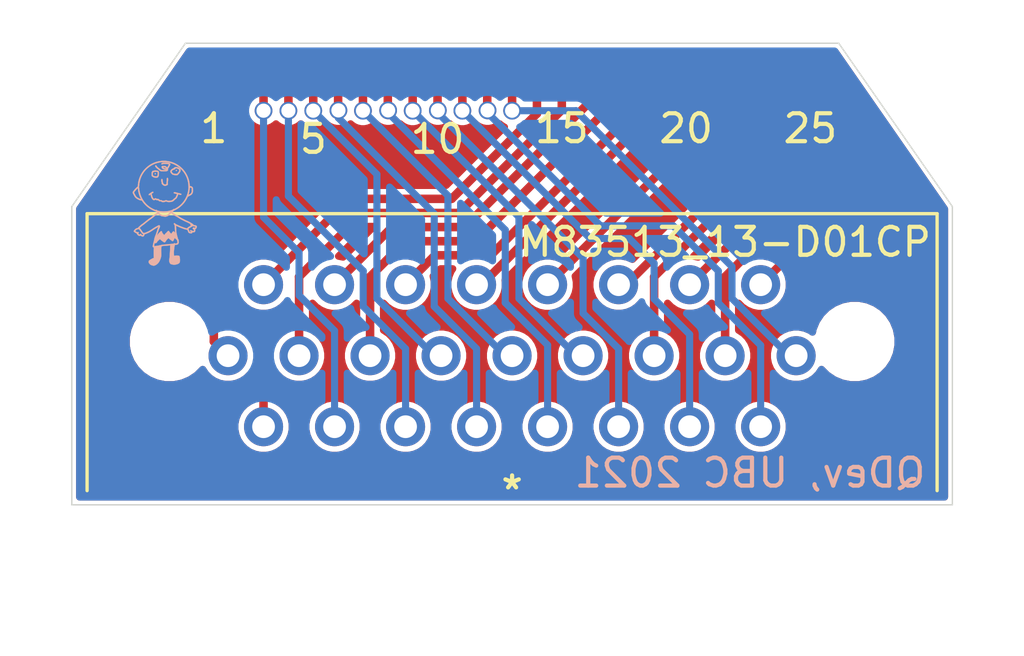
<source format=kicad_pcb>
(kicad_pcb (version 20171130) (host pcbnew "(5.1.10)-1")

  (general
    (thickness 1.6)
    (drawings 7)
    (tracks 138)
    (zones 0)
    (modules 27)
    (nets 26)
  )

  (page A4)
  (title_block
    (title "Dsub to Bondpad")
    (date 2021-10-06)
    (rev 1)
    (company Qdev)
  )

  (layers
    (0 F.Cu signal)
    (31 B.Cu signal)
    (32 B.Adhes user)
    (33 F.Adhes user)
    (34 B.Paste user)
    (35 F.Paste user)
    (36 B.SilkS user)
    (37 F.SilkS user)
    (38 B.Mask user)
    (39 F.Mask user hide)
    (40 Dwgs.User user)
    (41 Cmts.User user hide)
    (42 Eco1.User user hide)
    (43 Eco2.User user)
    (44 Edge.Cuts user)
    (45 Margin user)
    (46 B.CrtYd user)
    (47 F.CrtYd user hide)
    (48 B.Fab user)
    (49 F.Fab user)
  )

  (setup
    (last_trace_width 0.25)
    (user_trace_width 0.254)
    (user_trace_width 0.3048)
    (trace_clearance 0.2)
    (zone_clearance 0.127)
    (zone_45_only no)
    (trace_min 0.2)
    (via_size 0.8)
    (via_drill 0.4)
    (via_min_size 0.4)
    (via_min_drill 0.3)
    (user_via 0.635 0.508)
    (uvia_size 0.3)
    (uvia_drill 0.1)
    (uvias_allowed no)
    (uvia_min_size 0.2)
    (uvia_min_drill 0.1)
    (edge_width 0.05)
    (segment_width 0.2)
    (pcb_text_width 0.3)
    (pcb_text_size 1.5 1.5)
    (mod_edge_width 0.12)
    (mod_text_size 1 1)
    (mod_text_width 0.15)
    (pad_size 1.524 1.524)
    (pad_drill 0.762)
    (pad_to_mask_clearance 0)
    (aux_axis_origin 0 0)
    (visible_elements 7FFFFFFF)
    (pcbplotparams
      (layerselection 0x010fc_ffffffff)
      (usegerberextensions false)
      (usegerberattributes true)
      (usegerberadvancedattributes true)
      (creategerberjobfile true)
      (excludeedgelayer true)
      (linewidth 0.100000)
      (plotframeref false)
      (viasonmask true)
      (mode 1)
      (useauxorigin false)
      (hpglpennumber 1)
      (hpglpenspeed 20)
      (hpglpendiameter 15.000000)
      (psnegative false)
      (psa4output false)
      (plotreference true)
      (plotvalue true)
      (plotinvisibletext false)
      (padsonsilk false)
      (subtractmaskfromsilk false)
      (outputformat 1)
      (mirror false)
      (drillshape 0)
      (scaleselection 1)
      (outputdirectory "Dsub_Bond_Manufacturing/"))
  )

  (net 0 "")
  (net 1 "Net-(J1-Pad2)")
  (net 2 "Net-(J1-Pad3)")
  (net 3 "Net-(J1-Pad4)")
  (net 4 "Net-(J1-Pad6)")
  (net 5 "Net-(J1-Pad8)")
  (net 6 "Net-(J1-Pad10)")
  (net 7 "Net-(J1-Pad11)")
  (net 8 "Net-(J1-Pad12)")
  (net 9 "Net-(J1-Pad1)")
  (net 10 "Net-(J1-Pad15)")
  (net 11 "Net-(J1-Pad17)")
  (net 12 "Net-(J1-Pad5)")
  (net 13 "Net-(J1-Pad7)")
  (net 14 "Net-(J1-Pad9)")
  (net 15 "Net-(J1-Pad22)")
  (net 16 "Net-(J1-Pad24)")
  (net 17 "Net-(J1-Pad13)")
  (net 18 "Net-(J1-Pad14)")
  (net 19 "Net-(J1-Pad16)")
  (net 20 "Net-(J1-Pad18)")
  (net 21 "Net-(J1-Pad19)")
  (net 22 "Net-(J1-Pad20)")
  (net 23 "Net-(J1-Pad21)")
  (net 24 "Net-(J1-Pad23)")
  (net 25 "Net-(J1-Pad25)")

  (net_class Default "This is the default net class."
    (clearance 0.2)
    (trace_width 0.25)
    (via_dia 0.8)
    (via_drill 0.4)
    (uvia_dia 0.3)
    (uvia_drill 0.1)
    (add_net "Net-(J1-Pad1)")
    (add_net "Net-(J1-Pad10)")
    (add_net "Net-(J1-Pad11)")
    (add_net "Net-(J1-Pad12)")
    (add_net "Net-(J1-Pad13)")
    (add_net "Net-(J1-Pad14)")
    (add_net "Net-(J1-Pad15)")
    (add_net "Net-(J1-Pad16)")
    (add_net "Net-(J1-Pad17)")
    (add_net "Net-(J1-Pad18)")
    (add_net "Net-(J1-Pad19)")
    (add_net "Net-(J1-Pad2)")
    (add_net "Net-(J1-Pad20)")
    (add_net "Net-(J1-Pad21)")
    (add_net "Net-(J1-Pad22)")
    (add_net "Net-(J1-Pad23)")
    (add_net "Net-(J1-Pad24)")
    (add_net "Net-(J1-Pad25)")
    (add_net "Net-(J1-Pad3)")
    (add_net "Net-(J1-Pad4)")
    (add_net "Net-(J1-Pad5)")
    (add_net "Net-(J1-Pad6)")
    (add_net "Net-(J1-Pad7)")
    (add_net "Net-(J1-Pad8)")
    (add_net "Net-(J1-Pad9)")
  )

  (module RC_Filter_Dsub:sillyPhotons (layer F.Cu) (tedit 615F6A40) (tstamp 615FCF9E)
    (at 132.334 114.3)
    (path /615F8282)
    (fp_text reference U26 (at 0 0) (layer F.SilkS) hide
      (effects (font (size 1.524 1.524) (thickness 0.3)))
    )
    (fp_text value logo (at 0.75 0) (layer F.SilkS) hide
      (effects (font (size 1.524 1.524) (thickness 0.3)))
    )
    (fp_poly (pts (xy 0.449383 -1.308841) (xy 0.455412 -1.303276) (xy 0.458632 -1.295782) (xy 0.458021 -1.287213)
      (xy 0.454333 -1.280461) (xy 0.446385 -1.274411) (xy 0.436714 -1.27269) (xy 0.427295 -1.275424)
      (xy 0.423334 -1.278466) (xy 0.418453 -1.286807) (xy 0.418748 -1.296039) (xy 0.42416 -1.304938)
      (xy 0.424616 -1.305406) (xy 0.432966 -1.31076) (xy 0.441561 -1.31162) (xy 0.449383 -1.308841)) (layer B.SilkS) (width 0.01))
    (fp_poly (pts (xy -0.306455 -1.191274) (xy -0.299422 -1.184616) (xy -0.296367 -1.175204) (xy -0.296333 -1.174044)
      (xy -0.298859 -1.164411) (xy -0.305517 -1.157377) (xy -0.314928 -1.154322) (xy -0.316089 -1.154288)
      (xy -0.324375 -1.156202) (xy -0.3302 -1.159933) (xy -0.335099 -1.168199) (xy -0.335474 -1.177237)
      (xy -0.331956 -1.18553) (xy -0.325179 -1.191556) (xy -0.316089 -1.1938) (xy -0.306455 -1.191274)) (layer B.SilkS) (width 0.01))
    (fp_poly (pts (xy 0.098689 -1.568819) (xy 0.110391 -1.568515) (xy 0.119871 -1.567936) (xy 0.127983 -1.567034)
      (xy 0.135584 -1.565757) (xy 0.143528 -1.564059) (xy 0.151066 -1.562276) (xy 0.170686 -1.557072)
      (xy 0.185652 -1.551897) (xy 0.196934 -1.546307) (xy 0.2055 -1.539855) (xy 0.209788 -1.535329)
      (xy 0.217459 -1.52215) (xy 0.219857 -1.507364) (xy 0.217004 -1.491329) (xy 0.208917 -1.474405)
      (xy 0.206288 -1.470377) (xy 0.200863 -1.461829) (xy 0.193798 -1.449785) (xy 0.185978 -1.435795)
      (xy 0.178288 -1.42141) (xy 0.177729 -1.420336) (xy 0.170065 -1.406076) (xy 0.162142 -1.392199)
      (xy 0.154855 -1.380223) (xy 0.149099 -1.371663) (xy 0.148714 -1.371148) (xy 0.137611 -1.356478)
      (xy 0.138031 -1.329466) (xy 0.137712 -1.312356) (xy 0.135682 -1.299237) (xy 0.131236 -1.28926)
      (xy 0.12367 -1.281575) (xy 0.112281 -1.275333) (xy 0.096364 -1.269683) (xy 0.085985 -1.266676)
      (xy 0.078774 -1.264805) (xy 0.07168 -1.263328) (xy 0.063884 -1.262189) (xy 0.05457 -1.261331)
      (xy 0.042921 -1.260696) (xy 0.02812 -1.260226) (xy 0.009349 -1.259864) (xy -0.014208 -1.259553)
      (xy -0.015522 -1.259538) (xy -0.038788 -1.259286) (xy -0.057175 -1.259158) (xy -0.071449 -1.259197)
      (xy -0.082375 -1.25945) (xy -0.090718 -1.259961) (xy -0.097245 -1.260774) (xy -0.102719 -1.261935)
      (xy -0.107907 -1.263488) (xy -0.112889 -1.265231) (xy -0.128938 -1.271315) (xy -0.141314 -1.276945)
      (xy -0.151791 -1.283141) (xy -0.162143 -1.290922) (xy -0.171332 -1.2988) (xy -0.181255 -1.307252)
      (xy -0.194082 -1.317694) (xy -0.208152 -1.328796) (xy -0.221737 -1.339176) (xy -0.236463 -1.350909)
      (xy -0.252787 -1.365044) (xy -0.268616 -1.379714) (xy -0.280664 -1.391781) (xy -0.296241 -1.408973)
      (xy -0.307542 -1.423351) (xy -0.31483 -1.435451) (xy -0.31837 -1.445812) (xy -0.318428 -1.454969)
      (xy -0.315628 -1.462802) (xy -0.308555 -1.471436) (xy -0.299925 -1.475356) (xy -0.290947 -1.474767)
      (xy -0.282832 -1.469873) (xy -0.276791 -1.46088) (xy -0.275168 -1.455951) (xy -0.271745 -1.449157)
      (xy -0.264486 -1.439592) (xy -0.254043 -1.427909) (xy -0.241065 -1.414761) (xy -0.226204 -1.400801)
      (xy -0.210112 -1.386683) (xy -0.193438 -1.373058) (xy -0.189436 -1.369945) (xy -0.175461 -1.359121)
      (xy -0.161862 -1.34847) (xy -0.14978 -1.338895) (xy -0.140356 -1.331298) (xy -0.136436 -1.328052)
      (xy -0.127947 -1.321193) (xy -0.120006 -1.315763) (xy -0.111817 -1.311598) (xy -0.102587 -1.308537)
      (xy -0.091521 -1.306417) (xy -0.077826 -1.305078) (xy -0.060706 -1.304356) (xy -0.039368 -1.30409)
      (xy -0.018944 -1.304097) (xy 0.005187 -1.304256) (xy 0.024491 -1.304589) (xy 0.039782 -1.305141)
      (xy 0.051875 -1.305956) (xy 0.061587 -1.307078) (xy 0.069731 -1.308554) (xy 0.071967 -1.309066)
      (xy 0.082456 -1.311823) (xy 0.088602 -1.314273) (xy 0.091622 -1.317089) (xy 0.092676 -1.320522)
      (xy 0.092706 -1.325223) (xy 0.090069 -1.325585) (xy 0.088443 -1.324934) (xy 0.08053 -1.32294)
      (xy 0.068634 -1.321746) (xy 0.054361 -1.321355) (xy 0.039315 -1.321769) (xy 0.025101 -1.322992)
      (xy 0.014286 -1.324801) (xy -0.003494 -1.330059) (xy -0.02255 -1.337719) (xy -0.041015 -1.346887)
      (xy -0.057023 -1.356663) (xy -0.065439 -1.363104) (xy -0.077888 -1.377485) (xy -0.086299 -1.395061)
      (xy -0.088361 -1.40558) (xy -0.042333 -1.40558) (xy -0.039788 -1.400329) (xy -0.032788 -1.394004)
      (xy -0.022284 -1.387153) (xy -0.009229 -1.38032) (xy 0.005425 -1.374052) (xy 0.020725 -1.368894)
      (xy 0.022578 -1.36837) (xy 0.033528 -1.366102) (xy 0.045559 -1.36478) (xy 0.057086 -1.364439)
      (xy 0.066523 -1.365114) (xy 0.072284 -1.366841) (xy 0.072793 -1.367252) (xy 0.072152 -1.370212)
      (xy 0.067965 -1.375491) (xy 0.061286 -1.38213) (xy 0.053163 -1.389172) (xy 0.044648 -1.395655)
      (xy 0.036792 -1.400623) (xy 0.03547 -1.401312) (xy 0.028583 -1.404436) (xy 0.021961 -1.406469)
      (xy 0.01411 -1.407637) (xy 0.003535 -1.408168) (xy -0.010432 -1.408288) (xy -0.023896 -1.408062)
      (xy -0.034296 -1.407436) (xy -0.040703 -1.406488) (xy -0.042333 -1.40558) (xy -0.088361 -1.40558)
      (xy -0.090131 -1.4146) (xy -0.090311 -1.4199) (xy -0.089714 -1.429494) (xy -0.087288 -1.436112)
      (xy -0.082076 -1.442357) (xy -0.082061 -1.442372) (xy -0.073812 -1.450622) (xy 0.035931 -1.450622)
      (xy 0.05536 -1.44077) (xy 0.067164 -1.433784) (xy 0.080187 -1.424544) (xy 0.091803 -1.414927)
      (xy 0.092848 -1.413959) (xy 0.101112 -1.406367) (xy 0.107809 -1.400531) (xy 0.111905 -1.397339)
      (xy 0.112603 -1.397) (xy 0.114591 -1.399336) (xy 0.118645 -1.405687) (xy 0.124209 -1.415072)
      (xy 0.130724 -1.426511) (xy 0.137632 -1.439022) (xy 0.144377 -1.451623) (xy 0.1504 -1.463333)
      (xy 0.151098 -1.464733) (xy 0.157022 -1.475821) (xy 0.163695 -1.487104) (xy 0.167218 -1.492528)
      (xy 0.171621 -1.499672) (xy 0.173069 -1.504924) (xy 0.171002 -1.508926) (xy 0.164859 -1.51232)
      (xy 0.154081 -1.51575) (xy 0.144874 -1.518163) (xy 0.137209 -1.519967) (xy 0.129635 -1.521361)
      (xy 0.121292 -1.522396) (xy 0.11132 -1.523125) (xy 0.098857 -1.523598) (xy 0.083043 -1.523867)
      (xy 0.063017 -1.523982) (xy 0.046982 -1.524) (xy -0.027863 -1.524) (xy -0.04985 -1.515533)
      (xy -0.065506 -1.51008) (xy -0.07721 -1.507514) (xy -0.085851 -1.507816) (xy -0.092315 -1.510964)
      (xy -0.095751 -1.514502) (xy -0.100939 -1.523542) (xy -0.101389 -1.531791) (xy -0.096902 -1.539519)
      (xy -0.087277 -1.546996) (xy -0.072316 -1.554488) (xy -0.063414 -1.558081) (xy -0.0381 -1.567744)
      (xy 0.041694 -1.568574) (xy 0.065196 -1.568799) (xy 0.083909 -1.568897) (xy 0.098689 -1.568819)) (layer B.SilkS) (width 0.01))
    (fp_poly (pts (xy 0.438289 -1.413391) (xy 0.452508 -1.412004) (xy 0.4643 -1.410022) (xy 0.46606 -1.409598)
      (xy 0.487325 -1.402797) (xy 0.508857 -1.393596) (xy 0.529553 -1.382652) (xy 0.548312 -1.370624)
      (xy 0.564029 -1.358172) (xy 0.575603 -1.345954) (xy 0.577859 -1.342804) (xy 0.58121 -1.337401)
      (xy 0.583426 -1.332381) (xy 0.584739 -1.326404) (xy 0.585385 -1.318134) (xy 0.585596 -1.306233)
      (xy 0.585611 -1.298428) (xy 0.585549 -1.284309) (xy 0.585133 -1.274163) (xy 0.584021 -1.26632)
      (xy 0.581871 -1.259106) (xy 0.578339 -1.250852) (xy 0.574 -1.241777) (xy 0.568183 -1.230783)
      (xy 0.561095 -1.219518) (xy 0.552045 -1.207025) (xy 0.540344 -1.192348) (xy 0.526796 -1.176269)
      (xy 0.515131 -1.162956) (xy 0.504072 -1.150872) (xy 0.494365 -1.140794) (xy 0.486758 -1.133498)
      (xy 0.482 -1.12976) (xy 0.481963 -1.12974) (xy 0.477195 -1.127693) (xy 0.470982 -1.126232)
      (xy 0.462316 -1.12525) (xy 0.450188 -1.124638) (xy 0.433591 -1.12429) (xy 0.430389 -1.124251)
      (xy 0.414936 -1.124161) (xy 0.401013 -1.124237) (xy 0.389823 -1.124462) (xy 0.382572 -1.124816)
      (xy 0.381 -1.124998) (xy 0.372674 -1.126655) (xy 0.361057 -1.129236) (xy 0.347584 -1.132392)
      (xy 0.333694 -1.135772) (xy 0.32082 -1.139025) (xy 0.310401 -1.141802) (xy 0.303872 -1.143752)
      (xy 0.303389 -1.143924) (xy 0.296909 -1.14781) (xy 0.287889 -1.155189) (xy 0.27726 -1.165104)
      (xy 0.265953 -1.176597) (xy 0.254898 -1.18871) (xy 0.245025 -1.200485) (xy 0.237266 -1.210965)
      (xy 0.235306 -1.214011) (xy 0.229786 -1.223429) (xy 0.226522 -1.23076) (xy 0.224925 -1.238195)
      (xy 0.224406 -1.247926) (xy 0.224373 -1.253759) (xy 0.268111 -1.253759) (xy 0.270369 -1.244303)
      (xy 0.276853 -1.232319) (xy 0.28713 -1.218463) (xy 0.300766 -1.203391) (xy 0.302634 -1.201506)
      (xy 0.31182 -1.192646) (xy 0.318895 -1.18698) (xy 0.325513 -1.183497) (xy 0.333328 -1.181187)
      (xy 0.337285 -1.180339) (xy 0.349526 -1.177642) (xy 0.362183 -1.174519) (xy 0.3683 -1.17285)
      (xy 0.379374 -1.170758) (xy 0.395462 -1.169342) (xy 0.41597 -1.168647) (xy 0.422053 -1.16859)
      (xy 0.461695 -1.1684) (xy 0.492609 -1.204325) (xy 0.508644 -1.223497) (xy 0.520966 -1.239633)
      (xy 0.53 -1.253536) (xy 0.536171 -1.266006) (xy 0.539904 -1.277848) (xy 0.541624 -1.289863)
      (xy 0.541867 -1.297285) (xy 0.541683 -1.308349) (xy 0.540827 -1.315441) (xy 0.538837 -1.320232)
      (xy 0.535256 -1.324391) (xy 0.534106 -1.325483) (xy 0.515652 -1.339724) (xy 0.492999 -1.352337)
      (xy 0.467512 -1.362628) (xy 0.451834 -1.367294) (xy 0.437771 -1.370451) (xy 0.427687 -1.371333)
      (xy 0.420359 -1.369854) (xy 0.414566 -1.365924) (xy 0.413209 -1.364544) (xy 0.404387 -1.358591)
      (xy 0.398068 -1.357488) (xy 0.39184 -1.356655) (xy 0.389592 -1.353475) (xy 0.389467 -1.351659)
      (xy 0.388117 -1.344262) (xy 0.38649 -1.340265) (xy 0.38176 -1.335578) (xy 0.373287 -1.330504)
      (xy 0.362847 -1.325828) (xy 0.352218 -1.322336) (xy 0.343177 -1.320813) (xy 0.342437 -1.3208)
      (xy 0.328999 -1.318143) (xy 0.313859 -1.310221) (xy 0.297149 -1.297108) (xy 0.29264 -1.29293)
      (xy 0.280956 -1.280994) (xy 0.273388 -1.271132) (xy 0.269314 -1.26235) (xy 0.268111 -1.253759)
      (xy 0.224373 -1.253759) (xy 0.224367 -1.254722) (xy 0.224532 -1.266413) (xy 0.225415 -1.27454)
      (xy 0.227597 -1.281184) (xy 0.231658 -1.288423) (xy 0.235371 -1.294118) (xy 0.252303 -1.315696)
      (xy 0.272324 -1.33463) (xy 0.294292 -1.350032) (xy 0.317066 -1.361015) (xy 0.324556 -1.363516)
      (xy 0.334742 -1.368061) (xy 0.345532 -1.376195) (xy 0.353179 -1.383532) (xy 0.368442 -1.397318)
      (xy 0.383364 -1.406501) (xy 0.399562 -1.41177) (xy 0.418654 -1.413816) (xy 0.424337 -1.413905)
      (xy 0.438289 -1.413391)) (layer B.SilkS) (width 0.01))
    (fp_poly (pts (xy -0.316103 -1.292707) (xy -0.302397 -1.29168) (xy -0.284051 -1.290082) (xy -0.283633 -1.290045)
      (xy -0.263803 -1.288085) (xy -0.248539 -1.286059) (xy -0.236767 -1.283721) (xy -0.227413 -1.280826)
      (xy -0.219401 -1.277129) (xy -0.214562 -1.274279) (xy -0.206027 -1.268414) (xy -0.199304 -1.262338)
      (xy -0.194208 -1.255329) (xy -0.190552 -1.246668) (xy -0.188151 -1.235634) (xy -0.186817 -1.221507)
      (xy -0.186366 -1.203566) (xy -0.186612 -1.181091) (xy -0.186953 -1.167361) (xy -0.187512 -1.148883)
      (xy -0.188124 -1.13488) (xy -0.188951 -1.124184) (xy -0.190152 -1.115627) (xy -0.191889 -1.108039)
      (xy -0.194321 -1.100254) (xy -0.197342 -1.091834) (xy -0.20695 -1.070396) (xy -0.218067 -1.054049)
      (xy -0.23056 -1.042975) (xy -0.235283 -1.040354) (xy -0.242913 -1.038264) (xy -0.254924 -1.036761)
      (xy -0.270082 -1.035838) (xy -0.287155 -1.035487) (xy -0.304911 -1.035701) (xy -0.322116 -1.036472)
      (xy -0.337538 -1.037793) (xy -0.349944 -1.039657) (xy -0.3556 -1.041087) (xy -0.373229 -1.047791)
      (xy -0.391349 -1.056411) (xy -0.408613 -1.066158) (xy -0.423673 -1.076248) (xy -0.435179 -1.085894)
      (xy -0.438433 -1.08939) (xy -0.442198 -1.095239) (xy -0.44503 -1.103112) (xy -0.447003 -1.113682)
      (xy -0.448192 -1.12762) (xy -0.448675 -1.145597) (xy -0.448525 -1.168284) (xy -0.448334 -1.177576)
      (xy -0.447545 -1.211476) (xy -0.403578 -1.211476) (xy -0.403578 -1.115527) (xy -0.392994 -1.108666)
      (xy -0.379803 -1.100927) (xy -0.363998 -1.092833) (xy -0.348339 -1.08575) (xy -0.340078 -1.082522)
      (xy -0.330167 -1.080332) (xy -0.315033 -1.078914) (xy -0.295048 -1.078301) (xy -0.293118 -1.078287)
      (xy -0.277711 -1.078318) (xy -0.26689 -1.078691) (xy -0.259598 -1.079527) (xy -0.25478 -1.080945)
      (xy -0.251428 -1.083027) (xy -0.247524 -1.088096) (xy -0.242953 -1.096749) (xy -0.238674 -1.107161)
      (xy -0.238475 -1.107722) (xy -0.236008 -1.115146) (xy -0.234202 -1.121993) (xy -0.232955 -1.129337)
      (xy -0.232163 -1.138257) (xy -0.231722 -1.149829) (xy -0.231528 -1.16513) (xy -0.231482 -1.180322)
      (xy -0.231422 -1.233166) (xy -0.240583 -1.237903) (xy -0.248465 -1.240443) (xy -0.260561 -1.242514)
      (xy -0.275453 -1.244022) (xy -0.291721 -1.244872) (xy -0.307948 -1.244968) (xy -0.322714 -1.244216)
      (xy -0.327378 -1.243722) (xy -0.345865 -1.241276) (xy -0.359756 -1.238993) (xy -0.370078 -1.236548)
      (xy -0.377856 -1.233616) (xy -0.384117 -1.229869) (xy -0.389888 -1.224981) (xy -0.391583 -1.223338)
      (xy -0.403578 -1.211476) (xy -0.447545 -1.211476) (xy -0.447322 -1.221037) (xy -0.436739 -1.238183)
      (xy -0.43151 -1.246996) (xy -0.427728 -1.254027) (xy -0.426162 -1.257835) (xy -0.426155 -1.257939)
      (xy -0.423921 -1.262092) (xy -0.418224 -1.267611) (xy -0.410569 -1.273184) (xy -0.404989 -1.276349)
      (xy -0.397643 -1.27879) (xy -0.387171 -1.280876) (xy -0.377961 -1.281959) (xy -0.366267 -1.283533)
      (xy -0.355119 -1.286143) (xy -0.348635 -1.28849) (xy -0.34373 -1.290657) (xy -0.338983 -1.29214)
      (xy -0.333437 -1.29296) (xy -0.32613 -1.293142) (xy -0.316103 -1.292707)) (layer B.SilkS) (width 0.01))
    (fp_poly (pts (xy 0.129216 -1.024319) (xy 0.136245 -1.017155) (xy 0.136827 -1.016099) (xy 0.138858 -1.008949)
      (xy 0.14025 -0.997414) (xy 0.141005 -0.982716) (xy 0.141125 -0.966076) (xy 0.140614 -0.948717)
      (xy 0.139474 -0.93186) (xy 0.137708 -0.916729) (xy 0.136586 -0.910166) (xy 0.133764 -0.892825)
      (xy 0.131752 -0.874496) (xy 0.130604 -0.8565) (xy 0.130374 -0.840157) (xy 0.131118 -0.826789)
      (xy 0.132763 -0.818085) (xy 0.134911 -0.807718) (xy 0.133568 -0.797735) (xy 0.133236 -0.796572)
      (xy 0.130683 -0.787327) (xy 0.128641 -0.77891) (xy 0.128497 -0.778227) (xy 0.126087 -0.77242)
      (xy 0.120975 -0.770565) (xy 0.119185 -0.770524) (xy 0.113477 -0.769292) (xy 0.104271 -0.765925)
      (xy 0.093025 -0.760996) (xy 0.085189 -0.757164) (xy 0.072332 -0.750829) (xy 0.062563 -0.746771)
      (xy 0.054086 -0.744439) (xy 0.045103 -0.743285) (xy 0.038622 -0.742925) (xy 0.023121 -0.74315)
      (xy 0.009324 -0.74561) (xy -0.00034 -0.748615) (xy -0.016835 -0.756039) (xy -0.034009 -0.766631)
      (xy -0.050473 -0.779285) (xy -0.064839 -0.79289) (xy -0.075718 -0.80634) (xy -0.078586 -0.811062)
      (xy -0.083593 -0.820265) (xy -0.0881 -0.828533) (xy -0.089936 -0.831891) (xy -0.092212 -0.837841)
      (xy -0.091807 -0.84428) (xy -0.090225 -0.84975) (xy -0.088578 -0.85585) (xy -0.088364 -0.86146)
      (xy -0.089802 -0.868351) (xy -0.093115 -0.878293) (xy -0.094141 -0.881132) (xy -0.097509 -0.891116)
      (xy -0.099698 -0.90004) (xy -0.10095 -0.909648) (xy -0.101507 -0.921682) (xy -0.101613 -0.935001)
      (xy -0.10118 -0.953932) (xy -0.099698 -0.967929) (xy -0.096869 -0.977651) (xy -0.092392 -0.98376)
      (xy -0.08597 -0.986915) (xy -0.077693 -0.987777) (xy -0.070737 -0.986027) (xy -0.064518 -0.982386)
      (xy -0.061794 -0.979823) (xy -0.059858 -0.976603) (xy -0.05851 -0.971699) (xy -0.057548 -0.964083)
      (xy -0.056772 -0.952727) (xy -0.056108 -0.939347) (xy -0.055109 -0.921997) (xy -0.053742 -0.908376)
      (xy -0.05169 -0.896573) (xy -0.048633 -0.884674) (xy -0.045145 -0.873477) (xy -0.041213 -0.860684)
      (xy -0.038039 -0.848944) (xy -0.03604 -0.839874) (xy -0.035567 -0.836202) (xy -0.032424 -0.826189)
      (xy -0.023989 -0.815866) (xy -0.010579 -0.805547) (xy 0.003679 -0.797423) (xy 0.019502 -0.790492)
      (xy 0.032903 -0.7875) (xy 0.0455 -0.788444) (xy 0.058912 -0.79332) (xy 0.066554 -0.797302)
      (xy 0.084261 -0.807204) (xy 0.085531 -0.848808) (xy 0.08632 -0.865762) (xy 0.087581 -0.882762)
      (xy 0.089155 -0.898032) (xy 0.090879 -0.909792) (xy 0.09123 -0.911577) (xy 0.093304 -0.924997)
      (xy 0.094852 -0.942128) (xy 0.095721 -0.96105) (xy 0.095849 -0.969433) (xy 0.096176 -0.98735)
      (xy 0.097106 -1.000561) (xy 0.098886 -1.009994) (xy 0.101759 -1.016577) (xy 0.105973 -1.021237)
      (xy 0.110303 -1.024109) (xy 0.12008 -1.026785) (xy 0.129216 -1.024319)) (layer B.SilkS) (width 0.01))
    (fp_poly (pts (xy -0.394018 -0.527525) (xy -0.389958 -0.524045) (xy -0.384297 -0.514935) (xy -0.384154 -0.505767)
      (xy -0.38941 -0.496771) (xy -0.399945 -0.488179) (xy -0.411755 -0.481903) (xy -0.42609 -0.475094)
      (xy -0.435887 -0.469485) (xy -0.441931 -0.464406) (xy -0.44501 -0.459188) (xy -0.445909 -0.45316)
      (xy -0.445911 -0.452808) (xy -0.445058 -0.445866) (xy -0.442774 -0.435366) (xy -0.439469 -0.423082)
      (xy -0.437622 -0.417017) (xy -0.433315 -0.402977) (xy -0.429083 -0.388413) (xy -0.425651 -0.375846)
      (xy -0.42481 -0.372533) (xy -0.420999 -0.358022) (xy -0.417249 -0.346615) (xy -0.412639 -0.336025)
      (xy -0.40625 -0.323971) (xy -0.402766 -0.317838) (xy -0.393486 -0.303045) (xy -0.384089 -0.290486)
      (xy -0.375334 -0.281055) (xy -0.367977 -0.275645) (xy -0.366456 -0.275029) (xy -0.360636 -0.275431)
      (xy -0.351801 -0.279628) (xy -0.344803 -0.284081) (xy -0.335294 -0.290096) (xy -0.327752 -0.293372)
      (xy -0.319746 -0.29471) (xy -0.311855 -0.294922) (xy -0.301755 -0.294477) (xy -0.293617 -0.292647)
      (xy -0.285033 -0.288686) (xy -0.27762 -0.284338) (xy -0.268943 -0.27923) (xy -0.262087 -0.276101)
      (xy -0.255119 -0.274469) (xy -0.246102 -0.273848) (xy -0.235268 -0.273755) (xy -0.218832 -0.273396)
      (xy -0.206406 -0.271915) (xy -0.196382 -0.268701) (xy -0.187147 -0.263146) (xy -0.177093 -0.254642)
      (xy -0.172038 -0.249851) (xy -0.152949 -0.231422) (xy -0.126047 -0.231422) (xy -0.110151 -0.231096)
      (xy -0.098388 -0.229823) (xy -0.08927 -0.227161) (xy -0.081306 -0.222668) (xy -0.073009 -0.215901)
      (xy -0.072627 -0.215557) (xy -0.061575 -0.205572) (xy -0.02726 -0.206503) (xy -0.012456 -0.206993)
      (xy -0.001662 -0.207744) (xy 0.006756 -0.209083) (xy 0.014432 -0.211338) (xy 0.023 -0.21484)
      (xy 0.029989 -0.218016) (xy 0.048248 -0.225262) (xy 0.064034 -0.228566) (xy 0.078866 -0.227975)
      (xy 0.094265 -0.223534) (xy 0.102001 -0.220191) (xy 0.117501 -0.21385) (xy 0.133125 -0.209584)
      (xy 0.150498 -0.207095) (xy 0.171248 -0.206083) (xy 0.17912 -0.206022) (xy 0.198106 -0.20681)
      (xy 0.218671 -0.208998) (xy 0.239412 -0.212317) (xy 0.258927 -0.2165) (xy 0.275811 -0.221281)
      (xy 0.288664 -0.226393) (xy 0.290148 -0.227166) (xy 0.297019 -0.231746) (xy 0.306824 -0.239396)
      (xy 0.31848 -0.249219) (xy 0.330907 -0.26032) (xy 0.337059 -0.266058) (xy 0.349874 -0.277874)
      (xy 0.362841 -0.289269) (xy 0.374746 -0.299214) (xy 0.384374 -0.306678) (xy 0.387549 -0.308893)
      (xy 0.397573 -0.316383) (xy 0.406743 -0.324729) (xy 0.412676 -0.331611) (xy 0.41625 -0.337927)
      (xy 0.421322 -0.348391) (xy 0.427416 -0.361864) (xy 0.434057 -0.377203) (xy 0.440769 -0.393271)
      (xy 0.447076 -0.408925) (xy 0.452503 -0.423027) (xy 0.456575 -0.434436) (xy 0.458815 -0.442011)
      (xy 0.458903 -0.442433) (xy 0.459536 -0.446589) (xy 0.458732 -0.449416) (xy 0.455476 -0.451622)
      (xy 0.44875 -0.453915) (xy 0.438255 -0.45681) (xy 0.425106 -0.459954) (xy 0.409072 -0.4632)
      (xy 0.392876 -0.466014) (xy 0.386818 -0.466919) (xy 0.372226 -0.469228) (xy 0.362119 -0.471546)
      (xy 0.355343 -0.474205) (xy 0.351006 -0.477294) (xy 0.345399 -0.485726) (xy 0.344259 -0.495002)
      (xy 0.347054 -0.503688) (xy 0.353257 -0.510348) (xy 0.362336 -0.513546) (xy 0.36441 -0.513644)
      (xy 0.377539 -0.512818) (xy 0.394783 -0.510499) (xy 0.414884 -0.506928) (xy 0.436587 -0.502345)
      (xy 0.458633 -0.496991) (xy 0.475082 -0.492486) (xy 0.491539 -0.487882) (xy 0.507762 -0.483626)
      (xy 0.522228 -0.480099) (xy 0.533415 -0.47768) (xy 0.536594 -0.477114) (xy 0.549745 -0.474365)
      (xy 0.564323 -0.470353) (xy 0.574053 -0.467077) (xy 0.58442 -0.463512) (xy 0.593508 -0.460976)
      (xy 0.599295 -0.460022) (xy 0.607088 -0.45749) (xy 0.613677 -0.451043) (xy 0.61758 -0.442402)
      (xy 0.618067 -0.438173) (xy 0.615675 -0.428823) (xy 0.609007 -0.422225) (xy 0.598826 -0.418584)
      (xy 0.585894 -0.418107) (xy 0.570974 -0.421) (xy 0.563769 -0.423474) (xy 0.555285 -0.426306)
      (xy 0.543936 -0.429483) (xy 0.531448 -0.432592) (xy 0.519545 -0.435224) (xy 0.509953 -0.436966)
      (xy 0.50513 -0.437444) (xy 0.503178 -0.434955) (xy 0.500521 -0.428491) (xy 0.498245 -0.421216)
      (xy 0.495171 -0.411487) (xy 0.490598 -0.398608) (xy 0.485264 -0.384611) (xy 0.482107 -0.376766)
      (xy 0.472274 -0.353239) (xy 0.463935 -0.334292) (xy 0.456629 -0.319209) (xy 0.449897 -0.307274)
      (xy 0.443276 -0.297771) (xy 0.436307 -0.289985) (xy 0.42853 -0.2832) (xy 0.419483 -0.2767)
      (xy 0.416423 -0.274679) (xy 0.406344 -0.267426) (xy 0.393958 -0.257485) (xy 0.380897 -0.246212)
      (xy 0.369711 -0.235856) (xy 0.351686 -0.218846) (xy 0.336354 -0.205463) (xy 0.322672 -0.195105)
      (xy 0.309595 -0.187171) (xy 0.296077 -0.181058) (xy 0.281075 -0.176165) (xy 0.263545 -0.17189)
      (xy 0.255921 -0.170285) (xy 0.21457 -0.163638) (xy 0.176528 -0.161246) (xy 0.141902 -0.163103)
      (xy 0.110798 -0.169203) (xy 0.083322 -0.17954) (xy 0.082867 -0.179761) (xy 0.068367 -0.186869)
      (xy 0.045798 -0.176678) (xy 0.033301 -0.171504) (xy 0.020609 -0.167013) (xy 0.010101 -0.164031)
      (xy 0.008407 -0.163677) (xy -0.003669 -0.162107) (xy -0.01853 -0.161234) (xy -0.034614 -0.161034)
      (xy -0.050357 -0.161484) (xy -0.064198 -0.162558) (xy -0.074573 -0.164232) (xy -0.077259 -0.165012)
      (xy -0.086387 -0.169599) (xy -0.095561 -0.176184) (xy -0.097668 -0.178092) (xy -0.102197 -0.182246)
      (xy -0.106392 -0.184966) (xy -0.111622 -0.186623) (xy -0.119255 -0.187584) (xy -0.130661 -0.18822)
      (xy -0.136044 -0.188444) (xy -0.153339 -0.189627) (xy -0.166597 -0.191991) (xy -0.177398 -0.196178)
      (xy -0.187325 -0.202827) (xy -0.197959 -0.212577) (xy -0.199472 -0.214102) (xy -0.213078 -0.227915)
      (xy -0.242711 -0.229019) (xy -0.257293 -0.22978) (xy -0.268337 -0.231196) (xy -0.277722 -0.23386)
      (xy -0.287328 -0.238367) (xy -0.299032 -0.245311) (xy -0.303885 -0.248373) (xy -0.308525 -0.250388)
      (xy -0.313589 -0.250036) (xy -0.320258 -0.246909) (xy -0.329712 -0.240601) (xy -0.332734 -0.238417)
      (xy -0.339705 -0.234238) (xy -0.347344 -0.232104) (xy -0.357926 -0.231433) (xy -0.360067 -0.231422)
      (xy -0.373202 -0.231941) (xy -0.383314 -0.234025) (xy -0.392271 -0.238462) (xy -0.401943 -0.246042)
      (xy -0.408103 -0.251703) (xy -0.425892 -0.271668) (xy -0.441809 -0.295657) (xy -0.455016 -0.322148)
      (xy -0.464673 -0.349616) (xy -0.46689 -0.358422) (xy -0.470098 -0.371229) (xy -0.474401 -0.386576)
      (xy -0.47901 -0.401683) (xy -0.480298 -0.405644) (xy -0.488924 -0.4317) (xy -0.497756 -0.425576)
      (xy -0.506281 -0.419376) (xy -0.514485 -0.412992) (xy -0.514566 -0.412925) (xy -0.524538 -0.407505)
      (xy -0.534073 -0.406847) (xy -0.54227 -0.410092) (xy -0.548228 -0.416376) (xy -0.551045 -0.424839)
      (xy -0.549822 -0.434618) (xy -0.545532 -0.44254) (xy -0.540308 -0.447888) (xy -0.531195 -0.455535)
      (xy -0.519117 -0.464833) (xy -0.505001 -0.475137) (xy -0.489771 -0.485799) (xy -0.474353 -0.496173)
      (xy -0.459673 -0.505613) (xy -0.446656 -0.513472) (xy -0.436228 -0.519103) (xy -0.435276 -0.51956)
      (xy -0.42029 -0.52609) (xy -0.409037 -0.529532) (xy -0.40059 -0.52998) (xy -0.394018 -0.527525)) (layer B.SilkS) (width 0.01))
    (fp_poly (pts (xy 0.0535 -1.634551) (xy 0.06123 -1.633958) (xy 0.132606 -1.625411) (xy 0.202551 -1.611555)
      (xy 0.270799 -1.592557) (xy 0.337082 -1.56858) (xy 0.401136 -1.539792) (xy 0.462692 -1.506357)
      (xy 0.521485 -1.46844) (xy 0.577249 -1.426206) (xy 0.629717 -1.379822) (xy 0.678622 -1.329453)
      (xy 0.723698 -1.275263) (xy 0.764679 -1.217418) (xy 0.784958 -1.184812) (xy 0.819708 -1.120786)
      (xy 0.84923 -1.054785) (xy 0.873453 -0.98703) (xy 0.892309 -0.917745) (xy 0.905728 -0.847152)
      (xy 0.91364 -0.775476) (xy 0.913935 -0.771196) (xy 0.914909 -0.757853) (xy 0.915886 -0.746704)
      (xy 0.916756 -0.738876) (xy 0.917407 -0.735495) (xy 0.917434 -0.735461) (xy 0.920618 -0.734371)
      (xy 0.927782 -0.73267) (xy 0.936978 -0.730804) (xy 0.952689 -0.727685) (xy 0.964359 -0.724835)
      (xy 0.973522 -0.721658) (xy 0.981714 -0.717555) (xy 0.990471 -0.711929) (xy 0.996555 -0.707631)
      (xy 1.008932 -0.697995) (xy 1.017502 -0.689317) (xy 1.023595 -0.680217) (xy 1.024326 -0.678832)
      (xy 1.026588 -0.674251) (xy 1.02833 -0.669906) (xy 1.029631 -0.664988) (xy 1.030569 -0.658691)
      (xy 1.031226 -0.650207) (xy 1.031679 -0.638729) (xy 1.032009 -0.62345) (xy 1.032295 -0.603563)
      (xy 1.032379 -0.596988) (xy 1.032632 -0.575656) (xy 1.03274 -0.559077) (xy 1.032639 -0.546361)
      (xy 1.032262 -0.536618) (xy 1.031543 -0.528957) (xy 1.030415 -0.522487) (xy 1.028814 -0.516317)
      (xy 1.026673 -0.509558) (xy 1.025683 -0.506588) (xy 1.015911 -0.480819) (xy 1.004957 -0.459498)
      (xy 0.991946 -0.441629) (xy 0.976004 -0.426217) (xy 0.956253 -0.412268) (xy 0.931819 -0.398784)
      (xy 0.930122 -0.397937) (xy 0.915554 -0.390441) (xy 0.901487 -0.382741) (xy 0.889359 -0.375655)
      (xy 0.88061 -0.37) (xy 0.879397 -0.369117) (xy 0.867638 -0.361669) (xy 0.858085 -0.358508)
      (xy 0.856567 -0.358422) (xy 0.852616 -0.358118) (xy 0.84945 -0.356596) (xy 0.846373 -0.352944)
      (xy 0.842687 -0.346248) (xy 0.837695 -0.335595) (xy 0.835576 -0.330905) (xy 0.803497 -0.266472)
      (xy 0.766725 -0.204987) (xy 0.725498 -0.14669) (xy 0.680056 -0.091821) (xy 0.630638 -0.040617)
      (xy 0.577482 0.006681) (xy 0.520829 0.049835) (xy 0.460918 0.088606) (xy 0.397987 0.122755)
      (xy 0.367178 0.137255) (xy 0.356049 0.142357) (xy 0.34765 0.146748) (xy 0.340735 0.151411)
      (xy 0.334059 0.157332) (xy 0.326376 0.165495) (xy 0.31644 0.176884) (xy 0.315165 0.178365)
      (xy 0.290253 0.207328) (xy 0.298667 0.209508) (xy 0.306151 0.213467) (xy 0.312291 0.219916)
      (xy 0.319634 0.228524) (xy 0.331817 0.239024) (xy 0.348461 0.251154) (xy 0.369185 0.264655)
      (xy 0.39361 0.279266) (xy 0.421358 0.294729) (xy 0.421922 0.295033) (xy 0.453479 0.312241)
      (xy 0.481076 0.327753) (xy 0.50587 0.342256) (xy 0.529019 0.356438) (xy 0.551682 0.370984)
      (xy 0.565791 0.38035) (xy 0.583408 0.391639) (xy 0.603819 0.40387) (xy 0.62474 0.415721)
      (xy 0.643888 0.42587) (xy 0.6477 0.427775) (xy 0.666281 0.437008) (xy 0.687278 0.447567)
      (xy 0.708354 0.458269) (xy 0.727176 0.467934) (xy 0.730608 0.469714) (xy 0.747427 0.478249)
      (xy 0.765445 0.487052) (xy 0.782789 0.495229) (xy 0.797586 0.501885) (xy 0.801163 0.503416)
      (xy 0.838003 0.519407) (xy 0.871636 0.535118) (xy 0.903582 0.551354) (xy 0.935363 0.568919)
      (xy 0.968499 0.588617) (xy 1.0016 0.609384) (xy 1.019374 0.621167) (xy 1.032573 0.630934)
      (xy 1.041689 0.639155) (xy 1.047215 0.646301) (xy 1.049642 0.652841) (xy 1.049856 0.655462)
      (xy 1.051619 0.659642) (xy 1.053603 0.6604) (xy 1.06472 0.661213) (xy 1.079381 0.663397)
      (xy 1.095765 0.666567) (xy 1.112051 0.670342) (xy 1.126417 0.674337) (xy 1.136064 0.677748)
      (xy 1.150387 0.684326) (xy 1.16008 0.690522) (xy 1.165984 0.697336) (xy 1.168942 0.705766)
      (xy 1.169798 0.716814) (xy 1.169801 0.717778) (xy 1.169376 0.727068) (xy 1.167807 0.735819)
      (xy 1.164633 0.745711) (xy 1.159393 0.758426) (xy 1.157474 0.762762) (xy 1.151675 0.774804)
      (xy 1.145832 0.785344) (xy 1.140756 0.792996) (xy 1.138126 0.795867) (xy 1.131011 0.799607)
      (xy 1.121366 0.802517) (xy 1.117399 0.803216) (xy 1.103705 0.805032) (xy 1.107623 0.81441)
      (xy 1.109793 0.821862) (xy 1.111841 0.832718) (xy 1.113354 0.844742) (xy 1.11345 0.84581)
      (xy 1.11425 0.857752) (xy 1.11396 0.86632) (xy 1.112281 0.873727) (xy 1.108915 0.882188)
      (xy 1.108394 0.883356) (xy 1.099875 0.898204) (xy 1.089154 0.908901) (xy 1.075545 0.915799)
      (xy 1.05836 0.919251) (xy 1.03763 0.919638) (xy 1.01366 0.918634) (xy 1.006455 0.933325)
      (xy 0.998832 0.945791) (xy 0.989808 0.953614) (xy 0.977911 0.957785) (xy 0.968383 0.958976)
      (xy 0.943248 0.958056) (xy 0.917265 0.951885) (xy 0.898564 0.94433) (xy 0.885628 0.937377)
      (xy 0.875957 0.929819) (xy 0.86855 0.920396) (xy 0.862402 0.907845) (xy 0.856761 0.891697)
      (xy 0.851997 0.878091) (xy 0.8463 0.864102) (xy 0.840774 0.852408) (xy 0.839894 0.850774)
      (xy 0.83531 0.843218) (xy 0.830386 0.837263) (xy 0.824257 0.832489) (xy 0.816056 0.828478)
      (xy 0.80492 0.82481) (xy 0.789982 0.821065) (xy 0.770376 0.816824) (xy 0.769485 0.816639)
      (xy 0.755406 0.81346) (xy 0.740678 0.80958) (xy 0.737086 0.808505) (xy 0.872471 0.808505)
      (xy 0.873584 0.81566) (xy 0.876689 0.823776) (xy 0.88162 0.83355) (xy 0.887859 0.846652)
      (xy 0.893885 0.861503) (xy 0.897787 0.872963) (xy 0.902054 0.885893) (xy 0.906458 0.894689)
      (xy 0.912169 0.900766) (xy 0.920357 0.905539) (xy 0.9271 0.908428) (xy 0.940482 0.912637)
      (xy 0.952439 0.914245) (xy 0.961832 0.913235) (xy 0.967522 0.909594) (xy 0.967923 0.908941)
      (xy 0.970044 0.904485) (xy 0.969917 0.901434) (xy 0.966676 0.898697) (xy 0.959453 0.895188)
      (xy 0.955601 0.893477) (xy 0.942203 0.886589) (xy 0.933704 0.879664) (xy 0.929404 0.871969)
      (xy 0.928511 0.865216) (xy 0.931068 0.855652) (xy 0.937739 0.848142) (xy 0.947025 0.844144)
      (xy 0.950473 0.843845) (xy 0.955628 0.844972) (xy 0.964689 0.848054) (xy 0.976455 0.852643)
      (xy 0.989727 0.858294) (xy 0.992134 0.859367) (xy 1.007424 0.866049) (xy 1.018945 0.870554)
      (xy 1.027955 0.873269) (xy 1.035713 0.874584) (xy 1.04252 0.874889) (xy 1.055567 0.873748)
      (xy 1.063956 0.869924) (xy 1.068274 0.862817) (xy 1.069109 0.851827) (xy 1.068806 0.848038)
      (xy 1.065642 0.831952) (xy 1.059846 0.820592) (xy 1.051214 0.813587) (xy 1.049294 0.812741)
      (xy 1.037164 0.806057) (xy 1.027958 0.797261) (xy 1.024133 0.790653) (xy 1.023068 0.781067)
      (xy 1.025739 0.770036) (xy 1.031488 0.759659) (xy 1.035107 0.755566) (xy 1.044056 0.748909)
      (xy 1.053628 0.746216) (xy 1.065079 0.747381) (xy 1.078578 0.751858) (xy 1.091372 0.756712)
      (xy 1.100389 0.758847) (xy 1.106837 0.757729) (xy 1.111924 0.752825) (xy 1.116859 0.7436)
      (xy 1.121434 0.732935) (xy 1.125894 0.722214) (xy 1.113986 0.717121) (xy 1.106309 0.714643)
      (xy 1.094725 0.711867) (xy 1.08093 0.709168) (xy 1.069304 0.707295) (xy 1.055445 0.705192)
      (xy 1.042878 0.703101) (xy 1.033104 0.701284) (xy 1.028073 0.700136) (xy 1.023954 0.699397)
      (xy 1.019585 0.699971) (xy 1.013925 0.702315) (xy 1.005932 0.706882) (xy 0.994564 0.714126)
      (xy 0.991703 0.715995) (xy 0.977792 0.724687) (xy 0.960982 0.734557) (xy 0.943463 0.744346)
      (xy 0.928511 0.752249) (xy 0.91034 0.761701) (xy 0.896662 0.769408) (xy 0.886821 0.775937)
      (xy 0.880162 0.781854) (xy 0.876027 0.787726) (xy 0.87376 0.794119) (xy 0.872821 0.800303)
      (xy 0.872471 0.808505) (xy 0.737086 0.808505) (xy 0.724492 0.804737) (xy 0.706039 0.798667)
      (xy 0.68451 0.79111) (xy 0.659095 0.781802) (xy 0.640645 0.774891) (xy 0.625572 0.769229)
      (xy 0.608997 0.763036) (xy 0.59385 0.757404) (xy 0.589845 0.755922) (xy 0.579659 0.751924)
      (xy 0.565625 0.746082) (xy 0.549009 0.738941) (xy 0.531077 0.731047) (xy 0.513095 0.722942)
      (xy 0.512234 0.722549) (xy 0.486451 0.710846) (xy 0.465501 0.701525) (xy 0.449146 0.694488)
      (xy 0.437148 0.689635) (xy 0.429269 0.686869) (xy 0.425272 0.686091) (xy 0.42474 0.686275)
      (xy 0.424473 0.689373) (xy 0.424559 0.697073) (xy 0.424967 0.708343) (xy 0.425664 0.722154)
      (xy 0.426024 0.728272) (xy 0.427007 0.744705) (xy 0.42818 0.76494) (xy 0.42944 0.787146)
      (xy 0.430682 0.809489) (xy 0.43163 0.826912) (xy 0.433329 0.854101) (xy 0.435457 0.881055)
      (xy 0.43792 0.906999) (xy 0.440625 0.931157) (xy 0.443477 0.952755) (xy 0.446382 0.971015)
      (xy 0.449246 0.985165) (xy 0.4519 0.994233) (xy 0.455024 1.003354) (xy 0.456969 1.011251)
      (xy 0.457279 1.013988) (xy 0.458056 1.018867) (xy 0.460138 1.028001) (xy 0.463238 1.040232)
      (xy 0.46707 1.054399) (xy 0.468572 1.059745) (xy 0.473739 1.077971) (xy 0.479458 1.098177)
      (xy 0.485023 1.11787) (xy 0.489624 1.13418) (xy 0.494071 1.149406) (xy 0.497784 1.160408)
      (xy 0.501332 1.168455) (xy 0.505284 1.174815) (xy 0.510207 1.180756) (xy 0.510787 1.181389)
      (xy 0.518714 1.191645) (xy 0.521769 1.200428) (xy 0.520162 1.20872) (xy 0.517585 1.213118)
      (xy 0.515456 1.216547) (xy 0.51448 1.220056) (xy 0.514764 1.22491) (xy 0.516412 1.232375)
      (xy 0.519532 1.243716) (xy 0.5204 1.246766) (xy 0.522347 1.254631) (xy 0.523192 1.261868)
      (xy 0.522945 1.270259) (xy 0.521614 1.281583) (xy 0.520627 1.288361) (xy 0.516141 1.310456)
      (xy 0.509847 1.327693) (xy 0.501356 1.340677) (xy 0.49028 1.350015) (xy 0.477213 1.355993)
      (xy 0.469432 1.358) (xy 0.457529 1.360372) (xy 0.442993 1.362843) (xy 0.42731 1.365142)
      (xy 0.423765 1.365611) (xy 0.409342 1.367565) (xy 0.396994 1.369414) (xy 0.387768 1.370986)
      (xy 0.382708 1.372111) (xy 0.382099 1.372384) (xy 0.380359 1.376515) (xy 0.37809 1.385581)
      (xy 0.375396 1.398906) (xy 0.372381 1.415816) (xy 0.369151 1.435634) (xy 0.365809 1.457688)
      (xy 0.36246 1.481301) (xy 0.359209 1.5058) (xy 0.35616 1.530509) (xy 0.353418 1.554753)
      (xy 0.352497 1.563512) (xy 0.350503 1.58347) (xy 0.349049 1.599942) (xy 0.348102 1.614303)
      (xy 0.34763 1.627928) (xy 0.347597 1.642193) (xy 0.347973 1.658473) (xy 0.348723 1.678144)
      (xy 0.349375 1.692951) (xy 0.350274 1.712038) (xy 0.351152 1.72917) (xy 0.351962 1.743567)
      (xy 0.352659 1.75445) (xy 0.353198 1.761041) (xy 0.353464 1.762694) (xy 0.356455 1.762554)
      (xy 0.363747 1.761396) (xy 0.37413 1.75943) (xy 0.382539 1.757694) (xy 0.401868 1.754452)
      (xy 0.422989 1.752407) (xy 0.444949 1.751507) (xy 0.466799 1.751703) (xy 0.487587 1.752943)
      (xy 0.506363 1.755176) (xy 0.522174 1.758353) (xy 0.53407 1.762423) (xy 0.539896 1.76607)
      (xy 0.543641 1.769871) (xy 0.546609 1.774245) (xy 0.549121 1.780163) (xy 0.551499 1.788598)
      (xy 0.554065 1.800521) (xy 0.557139 1.816905) (xy 0.557657 1.819771) (xy 0.562585 1.852135)
      (xy 0.565602 1.883418) (xy 0.566744 1.912998) (xy 0.566049 1.940249) (xy 0.563552 1.964548)
      (xy 0.559291 1.985271) (xy 0.553302 2.001794) (xy 0.546337 2.012704) (xy 0.536855 2.02188)
      (xy 0.524281 2.03187) (xy 0.510658 2.041153) (xy 0.499781 2.04735) (xy 0.478389 2.056462)
      (xy 0.453229 2.064504) (xy 0.425983 2.07113) (xy 0.398335 2.075997) (xy 0.37197 2.078759)
      (xy 0.34857 2.079071) (xy 0.345722 2.078906) (xy 0.330428 2.077366) (xy 0.312783 2.074795)
      (xy 0.294211 2.071481) (xy 0.276138 2.067711) (xy 0.259986 2.063775) (xy 0.247182 2.05996)
      (xy 0.241758 2.057875) (xy 0.226771 2.048226) (xy 0.213288 2.033404) (xy 0.201526 2.01373)
      (xy 0.191703 1.989527) (xy 0.188537 1.979251) (xy 0.183974 1.955341) (xy 0.182741 1.92729)
      (xy 0.18484 1.894949) (xy 0.188818 1.866477) (xy 0.19365 1.833171) (xy 0.197495 1.796571)
      (xy 0.200436 1.755785) (xy 0.201755 1.730023) (xy 0.202561 1.715051) (xy 0.203792 1.696082)
      (xy 0.205332 1.674736) (xy 0.207063 1.652633) (xy 0.208869 1.631394) (xy 0.208971 1.630251)
      (xy 0.213031 1.568254) (xy 0.21453 1.501879) (xy 0.214538 1.497606) (xy 0.214678 1.471471)
      (xy 0.215077 1.450316) (xy 0.215768 1.433483) (xy 0.216779 1.420312) (xy 0.218143 1.410144)
      (xy 0.218771 1.406879) (xy 0.220825 1.397042) (xy 0.222317 1.389622) (xy 0.222951 1.386103)
      (xy 0.222956 1.386029) (xy 0.220305 1.385674) (xy 0.212937 1.385979) (xy 0.201733 1.386865)
      (xy 0.187572 1.388248) (xy 0.171332 1.390049) (xy 0.153894 1.392186) (xy 0.148167 1.392932)
      (xy 0.135368 1.394374) (xy 0.11844 1.395915) (xy 0.098893 1.397436) (xy 0.078239 1.39882)
      (xy 0.057989 1.39995) (xy 0.057856 1.399957) (xy 0.027363 1.401697) (xy 0.000621 1.403805)
      (xy -0.024265 1.406483) (xy -0.049184 1.409933) (xy -0.074579 1.414104) (xy -0.092041 1.417145)
      (xy -0.098708 1.458578) (xy -0.103985 1.499979) (xy -0.106542 1.542433) (xy -0.106429 1.58737)
      (xy -0.104549 1.624649) (xy -0.102337 1.661592) (xy -0.10121 1.693969) (xy -0.101289 1.722776)
      (xy -0.102696 1.749008) (xy -0.105553 1.77366) (xy -0.109983 1.797729) (xy -0.116107 1.822209)
      (xy -0.124048 1.848097) (xy -0.133928 1.876388) (xy -0.136147 1.882423) (xy -0.152225 1.922197)
      (xy -0.169287 1.957056) (xy -0.187754 1.9877) (xy -0.208047 2.014829) (xy -0.229989 2.038562)
      (xy -0.25101 2.057281) (xy -0.273527 2.074081) (xy -0.296673 2.088504) (xy -0.319577 2.10009)
      (xy -0.34137 2.108381) (xy -0.361182 2.112919) (xy -0.37234 2.113643) (xy -0.380487 2.112915)
      (xy -0.392328 2.11111) (xy -0.406081 2.108525) (xy -0.416278 2.106321) (xy -0.446063 2.097993)
      (xy -0.471371 2.087452) (xy -0.49313 2.074112) (xy -0.512265 2.057389) (xy -0.529704 2.0367)
      (xy -0.532173 2.0333) (xy -0.543198 2.016726) (xy -0.550431 2.002891) (xy -0.554273 1.990753)
      (xy -0.555123 1.979268) (xy -0.554691 1.974448) (xy -0.552728 1.963016) (xy -0.549765 1.952812)
      (xy -0.545351 1.943433) (xy -0.539039 1.93448) (xy -0.530381 1.925553) (xy -0.518927 1.91625)
      (xy -0.504229 1.906171) (xy -0.485838 1.894916) (xy -0.463307 1.882084) (xy -0.436187 1.867275)
      (xy -0.432374 1.865223) (xy -0.415919 1.856525) (xy -0.403428 1.850325) (xy -0.394003 1.84625)
      (xy -0.386748 1.843928) (xy -0.380765 1.842988) (xy -0.378546 1.842915) (xy -0.366214 1.842912)
      (xy -0.367971 1.813984) (xy -0.368958 1.794523) (xy -0.369793 1.771676) (xy -0.370472 1.746313)
      (xy -0.370991 1.719306) (xy -0.371344 1.691527) (xy -0.371526 1.663847) (xy -0.371533 1.637138)
      (xy -0.37136 1.612271) (xy -0.371002 1.590118) (xy -0.370454 1.57155) (xy -0.369712 1.557439)
      (xy -0.369398 1.553634) (xy -0.367628 1.533721) (xy -0.366551 1.518121) (xy -0.366125 1.50555)
      (xy -0.366306 1.494725) (xy -0.367037 1.484489) (xy -0.367065 1.475348) (xy -0.365814 1.467242)
      (xy -0.364882 1.462816) (xy -0.366266 1.460372) (xy -0.371182 1.458952) (xy -0.377471 1.458038)
      (xy -0.391217 1.454165) (xy -0.40068 1.446846) (xy -0.405437 1.437141) (xy -0.405881 1.430461)
      (xy -0.405263 1.41929) (xy -0.403989 1.40705) (xy -0.358422 1.40705) (xy -0.358422 1.414608)
      (xy -0.328083 1.412695) (xy -0.312138 1.411553) (xy -0.29506 1.41011) (xy -0.2796 1.408607)
      (xy -0.273775 1.40796) (xy -0.258366 1.4058) (xy -0.238644 1.402499) (xy -0.215772 1.398282)
      (xy -0.190913 1.393376) (xy -0.165229 1.388005) (xy -0.139885 1.382394) (xy -0.129822 1.380067)
      (xy -0.089601 1.371459) (xy -0.05103 1.365025) (xy -0.01175 1.360433) (xy 0.030596 1.357352)
      (xy 0.032456 1.357252) (xy 0.052169 1.356014) (xy 0.075767 1.354229) (xy 0.101532 1.352044)
      (xy 0.127748 1.349609) (xy 0.152698 1.347072) (xy 0.162278 1.346024) (xy 0.18465 1.343573)
      (xy 0.207565 1.341164) (xy 0.229684 1.33893) (xy 0.249667 1.337006) (xy 0.266175 1.335524)
      (xy 0.273756 1.33491) (xy 0.296695 1.333112) (xy 0.314495 1.331574) (xy 0.327649 1.330235)
      (xy 0.336654 1.329037) (xy 0.342004 1.32792) (xy 0.344196 1.326825) (xy 0.344311 1.326492)
      (xy 0.346057 1.323254) (xy 0.350347 1.317951) (xy 0.351232 1.316979) (xy 0.360266 1.310683)
      (xy 0.370033 1.309737) (xy 0.379477 1.314138) (xy 0.382626 1.317066) (xy 0.389627 1.32462)
      (xy 0.419685 1.321126) (xy 0.438719 1.318484) (xy 0.452781 1.315459) (xy 0.462544 1.311818)
      (xy 0.468678 1.307331) (xy 0.471284 1.303308) (xy 0.474109 1.294255) (xy 0.476214 1.282852)
      (xy 0.477378 1.271151) (xy 0.477379 1.261203) (xy 0.476411 1.255929) (xy 0.474466 1.25005)
      (xy 0.471598 1.240414) (xy 0.468307 1.228723) (xy 0.466946 1.223715) (xy 0.460203 1.198597)
      (xy 0.429774 1.169919) (xy 0.417883 1.158751) (xy 0.406404 1.148037) (xy 0.39646 1.138821)
      (xy 0.389173 1.132146) (xy 0.387746 1.130861) (xy 0.376148 1.120481) (xy 0.362178 1.14938)
      (xy 0.35544 1.163543) (xy 0.348617 1.178258) (xy 0.342696 1.191383) (xy 0.33991 1.197782)
      (xy 0.33092 1.215663) (xy 0.321533 1.227954) (xy 0.31171 1.234694) (xy 0.3043 1.236134)
      (xy 0.29998 1.235541) (xy 0.294531 1.233496) (xy 0.287273 1.229597) (xy 0.277522 1.223444)
      (xy 0.264596 1.214636) (xy 0.249273 1.203815) (xy 0.23325 1.1921) (xy 0.217005 1.179719)
      (xy 0.201813 1.167679) (xy 0.18895 1.156986) (xy 0.180975 1.149874) (xy 0.157991 1.128253)
      (xy 0.144612 1.139066) (xy 0.128469 1.152338) (xy 0.115547 1.163672) (xy 0.104785 1.174256)
      (xy 0.095121 1.185277) (xy 0.085492 1.19792) (xy 0.074835 1.213374) (xy 0.065802 1.227103)
      (xy 0.053847 1.24518) (xy 0.044206 1.258907) (xy 0.036332 1.268799) (xy 0.02968 1.275374)
      (xy 0.023704 1.279147) (xy 0.017859 1.280636) (xy 0.011599 1.280355) (xy 0.009859 1.280061)
      (xy 0.000939 1.276952) (xy -0.01147 1.270562) (xy -0.026667 1.261392) (xy -0.043951 1.249941)
      (xy -0.062621 1.23671) (xy -0.081973 1.222199) (xy -0.101308 1.206907) (xy -0.119924 1.191335)
      (xy -0.137118 1.175983) (xy -0.140235 1.173068) (xy -0.152059 1.161916) (xy -0.176924 1.184043)
      (xy -0.189569 1.195502) (xy -0.204146 1.209029) (xy -0.218593 1.222698) (xy -0.227894 1.23168)
      (xy -0.238724 1.242401) (xy -0.246081 1.250183) (xy -0.250625 1.255937) (xy -0.253015 1.260569)
      (xy -0.253908 1.264989) (xy -0.254 1.267696) (xy -0.25413 1.272501) (xy -0.255034 1.276283)
      (xy -0.257485 1.279826) (xy -0.262255 1.283915) (xy -0.270116 1.289333) (xy -0.281841 1.296864)
      (xy -0.284217 1.298375) (xy -0.29901 1.306221) (xy -0.311079 1.309261) (xy -0.320341 1.30751)
      (xy -0.326715 1.30098) (xy -0.329929 1.290937) (xy -0.330731 1.287021) (xy -0.331659 1.285643)
      (xy -0.332959 1.287374) (xy -0.334878 1.292783) (xy -0.337661 1.302441) (xy -0.341554 1.316918)
      (xy -0.342209 1.319389) (xy -0.348376 1.344189) (xy -0.353219 1.366814) (xy -0.356567 1.38635)
      (xy -0.358252 1.401879) (xy -0.358422 1.40705) (xy -0.403989 1.40705) (xy -0.403738 1.404647)
      (xy -0.401463 1.387552) (xy -0.398594 1.369025) (xy -0.395286 1.350085) (xy -0.391696 1.331752)
      (xy -0.38798 1.315047) (xy -0.384951 1.303286) (xy -0.37787 1.277107) (xy -0.370981 1.24999)
      (xy -0.364583 1.223231) (xy -0.358977 1.198124) (xy -0.354464 1.175964) (xy -0.351609 1.159754)
      (xy -0.348874 1.146648) (xy -0.344303 1.129572) (xy -0.338296 1.109739) (xy -0.331255 1.08836)
      (xy -0.323581 1.066648) (xy -0.315676 1.045815) (xy -0.307941 1.027073) (xy -0.306798 1.024467)
      (xy -0.303651 1.016652) (xy -0.299219 1.004692) (xy -0.293942 0.989816) (xy -0.288257 0.973254)
      (xy -0.283689 0.959556) (xy -0.277709 0.941534) (xy -0.271545 0.923249) (xy -0.26572 0.906229)
      (xy -0.260754 0.892) (xy -0.258107 0.884624) (xy -0.25297 0.86972) (xy -0.247759 0.853192)
      (xy -0.243437 0.838127) (xy -0.242681 0.835235) (xy -0.234996 0.809861) (xy -0.224641 0.78263)
      (xy -0.212589 0.755994) (xy -0.20665 0.744442) (xy -0.201515 0.734655) (xy -0.198604 0.727975)
      (xy -0.198347 0.724356) (xy -0.201176 0.723753) (xy -0.20752 0.726119) (xy -0.217812 0.731411)
      (xy -0.23248 0.739581) (xy -0.235655 0.741374) (xy -0.247049 0.747793) (xy -0.2611 0.755679)
      (xy -0.275535 0.763755) (xy -0.282222 0.767486) (xy -0.314676 0.786375) (xy -0.348344 0.807616)
      (xy -0.367643 0.820445) (xy -0.400025 0.842217) (xy -0.428443 0.861075) (xy -0.453535 0.877379)
      (xy -0.475936 0.891487) (xy -0.496284 0.903759) (xy -0.515214 0.914553) (xy -0.533363 0.924229)
      (xy -0.551366 0.933144) (xy -0.56986 0.941659) (xy -0.589482 0.950132) (xy -0.610868 0.958923)
      (xy -0.618628 0.962037) (xy -0.637921 0.969677) (xy -0.653142 0.975515) (xy -0.665421 0.979934)
      (xy -0.675888 0.98332) (xy -0.685673 0.986056) (xy -0.695908 0.988529) (xy -0.697615 0.988915)
      (xy -0.702664 0.990704) (xy -0.704248 0.994199) (xy -0.703647 1.000174) (xy -0.703468 1.006683)
      (xy -0.705353 1.014178) (xy -0.709757 1.024167) (xy -0.712603 1.029724) (xy -0.723504 1.047773)
      (xy -0.734919 1.060838) (xy -0.747359 1.069031) (xy -0.761335 1.072462) (xy -0.777357 1.071242)
      (xy -0.795935 1.065483) (xy -0.817579 1.055294) (xy -0.821222 1.053336) (xy -0.852055 1.03653)
      (xy -0.861824 1.043481) (xy -0.872221 1.048813) (xy -0.883335 1.049988) (xy -0.896237 1.046963)
      (xy -0.908102 1.04173) (xy -0.921332 1.033658) (xy -0.934702 1.023078) (xy -0.947356 1.010951)
      (xy -0.958435 0.998236) (xy -0.967083 0.985895) (xy -0.972441 0.974887) (xy -0.973784 0.968176)
      (xy -0.974387 0.964807) (xy -0.976637 0.961662) (xy -0.981376 0.958131) (xy -0.989447 0.953608)
      (xy -1.001692 0.947486) (xy -1.004123 0.946303) (xy -1.028383 0.933865) (xy -1.048717 0.922048)
      (xy -1.064772 0.911096) (xy -1.076199 0.901253) (xy -1.082648 0.892763) (xy -1.083307 0.891255)
      (xy -1.085176 0.885466) (xy -1.085501 0.880529) (xy -1.084045 0.8749) (xy -1.035755 0.8749)
      (xy -1.033317 0.877755) (xy -1.026349 0.8828) (xy -1.015369 0.889704) (xy -1.000898 0.898134)
      (xy -0.989504 0.904472) (xy -0.979824 0.909644) (xy -0.972716 0.912683) (xy -0.96612 0.914007)
      (xy -0.95798 0.914034) (xy -0.946483 0.9132) (xy -0.934841 0.912357) (xy -0.927338 0.912301)
      (xy -0.922492 0.91328) (xy -0.918824 0.915544) (xy -0.915828 0.91836) (xy -0.910209 0.92639)
      (xy -0.909432 0.935005) (xy -0.913536 0.945074) (xy -0.917222 0.950641) (xy -0.922108 0.958096)
      (xy -0.925166 0.964129) (xy -0.925689 0.966178) (xy -0.92371 0.969887) (xy -0.918565 0.976016)
      (xy -0.911442 0.983394) (xy -0.903531 0.990848) (xy -0.89602 0.997208) (xy -0.890097 1.001302)
      (xy -0.890008 1.00135) (xy -0.886454 1.002501) (xy -0.88236 1.00166) (xy -0.876543 0.998291)
      (xy -0.867819 0.991858) (xy -0.866093 0.990523) (xy -0.85342 0.981653) (xy -0.84385 0.977166)
      (xy -0.839793 0.976515) (xy -0.830459 0.978903) (xy -0.822905 0.985089) (xy -0.818776 0.993519)
      (xy -0.818444 0.996703) (xy -0.817915 1.000848) (xy -0.815671 1.004366) (xy -0.810725 1.008119)
      (xy -0.802093 1.012969) (xy -0.796572 1.015825) (xy -0.783099 1.02236) (xy -0.773461 1.025945)
      (xy -0.766714 1.026635) (xy -0.761914 1.024484) (xy -0.758119 1.019548) (xy -0.757337 1.018117)
      (xy -0.753674 1.009027) (xy -0.750948 0.998667) (xy -0.75069 0.997174) (xy -0.749772 0.989733)
      (xy -0.750827 0.98605) (xy -0.754924 0.984311) (xy -0.7587 0.983556) (xy -0.765754 0.980956)
      (xy -0.773707 0.975436) (xy -0.782866 0.966645) (xy -0.793539 0.954231) (xy -0.806032 0.937841)
      (xy -0.820653 0.917122) (xy -0.834236 0.896973) (xy -0.849948 0.873421) (xy -0.863001 0.854195)
      (xy -0.873776 0.838863) (xy -0.88265 0.826995) (xy -0.890003 0.818159) (xy -0.896214 0.811924)
      (xy -0.901662 0.807857) (xy -0.906725 0.805527) (xy -0.911783 0.804504) (xy -0.915598 0.804334)
      (xy -0.922161 0.805894) (xy -0.92539 0.808207) (xy -0.929763 0.810469) (xy -0.938112 0.812563)
      (xy -0.948336 0.814025) (xy -0.958815 0.815389) (xy -0.967182 0.817602) (xy -0.97545 0.821454)
      (xy -0.985632 0.827736) (xy -0.989015 0.82998) (xy -0.998914 0.83721) (xy -1.009263 0.845769)
      (xy -1.01909 0.854725) (xy -1.027425 0.863144) (xy -1.033298 0.870094) (xy -1.035737 0.874641)
      (xy -1.035755 0.8749) (xy -1.084045 0.8749) (xy -1.083988 0.874682) (xy -1.080349 0.866163)
      (xy -1.078518 0.862221) (xy -1.068531 0.845145) (xy -1.055044 0.828259) (xy -1.038992 0.812275)
      (xy -1.021314 0.797902) (xy -1.002945 0.785853) (xy -0.984823 0.77684) (xy -0.967885 0.771573)
      (xy -0.957716 0.770495) (xy -0.948752 0.770109) (xy -0.943372 0.768423) (xy -0.940215 0.765261)
      (xy -0.880616 0.765261) (xy -0.862829 0.782681) (xy -0.853735 0.792701) (xy -0.842094 0.807397)
      (xy -0.8281 0.826509) (xy -0.811948 0.849776) (xy -0.803588 0.862189) (xy -0.78955 0.88323)
      (xy -0.778242 0.90009) (xy -0.769217 0.913254) (xy -0.762028 0.923205) (xy -0.756227 0.930428)
      (xy -0.751368 0.935408) (xy -0.747003 0.938629) (xy -0.742685 0.940575) (xy -0.737968 0.94173)
      (xy -0.732404 0.94258) (xy -0.728925 0.943077) (xy -0.716568 0.944508) (xy -0.706903 0.944368)
      (xy -0.697164 0.942517) (xy -0.692593 0.941257) (xy -0.676867 0.936136) (xy -0.657375 0.92893)
      (xy -0.63536 0.920161) (xy -0.612063 0.910349) (xy -0.588725 0.900016) (xy -0.566587 0.889684)
      (xy -0.548922 0.880921) (xy -0.532814 0.87225) (xy -0.514012 0.86149) (xy -0.493579 0.849307)
      (xy -0.472577 0.836369) (xy -0.452068 0.823342) (xy -0.433115 0.810892) (xy -0.416781 0.799687)
      (xy -0.404128 0.790392) (xy -0.402166 0.788848) (xy -0.393427 0.782512) (xy -0.38241 0.775385)
      (xy -0.373944 0.770401) (xy -0.363766 0.764494) (xy -0.354319 0.758609) (xy -0.348544 0.75466)
      (xy -0.345255 0.752346) (xy -0.340665 0.749392) (xy -0.334311 0.745534) (xy -0.32573 0.740505)
      (xy -0.314457 0.734039) (xy -0.30003 0.725869) (xy -0.281985 0.71573) (xy -0.259859 0.703355)
      (xy -0.237365 0.690806) (xy -0.222298 0.682445) (xy -0.211178 0.676481) (xy -0.203027 0.672547)
      (xy -0.19687 0.67028) (xy -0.191731 0.669314) (xy -0.186632 0.669285) (xy -0.181087 0.669777)
      (xy -0.170851 0.671655) (xy -0.161922 0.674679) (xy -0.158362 0.676671) (xy -0.151189 0.685362)
      (xy -0.148077 0.697727) (xy -0.149032 0.713814) (xy -0.154058 0.73367) (xy -0.163164 0.757343)
      (xy -0.170543 0.773306) (xy -0.177461 0.787999) (xy -0.183868 0.802476) (xy -0.18912 0.815223)
      (xy -0.192573 0.824727) (xy -0.192956 0.825984) (xy -0.197412 0.840801) (xy -0.203388 0.859901)
      (xy -0.210539 0.882242) (xy -0.218519 0.906781) (xy -0.226983 0.932474) (xy -0.235585 0.958278)
      (xy -0.243979 0.98315) (xy -0.251821 1.006046) (xy -0.258765 1.025924) (xy -0.26382 1.039989)
      (xy -0.263592 1.041513) (xy -0.260605 1.038964) (xy -0.257828 1.03576) (xy -0.25148 1.028065)
      (xy -0.243525 1.018529) (xy -0.237841 1.011771) (xy -0.229666 1.001899) (xy -0.220272 0.990265)
      (xy -0.212736 0.980723) (xy -0.205864 0.972458) (xy -0.196389 0.961849) (xy -0.185042 0.949637)
      (xy -0.172555 0.936562) (xy -0.159657 0.923367) (xy -0.14708 0.910791) (xy -0.135553 0.899577)
      (xy -0.125808 0.890463) (xy -0.118575 0.884193) (xy -0.115146 0.881751) (xy -0.10384 0.878153)
      (xy -0.092609 0.878603) (xy -0.0876 0.880474) (xy -0.08255 0.885805) (xy -0.078548 0.894787)
      (xy -0.07638 0.905434) (xy -0.0762 0.909271) (xy -0.07407 0.920354) (xy -0.068133 0.933961)
      (xy -0.059067 0.949189) (xy -0.047552 0.965136) (xy -0.034266 0.9809) (xy -0.019889 0.995579)
      (xy -0.005098 1.008271) (xy 0.002387 1.01369) (xy 0.009426 1.018436) (xy 0.023287 0.998168)
      (xy 0.036311 0.980661) (xy 0.050114 0.964792) (xy 0.063539 0.951811) (xy 0.072813 0.944625)
      (xy 0.078251 0.940001) (xy 0.086112 0.932066) (xy 0.095328 0.921944) (xy 0.104546 0.911113)
      (xy 0.117958 0.895536) (xy 0.129185 0.884303) (xy 0.138912 0.876898) (xy 0.14782 0.872804)
      (xy 0.156593 0.871504) (xy 0.156889 0.871503) (xy 0.165127 0.872657) (xy 0.171997 0.876667)
      (xy 0.178374 0.884355) (xy 0.185132 0.89654) (xy 0.186441 0.899244) (xy 0.19296 0.910577)
      (xy 0.202621 0.923546) (xy 0.215983 0.938867) (xy 0.223315 0.946681) (xy 0.233492 0.957211)
      (xy 0.242314 0.966094) (xy 0.249049 0.972611) (xy 0.252963 0.976043) (xy 0.253593 0.976391)
      (xy 0.255799 0.974128) (xy 0.260264 0.968118) (xy 0.266242 0.959395) (xy 0.270364 0.953107)
      (xy 0.279518 0.939927) (xy 0.290646 0.925367) (xy 0.301727 0.912038) (xy 0.304662 0.908756)
      (xy 0.313567 0.899156) (xy 0.319883 0.893006) (xy 0.324773 0.889542) (xy 0.329401 0.887995)
      (xy 0.334929 0.887598) (xy 0.336755 0.887589) (xy 0.345355 0.888458) (xy 0.352845 0.891569)
      (xy 0.360204 0.897674) (xy 0.368412 0.90753) (xy 0.375373 0.917336) (xy 0.381648 0.926058)
      (xy 0.387411 0.933283) (xy 0.391038 0.937092) (xy 0.394005 0.939163) (xy 0.39513 0.938112)
      (xy 0.394763 0.932963) (xy 0.394124 0.928512) (xy 0.39344 0.922919) (xy 0.392675 0.914599)
      (xy 0.391806 0.903168) (xy 0.390808 0.88824) (xy 0.389658 0.869431) (xy 0.388332 0.846357)
      (xy 0.386806 0.818633) (xy 0.385057 0.785874) (xy 0.383951 0.764823) (xy 0.382953 0.746701)
      (xy 0.381913 0.729548) (xy 0.380911 0.714533) (xy 0.380024 0.70283) (xy 0.379338 0.695678)
      (xy 0.376181 0.679051) (xy 0.371138 0.662766) (xy 0.364869 0.648608) (xy 0.358233 0.638586)
      (xy 0.35057 0.627055) (xy 0.347594 0.615837) (xy 0.349296 0.605801) (xy 0.355668 0.59781)
      (xy 0.358655 0.595848) (xy 0.36627 0.593252) (xy 0.374191 0.594373) (xy 0.38323 0.599553)
      (xy 0.394197 0.609135) (xy 0.397139 0.612058) (xy 0.404433 0.619115) (xy 0.411594 0.625128)
      (xy 0.419522 0.630612) (xy 0.429117 0.636077) (xy 0.44128 0.642038) (xy 0.456911 0.649008)
      (xy 0.476848 0.657472) (xy 0.491566 0.663744) (xy 0.505967 0.670062) (xy 0.518442 0.675709)
      (xy 0.52738 0.679967) (xy 0.527688 0.680122) (xy 0.543251 0.687566) (xy 0.562441 0.696115)
      (xy 0.583544 0.705049) (xy 0.604848 0.713651) (xy 0.624638 0.721201) (xy 0.631638 0.723727)
      (xy 0.644645 0.728393) (xy 0.661024 0.734366) (xy 0.678871 0.740948) (xy 0.696282 0.747438)
      (xy 0.699911 0.748802) (xy 0.716157 0.754697) (xy 0.732531 0.760257) (xy 0.747413 0.764956)
      (xy 0.759181 0.768267) (xy 0.762 0.768942) (xy 0.779399 0.772881) (xy 0.795558 0.776625)
      (xy 0.809274 0.779888) (xy 0.81934 0.782387) (xy 0.822878 0.783331) (xy 0.826915 0.783503)
      (xy 0.829697 0.780386) (xy 0.832089 0.773734) (xy 0.838267 0.761825) (xy 0.849853 0.749376)
      (xy 0.866904 0.736342) (xy 0.889473 0.722676) (xy 0.902403 0.715818) (xy 0.916915 0.708269)
      (xy 0.931042 0.700678) (xy 0.943315 0.693851) (xy 0.952264 0.688593) (xy 0.953391 0.687886)
      (xy 0.968394 0.678336) (xy 0.957207 0.673942) (xy 0.946194 0.667521) (xy 0.939687 0.659212)
      (xy 0.937956 0.649922) (xy 0.941273 0.640556) (xy 0.945652 0.635412) (xy 0.947757 0.63325)
      (xy 0.948437 0.631274) (xy 0.947075 0.628949) (xy 0.943052 0.625741) (xy 0.935753 0.621116)
      (xy 0.924558 0.614539) (xy 0.915464 0.609289) (xy 0.879051 0.589462) (xy 0.837365 0.5689)
      (xy 0.790707 0.547751) (xy 0.779234 0.542789) (xy 0.763634 0.535813) (xy 0.744543 0.52683)
      (xy 0.723409 0.516557) (xy 0.701685 0.505713) (xy 0.680821 0.495014) (xy 0.662268 0.485179)
      (xy 0.657578 0.482618) (xy 0.64804 0.4776) (xy 0.63543 0.47128) (xy 0.621817 0.464684)
      (xy 0.615245 0.461588) (xy 0.604175 0.455946) (xy 0.589756 0.44788) (xy 0.573293 0.43816)
      (xy 0.556091 0.427554) (xy 0.540456 0.417493) (xy 0.523003 0.406057) (xy 0.507747 0.39624)
      (xy 0.493659 0.387433) (xy 0.47971 0.379028) (xy 0.464872 0.370417) (xy 0.448117 0.360992)
      (xy 0.428415 0.350145) (xy 0.404989 0.337403) (xy 0.380623 0.323697) (xy 0.356029 0.30895)
      (xy 0.332491 0.293984) (xy 0.311292 0.279616) (xy 0.293713 0.266669) (xy 0.291198 0.264685)
      (xy 0.279307 0.253634) (xy 0.271447 0.242922) (xy 0.268187 0.233355) (xy 0.26813 0.232128)
      (xy 0.267603 0.227165) (xy 0.266755 0.225778) (xy 0.261447 0.227741) (xy 0.252906 0.233273)
      (xy 0.241778 0.241841) (xy 0.228707 0.252914) (xy 0.214337 0.265959) (xy 0.199314 0.280442)
      (xy 0.193322 0.286461) (xy 0.176285 0.30339) (xy 0.161937 0.316593) (xy 0.149364 0.326689)
      (xy 0.137655 0.334299) (xy 0.125897 0.340043) (xy 0.113178 0.344541) (xy 0.104235 0.347021)
      (xy 0.093563 0.350219) (xy 0.081956 0.354353) (xy 0.078499 0.355736) (xy 0.061177 0.360248)
      (xy 0.045673 0.361245) (xy 0.0358 0.360806) (xy 0.022076 0.359592) (xy 0.00555 0.357752)
      (xy -0.012729 0.355441) (xy -0.031712 0.352808) (xy -0.050351 0.350005) (xy -0.067597 0.347185)
      (xy -0.082401 0.344499) (xy -0.093713 0.342098) (xy -0.100487 0.340135) (xy -0.100583 0.340095)
      (xy -0.114124 0.33356) (xy -0.130474 0.324319) (xy -0.148144 0.313331) (xy -0.165649 0.301552)
      (xy -0.1815 0.289939) (xy -0.192662 0.280828) (xy -0.215982 0.260385) (xy -0.225819 0.267212)
      (xy -0.232078 0.271079) (xy -0.242079 0.276718) (xy -0.254499 0.283404) (xy -0.268018 0.290413)
      (xy -0.269522 0.291176) (xy -0.28331 0.2985) (xy -0.296308 0.306024) (xy -0.307114 0.312895)
      (xy -0.314325 0.318265) (xy -0.314678 0.318579) (xy -0.327172 0.329563) (xy -0.342916 0.342815)
      (xy -0.36113 0.357728) (xy -0.381035 0.373697) (xy -0.401853 0.390116) (xy -0.422803 0.406378)
      (xy -0.443108 0.421877) (xy -0.461988 0.436008) (xy -0.478663 0.448165) (xy -0.492356 0.45774)
      (xy -0.499967 0.462719) (xy -0.51161 0.470475) (xy -0.525797 0.48068) (xy -0.54082 0.49207)
      (xy -0.554973 0.503378) (xy -0.556411 0.504569) (xy -0.569303 0.515131) (xy -0.582145 0.525376)
      (xy -0.593624 0.534273) (xy -0.602423 0.54079) (xy -0.603955 0.541862) (xy -0.610425 0.546632)
      (xy -0.620417 0.554409) (xy -0.633139 0.564559) (xy -0.647801 0.576447) (xy -0.663612 0.589437)
      (xy -0.675922 0.599665) (xy -0.691862 0.612855) (xy -0.707071 0.625211) (xy -0.720803 0.636147)
      (xy -0.732316 0.645074) (xy -0.740863 0.651407) (xy -0.745066 0.65421) (xy -0.757255 0.662009)
      (xy -0.772121 0.672579) (xy -0.788235 0.68482) (xy -0.804169 0.69763) (xy -0.818491 0.70991)
      (xy -0.824157 0.715089) (xy -0.835751 0.725784) (xy -0.848905 0.737642) (xy -0.860896 0.74821)
      (xy -0.861594 0.748814) (xy -0.880616 0.765261) (xy -0.940215 0.765261) (xy -0.93953 0.764575)
      (xy -0.93792 0.762165) (xy -0.933809 0.757122) (xy -0.92613 0.749034) (xy -0.915583 0.738551)
      (xy -0.902867 0.726321) (xy -0.888683 0.712991) (xy -0.873732 0.699211) (xy -0.858714 0.685629)
      (xy -0.844329 0.672892) (xy -0.831277 0.66165) (xy -0.820258 0.652552) (xy -0.815567 0.648884)
      (xy -0.802042 0.63884) (xy -0.786706 0.627815) (xy -0.772202 0.617698) (xy -0.767644 0.61461)
      (xy -0.756931 0.606996) (xy -0.743414 0.596747) (xy -0.728513 0.584973) (xy -0.713647 0.572783)
      (xy -0.706966 0.567132) (xy -0.691554 0.55417) (xy -0.674432 0.540144) (xy -0.657383 0.526492)
      (xy -0.642189 0.514651) (xy -0.637822 0.511338) (xy -0.623379 0.500329) (xy -0.607958 0.488322)
      (xy -0.593391 0.476758) (xy -0.581512 0.467079) (xy -0.581378 0.466967) (xy -0.562372 0.451681)
      (xy -0.543481 0.437718) (xy -0.522758 0.423681) (xy -0.506641 0.413392) (xy -0.495583 0.40608)
      (xy -0.484266 0.397998) (xy -0.477008 0.392389) (xy -0.471221 0.387688) (xy -0.46182 0.380084)
      (xy -0.44959 0.370212) (xy -0.435315 0.358703) (xy -0.419781 0.346193) (xy -0.409222 0.337696)
      (xy -0.393086 0.324694) (xy -0.377513 0.312104) (xy -0.363332 0.3006) (xy -0.351374 0.290856)
      (xy -0.342469 0.283548) (xy -0.338819 0.280513) (xy -0.330358 0.274303) (xy -0.31831 0.266636)
      (xy -0.304206 0.258438) (xy -0.289578 0.25063) (xy -0.287876 0.249772) (xy -0.271793 0.241617)
      (xy -0.260284 0.235413) (xy -0.252831 0.230677) (xy -0.248915 0.226924) (xy -0.248018 0.223671)
      (xy -0.249622 0.220435) (xy -0.252844 0.217072) (xy -0.258168 0.211011) (xy -0.264153 0.202861)
      (xy -0.176389 0.202861) (xy -0.176389 0.236102) (xy -0.160525 0.24999) (xy -0.151604 0.257084)
      (xy -0.139874 0.265405) (xy -0.126508 0.274232) (xy -0.112678 0.282839) (xy -0.099555 0.290505)
      (xy -0.088311 0.296506) (xy -0.08012 0.300119) (xy -0.078481 0.300617) (xy -0.069234 0.302531)
      (xy -0.055838 0.304808) (xy -0.03967 0.307264) (xy -0.022111 0.309715) (xy -0.004539 0.311975)
      (xy 0.011665 0.313861) (xy 0.025123 0.315187) (xy 0.034455 0.315769) (xy 0.034749 0.315775)
      (xy 0.059993 0.313386) (xy 0.072849 0.309991) (xy 0.094904 0.30238) (xy 0.112696 0.29489)
      (xy 0.127519 0.286666) (xy 0.14067 0.276854) (xy 0.153446 0.2646) (xy 0.16714 0.249051)
      (xy 0.16934 0.246398) (xy 0.185668 0.228738) (xy 0.204843 0.212219) (xy 0.228141 0.195757)
      (xy 0.230815 0.194028) (xy 0.238267 0.189565) (xy 0.243912 0.186759) (xy 0.245632 0.186267)
      (xy 0.24823 0.184079) (xy 0.248356 0.183143) (xy 0.24628 0.181318) (xy 0.24382 0.181759)
      (xy 0.23107 0.185877) (xy 0.21373 0.190344) (xy 0.192828 0.194974) (xy 0.169392 0.199577)
      (xy 0.144451 0.203968) (xy 0.119033 0.207958) (xy 0.094167 0.211358) (xy 0.070881 0.213983)
      (xy 0.0635 0.214666) (xy 0.034597 0.216386) (xy 0.002114 0.216984) (xy -0.032474 0.216525)
      (xy -0.06769 0.215074) (xy -0.10206 0.212696) (xy -0.134107 0.209456) (xy -0.162356 0.20542)
      (xy -0.167922 0.204431) (xy -0.176389 0.202861) (xy -0.264153 0.202861) (xy -0.264686 0.202136)
      (xy -0.269945 0.194038) (xy -0.277398 0.183315) (xy -0.283946 0.177417) (xy -0.287364 0.17601)
      (xy -0.297246 0.173127) (xy -0.311155 0.168335) (xy -0.327982 0.162073) (xy -0.346619 0.154781)
      (xy -0.365961 0.146896) (xy -0.384898 0.138858) (xy -0.402325 0.131105) (xy -0.411703 0.126722)
      (xy -0.4752 0.093249) (xy -0.535759 0.055078) (xy -0.593095 0.012452) (xy -0.646923 -0.034383)
      (xy -0.696959 -0.085184) (xy -0.742918 -0.139704) (xy -0.777811 -0.187677) (xy -0.798874 -0.218722)
      (xy -0.816738 -0.21915) (xy -0.837797 -0.221523) (xy -0.861869 -0.227419) (xy -0.887961 -0.236384)
      (xy -0.915079 -0.247965) (xy -0.942231 -0.261708) (xy -0.968424 -0.277159) (xy -0.992664 -0.293866)
      (xy -1.008978 -0.306957) (xy -1.016745 -0.313787) (xy -1.023692 -0.320294) (xy -1.03013 -0.326963)
      (xy -1.036372 -0.334278) (xy -1.042729 -0.342723) (xy -1.049514 -0.352783) (xy -1.057038 -0.364941)
      (xy -1.065613 -0.379683) (xy -1.075552 -0.397493) (xy -1.087165 -0.418855) (xy -1.100766 -0.444253)
      (xy -1.116645 -0.474133) (xy -1.119062 -0.482302) (xy -1.120193 -0.493941) (xy -1.120082 -0.502388)
      (xy -1.075542 -0.502388) (xy -1.074544 -0.492763) (xy -1.070161 -0.481893) (xy -1.066121 -0.474476)
      (xy -1.060219 -0.463994) (xy -1.053155 -0.451096) (xy -1.046353 -0.438385) (xy -1.04566 -0.437069)
      (xy -1.03435 -0.415687) (xy -1.02507 -0.398601) (xy -1.017318 -0.385062) (xy -1.010594 -0.374318)
      (xy -1.004398 -0.365622) (xy -0.998229 -0.358222) (xy -0.991586 -0.35137) (xy -0.983968 -0.344315)
      (xy -0.983371 -0.343781) (xy -0.973477 -0.335091) (xy -0.96505 -0.32817) (xy -0.956867 -0.322206)
      (xy -0.947707 -0.316387) (xy -0.936347 -0.309899) (xy -0.921565 -0.301931) (xy -0.915932 -0.298945)
      (xy -0.899548 -0.290682) (xy -0.883143 -0.283122) (xy -0.867486 -0.276542) (xy -0.853347 -0.271222)
      (xy -0.841496 -0.26744) (xy -0.832702 -0.265473) (xy -0.827735 -0.265602) (xy -0.826911 -0.266747)
      (xy -0.828103 -0.269692) (xy -0.83135 -0.276639) (xy -0.836156 -0.286551) (xy -0.842027 -0.298393)
      (xy -0.842079 -0.298497) (xy -0.868641 -0.357177) (xy -0.891368 -0.419128) (xy -0.909944 -0.483206)
      (xy -0.924053 -0.548269) (xy -0.93338 -0.613174) (xy -0.935571 -0.637116) (xy -0.936632 -0.648462)
      (xy -0.937819 -0.657317) (xy -0.938947 -0.662441) (xy -0.939465 -0.663222) (xy -0.942515 -0.661181)
      (xy -0.948727 -0.655438) (xy -0.957577 -0.646566) (xy -0.968539 -0.635134) (xy -0.981085 -0.621715)
      (xy -0.994692 -0.606879) (xy -1.008833 -0.591199) (xy -1.022982 -0.575244) (xy -1.036614 -0.559586)
      (xy -1.049204 -0.544797) (xy -1.056216 -0.536361) (xy -1.066579 -0.52293) (xy -1.072954 -0.512025)
      (xy -1.075542 -0.502388) (xy -1.120082 -0.502388) (xy -1.120021 -0.507017) (xy -1.118526 -0.5195)
      (xy -1.117108 -0.525462) (xy -1.113721 -0.532837) (xy -1.107679 -0.542569) (xy -1.100134 -0.552849)
      (xy -1.098039 -0.555423) (xy -1.089272 -0.566047) (xy -1.080484 -0.576871) (xy -1.073361 -0.585817)
      (xy -1.072426 -0.587015) (xy -1.060185 -0.602123) (xy -1.046226 -0.61826) (xy -1.03119 -0.634787)
      (xy -1.015717 -0.651064) (xy -1.000448 -0.666449) (xy -0.986024 -0.680303) (xy -0.973085 -0.691984)
      (xy -0.962272 -0.700853) (xy -0.954226 -0.706268) (xy -0.95406 -0.706346) (xy -0.900152 -0.706346)
      (xy -0.899927 -0.691636) (xy -0.898761 -0.678112) (xy -0.896693 -0.667866) (xy -0.896439 -0.667104)
      (xy -0.894436 -0.659193) (xy -0.892484 -0.647736) (xy -0.890919 -0.634824) (xy -0.890559 -0.630766)
      (xy -0.886651 -0.59568) (xy -0.880434 -0.557348) (xy -0.872278 -0.517492) (xy -0.862557 -0.477833)
      (xy -0.851641 -0.440094) (xy -0.845169 -0.420511) (xy -0.819556 -0.355306) (xy -0.78905 -0.292675)
      (xy -0.753879 -0.232874) (xy -0.714267 -0.176159) (xy -0.670442 -0.122785) (xy -0.622629 -0.073008)
      (xy -0.571054 -0.027083) (xy -0.515944 0.014735) (xy -0.457524 0.052189) (xy -0.399344 0.083409)
      (xy -0.382468 0.09139) (xy -0.363766 0.099805) (xy -0.345534 0.107642) (xy -0.330294 0.113806)
      (xy -0.297933 0.126273) (xy -0.287649 0.120912) (xy -0.277511 0.117514) (xy -0.26856 0.118991)
      (xy -0.259919 0.125616) (xy -0.255464 0.130914) (xy -0.251651 0.135475) (xy -0.247467 0.13908)
      (xy -0.241984 0.142093) (xy -0.234276 0.144875) (xy -0.223416 0.147788) (xy -0.208479 0.151194)
      (xy -0.197555 0.153544) (xy -0.168547 0.159108) (xy -0.137656 0.16395) (xy -0.106144 0.16794)
      (xy -0.075275 0.170954) (xy -0.046311 0.172864) (xy -0.020514 0.173543) (xy -0.002822 0.173104)
      (xy 0.004937 0.172707) (xy 0.016747 0.172151) (xy 0.03102 0.171511) (xy 0.046167 0.170859)
      (xy 0.046567 0.170842) (xy 0.087165 0.16771) (xy 0.13053 0.161804) (xy 0.174919 0.153484)
      (xy 0.218587 0.143111) (xy 0.259789 0.131044) (xy 0.288542 0.120899) (xy 0.301248 0.115498)
      (xy 0.310271 0.110158) (xy 0.317437 0.103696) (xy 0.320482 0.100178) (xy 0.331074 0.090095)
      (xy 0.341862 0.085578) (xy 0.353062 0.086549) (xy 0.355458 0.08743) (xy 0.360309 0.088881)
      (xy 0.365293 0.088582) (xy 0.372031 0.086172) (xy 0.381377 0.08168) (xy 0.443992 0.047072)
      (xy 0.503053 0.008137) (xy 0.558408 -0.034962) (xy 0.609906 -0.082059) (xy 0.657395 -0.13299)
      (xy 0.700723 -0.187589) (xy 0.739739 -0.245692) (xy 0.774292 -0.307133) (xy 0.804228 -0.371749)
      (xy 0.808752 -0.3828) (xy 0.82231 -0.418653) (xy 0.869241 -0.418653) (xy 0.870213 -0.418313)
      (xy 0.873116 -0.4193) (xy 0.878612 -0.421881) (xy 0.887364 -0.426322) (xy 0.900035 -0.432891)
      (xy 0.910989 -0.438586) (xy 0.927994 -0.447682) (xy 0.940802 -0.45534) (xy 0.950381 -0.462395)
      (xy 0.957702 -0.469679) (xy 0.963733 -0.478027) (xy 0.969445 -0.488272) (xy 0.969963 -0.489289)
      (xy 0.975616 -0.500814) (xy 0.979933 -0.510907) (xy 0.983093 -0.520615) (xy 0.985275 -0.530983)
      (xy 0.986655 -0.543058) (xy 0.987413 -0.557886) (xy 0.987727 -0.576515) (xy 0.987778 -0.593891)
      (xy 0.987699 -0.614917) (xy 0.987433 -0.630985) (xy 0.98694 -0.642779) (xy 0.986175 -0.650984)
      (xy 0.985098 -0.656285) (xy 0.983756 -0.659241) (xy 0.976627 -0.666605) (xy 0.966336 -0.674038)
      (xy 0.955157 -0.680077) (xy 0.946928 -0.682961) (xy 0.939724 -0.684013) (xy 0.93546 -0.682458)
      (xy 0.932592 -0.678907) (xy 0.926684 -0.672733) (xy 0.921416 -0.669362) (xy 0.916554 -0.665924)
      (xy 0.914612 -0.660277) (xy 0.914397 -0.655521) (xy 0.913925 -0.645122) (xy 0.912624 -0.630422)
      (xy 0.910653 -0.612677) (xy 0.908175 -0.593142) (xy 0.905349 -0.573073) (xy 0.902339 -0.553726)
      (xy 0.899304 -0.536357) (xy 0.898678 -0.533074) (xy 0.895679 -0.518664) (xy 0.891868 -0.501885)
      (xy 0.887556 -0.483959) (xy 0.883054 -0.466112) (xy 0.878675 -0.449567) (xy 0.87473 -0.435547)
      (xy 0.871532 -0.425277) (xy 0.870434 -0.422242) (xy 0.869535 -0.420051) (xy 0.869241 -0.418653)
      (xy 0.82231 -0.418653) (xy 0.822667 -0.419595) (xy 0.834495 -0.455871) (xy 0.844703 -0.493288)
      (xy 0.853755 -0.533506) (xy 0.859695 -0.564444) (xy 0.86241 -0.579373) (xy 0.864947 -0.593137)
      (xy 0.867048 -0.604356) (xy 0.868458 -0.611645) (xy 0.868616 -0.612422) (xy 0.86958 -0.620473)
      (xy 0.870257 -0.633251) (xy 0.870662 -0.649847) (xy 0.870811 -0.66935) (xy 0.870717 -0.690853)
      (xy 0.870395 -0.713445) (xy 0.86986 -0.736216) (xy 0.869127 -0.758258) (xy 0.868211 -0.778661)
      (xy 0.867125 -0.796515) (xy 0.865885 -0.810912) (xy 0.865333 -0.815622) (xy 0.853308 -0.887061)
      (xy 0.836199 -0.956167) (xy 0.814058 -1.022832) (xy 0.786937 -1.086949) (xy 0.754887 -1.14841)
      (xy 0.717959 -1.207106) (xy 0.676206 -1.262932) (xy 0.629679 -1.315778) (xy 0.622469 -1.323258)
      (xy 0.571983 -1.371389) (xy 0.519085 -1.414574) (xy 0.463272 -1.453183) (xy 0.404036 -1.487583)
      (xy 0.379589 -1.50009) (xy 0.342365 -1.517689) (xy 0.307553 -1.532417) (xy 0.273213 -1.544992)
      (xy 0.237401 -1.556135) (xy 0.204611 -1.564952) (xy 0.17427 -1.572311) (xy 0.146857 -1.578161)
      (xy 0.121063 -1.582658) (xy 0.095581 -1.585953) (xy 0.069101 -1.5882) (xy 0.040315 -1.589552)
      (xy 0.007913 -1.590164) (xy -0.011289 -1.590239) (xy -0.036382 -1.590185) (xy -0.056877 -1.589986)
      (xy -0.073817 -1.589585) (xy -0.088249 -1.588929) (xy -0.101216 -1.58796) (xy -0.113764 -1.586624)
      (xy -0.126938 -1.584865) (xy -0.135058 -1.583662) (xy -0.175201 -1.576509) (xy -0.217232 -1.567091)
      (xy -0.259336 -1.555895) (xy -0.299698 -1.54341) (xy -0.336503 -1.530125) (xy -0.341489 -1.52814)
      (xy -0.401488 -1.501145) (xy -0.459877 -1.469373) (xy -0.516012 -1.433292) (xy -0.569249 -1.393369)
      (xy -0.618944 -1.350075) (xy -0.664454 -1.303876) (xy -0.689635 -1.274774) (xy -0.733182 -1.217612)
      (xy -0.771469 -1.158471) (xy -0.804538 -1.097248) (xy -0.83243 -1.033844) (xy -0.855188 -0.968158)
      (xy -0.872851 -0.900087) (xy -0.885463 -0.829532) (xy -0.890616 -0.78602) (xy -0.892287 -0.769827)
      (xy -0.894018 -0.754887) (xy -0.895653 -0.742435) (xy -0.897035 -0.733703) (xy -0.897624 -0.730955)
      (xy -0.899397 -0.72015) (xy -0.900152 -0.706346) (xy -0.95406 -0.706346) (xy -0.952171 -0.707233)
      (xy -0.945742 -0.709936) (xy -0.942099 -0.712903) (xy -0.940206 -0.717798) (xy -0.93903 -0.726284)
      (xy -0.938766 -0.728786) (xy -0.937742 -0.741185) (xy -0.937093 -0.754041) (xy -0.936974 -0.760297)
      (xy -0.93643 -0.773809) (xy -0.934912 -0.791574) (xy -0.932584 -0.812317) (xy -0.929611 -0.834761)
      (xy -0.926156 -0.857631) (xy -0.922384 -0.879651) (xy -0.920057 -0.891822) (xy -0.903144 -0.962106)
      (xy -0.880949 -1.030433) (xy -0.853527 -1.096687) (xy -0.82093 -1.160753) (xy -0.783213 -1.222513)
      (xy -0.740429 -1.281853) (xy -0.736441 -1.286933) (xy -0.714978 -1.312474) (xy -0.689725 -1.339817)
      (xy -0.661775 -1.36793) (xy -0.632221 -1.395783) (xy -0.602154 -1.422346) (xy -0.572669 -1.446587)
      (xy -0.545533 -1.466996) (xy -0.486646 -1.505455) (xy -0.424875 -1.53922) (xy -0.360634 -1.568176)
      (xy -0.294337 -1.592209) (xy -0.226398 -1.611206) (xy -0.157231 -1.625052) (xy -0.08725 -1.633635)
      (xy -0.016868 -1.636839) (xy 0.0535 -1.634551)) (layer B.SilkS) (width 0.01))
  )

  (module RC_Filter_Dsub:M83513&slash_13-D01CP (layer F.Cu) (tedit 615F6260) (tstamp 615FD147)
    (at 144.78 125.476 180)
    (path /615E409A)
    (fp_text reference J1 (at 14.097 11.684) (layer F.SilkS) hide
      (effects (font (size 1 1) (thickness 0.15)))
    )
    (fp_text value M83513_13-D01CP (at -7.62 9.906) (layer F.SilkS)
      (effects (font (size 1 1) (thickness 0.15)))
    )
    (fp_line (start 8.255 10.795) (end 8.89 12.065) (layer F.Fab) (width 0.1))
    (fp_line (start 9.525 10.795) (end 8.89 12.065) (layer F.Fab) (width 0.1))
    (fp_line (start -13.4747 0) (end -13.4747 -4.6482) (layer F.Fab) (width 0.1))
    (fp_line (start -13.4747 -4.6482) (end -11.0363 -4.6482) (layer F.Fab) (width 0.1))
    (fp_line (start -11.0363 -4.6482) (end -11.0363 0) (layer F.Fab) (width 0.1))
    (fp_line (start -12.8651 0) (end -12.8651 -4.6482) (layer F.Fab) (width 0.1))
    (fp_line (start -11.6459 -4.6482) (end -11.6459 0) (layer F.Fab) (width 0.1))
    (fp_line (start 11.0363 0) (end 11.0363 -4.6482) (layer F.Fab) (width 0.1))
    (fp_line (start 11.0363 -4.6482) (end 13.4747 -4.6482) (layer F.Fab) (width 0.1))
    (fp_line (start 13.4747 -4.6482) (end 13.4747 0) (layer F.Fab) (width 0.1))
    (fp_line (start 11.6459 0) (end 11.6459 -4.6482) (layer F.Fab) (width 0.1))
    (fp_line (start 12.8651 -4.6482) (end 12.8651 0) (layer F.Fab) (width 0.1))
    (fp_line (start -15.2019 10.922) (end 15.2019 10.922) (layer F.SilkS) (width 0.12))
    (fp_line (start 15.2019 10.922) (end 15.2019 1.016) (layer F.SilkS) (width 0.12))
    (fp_line (start -15.2019 1.016) (end -15.2019 10.922) (layer F.SilkS) (width 0.12))
    (fp_line (start -15.0749 10.795) (end 15.0749 10.795) (layer F.Fab) (width 0.1))
    (fp_line (start 15.0749 10.795) (end 15.0749 0) (layer F.Fab) (width 0.1))
    (fp_line (start 15.0749 0) (end -15.0749 0) (layer F.Fab) (width 0.1))
    (fp_line (start -15.0749 0) (end -15.0749 10.795) (layer F.Fab) (width 0.1))
    (fp_line (start -9.3091 0) (end 9.3091 0) (layer F.Fab) (width 0.1))
    (fp_line (start 9.3091 0) (end 9.3091 -4.6482) (layer F.Fab) (width 0.1))
    (fp_line (start 9.3091 -4.6482) (end -9.3091 -4.6482) (layer F.Fab) (width 0.1))
    (fp_line (start -9.3091 -4.6482) (end -9.3091 0) (layer F.Fab) (width 0.1))
    (fp_line (start 15.3289 -4.9022) (end -15.3289 -4.9022) (layer F.CrtYd) (width 0.05))
    (fp_line (start -15.3289 -4.9022) (end -15.3289 11.049) (layer F.CrtYd) (width 0.05))
    (fp_line (start -15.3289 11.049) (end 15.3289 11.049) (layer F.CrtYd) (width 0.05))
    (fp_line (start 15.3289 11.049) (end 15.3289 -4.9022) (layer F.CrtYd) (width 0.05))
    (fp_text user * (at 0 0) (layer F.Fab)
      (effects (font (size 1 1) (thickness 0.15)))
    )
    (fp_text user * (at 0 1.016) (layer F.SilkS)
      (effects (font (size 1 1) (thickness 0.15)))
    )
    (fp_text user "Copyright 2021 Accelerated Designs. All rights reserved." (at 0 0) (layer Cmts.User)
      (effects (font (size 0.127 0.127) (thickness 0.002)))
    )
    (pad "" np_thru_hole circle (at 12.2555 6.35 180) (size 2.4384 2.4384) (drill 2.4384) (layers *.Cu *.Mask))
    (pad "" np_thru_hole circle (at -12.2555 6.35 270) (size 2.4384 2.4384) (drill 2.4384) (layers *.Cu *.Mask))
    (pad 25 thru_hole circle (at -8.89 8.382 180) (size 1.397 1.397) (drill 0.8128) (layers *.Cu *.Mask)
      (net 25 "Net-(J1-Pad25)"))
    (pad 23 thru_hole circle (at -6.35 8.382 180) (size 1.397 1.397) (drill 0.8128) (layers *.Cu *.Mask)
      (net 24 "Net-(J1-Pad23)"))
    (pad 21 thru_hole circle (at -3.81 8.382 180) (size 1.397 1.397) (drill 0.8128) (layers *.Cu *.Mask)
      (net 23 "Net-(J1-Pad21)"))
    (pad 20 thru_hole circle (at -1.27 8.382 180) (size 1.397 1.397) (drill 0.8128) (layers *.Cu *.Mask)
      (net 22 "Net-(J1-Pad20)"))
    (pad 19 thru_hole circle (at 1.27 8.382 180) (size 1.397 1.397) (drill 0.8128) (layers *.Cu *.Mask)
      (net 21 "Net-(J1-Pad19)"))
    (pad 18 thru_hole circle (at 3.81 8.382 180) (size 1.397 1.397) (drill 0.8128) (layers *.Cu *.Mask)
      (net 20 "Net-(J1-Pad18)"))
    (pad 16 thru_hole circle (at 6.35 8.382 180) (size 1.397 1.397) (drill 0.8128) (layers *.Cu *.Mask)
      (net 19 "Net-(J1-Pad16)"))
    (pad 14 thru_hole circle (at 8.89 8.382 180) (size 1.397 1.397) (drill 0.8128) (layers *.Cu *.Mask)
      (net 18 "Net-(J1-Pad14)"))
    (pad 13 thru_hole circle (at -10.16 5.842 180) (size 1.397 1.397) (drill 0.8128) (layers *.Cu *.Mask)
      (net 17 "Net-(J1-Pad13)"))
    (pad 24 thru_hole circle (at -7.62 5.842 180) (size 1.397 1.397) (drill 0.8128) (layers *.Cu *.Mask)
      (net 16 "Net-(J1-Pad24)"))
    (pad 22 thru_hole circle (at -5.08 5.842 180) (size 1.397 1.397) (drill 0.8128) (layers *.Cu *.Mask)
      (net 15 "Net-(J1-Pad22)"))
    (pad 9 thru_hole circle (at -2.54 5.842 180) (size 1.397 1.397) (drill 0.8128) (layers *.Cu *.Mask)
      (net 14 "Net-(J1-Pad9)"))
    (pad 7 thru_hole circle (at 0 5.842 180) (size 1.397 1.397) (drill 0.8128) (layers *.Cu *.Mask)
      (net 13 "Net-(J1-Pad7)"))
    (pad 5 thru_hole circle (at 2.54 5.842 180) (size 1.397 1.397) (drill 0.8128) (layers *.Cu *.Mask)
      (net 12 "Net-(J1-Pad5)"))
    (pad 17 thru_hole circle (at 5.08 5.842 180) (size 1.397 1.397) (drill 0.8128) (layers *.Cu *.Mask)
      (net 11 "Net-(J1-Pad17)"))
    (pad 15 thru_hole circle (at 7.62 5.842 180) (size 1.397 1.397) (drill 0.8128) (layers *.Cu *.Mask)
      (net 10 "Net-(J1-Pad15)"))
    (pad 1 thru_hole circle (at 10.16 5.842 180) (size 1.397 1.397) (drill 0.8128) (layers *.Cu *.Mask)
      (net 9 "Net-(J1-Pad1)"))
    (pad 12 thru_hole circle (at -8.89 3.302 180) (size 1.397 1.397) (drill 0.8128) (layers *.Cu *.Mask)
      (net 8 "Net-(J1-Pad12)"))
    (pad 11 thru_hole circle (at -6.35 3.302 180) (size 1.397 1.397) (drill 0.8128) (layers *.Cu *.Mask)
      (net 7 "Net-(J1-Pad11)"))
    (pad 10 thru_hole circle (at -3.81 3.302 180) (size 1.397 1.397) (drill 0.8128) (layers *.Cu *.Mask)
      (net 6 "Net-(J1-Pad10)"))
    (pad 8 thru_hole circle (at -1.27 3.302 180) (size 1.397 1.397) (drill 0.8128) (layers *.Cu *.Mask)
      (net 5 "Net-(J1-Pad8)"))
    (pad 6 thru_hole circle (at 1.27 3.302 180) (size 1.397 1.397) (drill 0.8128) (layers *.Cu *.Mask)
      (net 4 "Net-(J1-Pad6)"))
    (pad 4 thru_hole circle (at 3.81 3.302 180) (size 1.397 1.397) (drill 0.8128) (layers *.Cu *.Mask)
      (net 3 "Net-(J1-Pad4)"))
    (pad 3 thru_hole circle (at 6.35 3.302 180) (size 1.397 1.397) (drill 0.8128) (layers *.Cu *.Mask)
      (net 2 "Net-(J1-Pad3)"))
    (pad 2 thru_hole circle (at 8.89 3.302 180) (size 1.397 1.397) (drill 0.8128) (layers *.Cu *.Mask)
      (net 1 "Net-(J1-Pad2)"))
  )

  (module RC_Filter_Dsub:BondPad (layer F.Cu) (tedit 615E560A) (tstamp 615EBD7E)
    (at 134.112 109.601)
    (path /61613AC6)
    (fp_text reference 1 (at 0 1.905) (layer F.SilkS)
      (effects (font (size 1 1) (thickness 0.15)))
    )
    (fp_text value BondPad (at 0 -1.8415) (layer F.Fab)
      (effects (font (size 1 1) (thickness 0.15)))
    )
    (fp_line (start 0.254 0.762) (end -0.254 0.762) (layer F.CrtYd) (width 0.12))
    (fp_line (start 0.254 -0.762) (end 0.254 0.762) (layer F.CrtYd) (width 0.12))
    (fp_line (start -0.254 -0.762) (end 0.254 -0.762) (layer F.CrtYd) (width 0.12))
    (fp_line (start -0.254 0.762) (end -0.254 -0.762) (layer F.CrtYd) (width 0.12))
    (fp_text user "Soft gold Bond Pad" (at 0 3.302) (layer Eco1.User)
      (effects (font (size 1 1) (thickness 0.15)))
    )
    (pad 1 smd rect (at 0 0) (size 0.508 1.524) (layers F.Cu F.Paste F.Mask)
      (net 9 "Net-(J1-Pad1)"))
  )

  (module RC_Filter_Dsub:BondPad (layer F.Cu) (tedit 615E560A) (tstamp 615EBD88)
    (at 135.001 109.601)
    (path /615FE957)
    (fp_text reference U2 (at 0 1.905) (layer F.SilkS) hide
      (effects (font (size 1 1) (thickness 0.15)))
    )
    (fp_text value BondPad (at 0 -1.8415) (layer F.Fab)
      (effects (font (size 1 1) (thickness 0.15)))
    )
    (fp_line (start 0.254 0.762) (end -0.254 0.762) (layer F.CrtYd) (width 0.12))
    (fp_line (start 0.254 -0.762) (end 0.254 0.762) (layer F.CrtYd) (width 0.12))
    (fp_line (start -0.254 -0.762) (end 0.254 -0.762) (layer F.CrtYd) (width 0.12))
    (fp_line (start -0.254 0.762) (end -0.254 -0.762) (layer F.CrtYd) (width 0.12))
    (fp_text user "Soft gold Bond Pad" (at 0 3.302) (layer Eco1.User)
      (effects (font (size 1 1) (thickness 0.15)))
    )
    (pad 1 smd rect (at 0 0) (size 0.508 1.524) (layers F.Cu F.Paste F.Mask)
      (net 1 "Net-(J1-Pad2)"))
  )

  (module RC_Filter_Dsub:BondPad (layer F.Cu) (tedit 615E560A) (tstamp 615EBD92)
    (at 135.89 109.601)
    (path /615FF3E0)
    (fp_text reference U3 (at 0 1.905) (layer F.SilkS) hide
      (effects (font (size 1 1) (thickness 0.15)))
    )
    (fp_text value BondPad (at 0 -1.8415) (layer F.Fab)
      (effects (font (size 1 1) (thickness 0.15)))
    )
    (fp_line (start 0.254 0.762) (end -0.254 0.762) (layer F.CrtYd) (width 0.12))
    (fp_line (start 0.254 -0.762) (end 0.254 0.762) (layer F.CrtYd) (width 0.12))
    (fp_line (start -0.254 -0.762) (end 0.254 -0.762) (layer F.CrtYd) (width 0.12))
    (fp_line (start -0.254 0.762) (end -0.254 -0.762) (layer F.CrtYd) (width 0.12))
    (fp_text user "Soft gold Bond Pad" (at 0 3.302) (layer Eco1.User)
      (effects (font (size 1 1) (thickness 0.15)))
    )
    (pad 1 smd rect (at 0 0) (size 0.508 1.524) (layers F.Cu F.Paste F.Mask)
      (net 2 "Net-(J1-Pad3)"))
  )

  (module RC_Filter_Dsub:BondPad (layer F.Cu) (tedit 615E560A) (tstamp 615EBD9C)
    (at 136.779 109.601)
    (path /615FFE12)
    (fp_text reference U4 (at 0 1.905) (layer F.SilkS) hide
      (effects (font (size 1 1) (thickness 0.15)))
    )
    (fp_text value BondPad (at 0 -1.8415) (layer F.Fab)
      (effects (font (size 1 1) (thickness 0.15)))
    )
    (fp_line (start 0.254 0.762) (end -0.254 0.762) (layer F.CrtYd) (width 0.12))
    (fp_line (start 0.254 -0.762) (end 0.254 0.762) (layer F.CrtYd) (width 0.12))
    (fp_line (start -0.254 -0.762) (end 0.254 -0.762) (layer F.CrtYd) (width 0.12))
    (fp_line (start -0.254 0.762) (end -0.254 -0.762) (layer F.CrtYd) (width 0.12))
    (fp_text user "Soft gold Bond Pad" (at 0 3.302) (layer Eco1.User)
      (effects (font (size 1 1) (thickness 0.15)))
    )
    (pad 1 smd rect (at 0 0) (size 0.508 1.524) (layers F.Cu F.Paste F.Mask)
      (net 3 "Net-(J1-Pad4)"))
  )

  (module RC_Filter_Dsub:BondPad (layer F.Cu) (tedit 615E560A) (tstamp 615EBDA6)
    (at 137.668 109.601)
    (path /6160E0A6)
    (fp_text reference 5 (at 0 2.286) (layer F.SilkS)
      (effects (font (size 1 1) (thickness 0.15)))
    )
    (fp_text value BondPad (at 0 -1.8415) (layer F.Fab)
      (effects (font (size 1 1) (thickness 0.15)))
    )
    (fp_line (start 0.254 0.762) (end -0.254 0.762) (layer F.CrtYd) (width 0.12))
    (fp_line (start 0.254 -0.762) (end 0.254 0.762) (layer F.CrtYd) (width 0.12))
    (fp_line (start -0.254 -0.762) (end 0.254 -0.762) (layer F.CrtYd) (width 0.12))
    (fp_line (start -0.254 0.762) (end -0.254 -0.762) (layer F.CrtYd) (width 0.12))
    (fp_text user "Soft gold Bond Pad" (at 0 3.302) (layer Eco1.User)
      (effects (font (size 1 1) (thickness 0.15)))
    )
    (pad 1 smd rect (at 0 0) (size 0.508 1.524) (layers F.Cu F.Paste F.Mask)
      (net 12 "Net-(J1-Pad5)"))
  )

  (module RC_Filter_Dsub:BondPad (layer F.Cu) (tedit 615E560A) (tstamp 615EBDB0)
    (at 138.557 109.601)
    (path /6160177D)
    (fp_text reference U6 (at 0 1.905) (layer F.SilkS) hide
      (effects (font (size 1 1) (thickness 0.15)))
    )
    (fp_text value BondPad (at 0 -1.8415) (layer F.Fab)
      (effects (font (size 1 1) (thickness 0.15)))
    )
    (fp_line (start 0.254 0.762) (end -0.254 0.762) (layer F.CrtYd) (width 0.12))
    (fp_line (start 0.254 -0.762) (end 0.254 0.762) (layer F.CrtYd) (width 0.12))
    (fp_line (start -0.254 -0.762) (end 0.254 -0.762) (layer F.CrtYd) (width 0.12))
    (fp_line (start -0.254 0.762) (end -0.254 -0.762) (layer F.CrtYd) (width 0.12))
    (fp_text user "Soft gold Bond Pad" (at 0 3.302) (layer Eco1.User)
      (effects (font (size 1 1) (thickness 0.15)))
    )
    (pad 1 smd rect (at 0 0) (size 0.508 1.524) (layers F.Cu F.Paste F.Mask)
      (net 4 "Net-(J1-Pad6)"))
  )

  (module RC_Filter_Dsub:BondPad (layer F.Cu) (tedit 615E560A) (tstamp 615EBDBA)
    (at 139.446 109.601)
    (path /6160D7CE)
    (fp_text reference U7 (at 0 1.905) (layer F.SilkS) hide
      (effects (font (size 1 1) (thickness 0.15)))
    )
    (fp_text value BondPad (at 0 -1.8415) (layer F.Fab)
      (effects (font (size 1 1) (thickness 0.15)))
    )
    (fp_line (start 0.254 0.762) (end -0.254 0.762) (layer F.CrtYd) (width 0.12))
    (fp_line (start 0.254 -0.762) (end 0.254 0.762) (layer F.CrtYd) (width 0.12))
    (fp_line (start -0.254 -0.762) (end 0.254 -0.762) (layer F.CrtYd) (width 0.12))
    (fp_line (start -0.254 0.762) (end -0.254 -0.762) (layer F.CrtYd) (width 0.12))
    (fp_text user "Soft gold Bond Pad" (at 0 3.302) (layer Eco1.User)
      (effects (font (size 1 1) (thickness 0.15)))
    )
    (pad 1 smd rect (at 0 0) (size 0.508 1.524) (layers F.Cu F.Paste F.Mask)
      (net 13 "Net-(J1-Pad7)"))
  )

  (module RC_Filter_Dsub:BondPad (layer F.Cu) (tedit 615E560A) (tstamp 615EBDC4)
    (at 140.335 109.601)
    (path /61603C16)
    (fp_text reference U8 (at 0 1.905) (layer F.SilkS) hide
      (effects (font (size 1 1) (thickness 0.15)))
    )
    (fp_text value BondPad (at 0 -1.8415) (layer F.Fab)
      (effects (font (size 1 1) (thickness 0.15)))
    )
    (fp_line (start 0.254 0.762) (end -0.254 0.762) (layer F.CrtYd) (width 0.12))
    (fp_line (start 0.254 -0.762) (end 0.254 0.762) (layer F.CrtYd) (width 0.12))
    (fp_line (start -0.254 -0.762) (end 0.254 -0.762) (layer F.CrtYd) (width 0.12))
    (fp_line (start -0.254 0.762) (end -0.254 -0.762) (layer F.CrtYd) (width 0.12))
    (fp_text user "Soft gold Bond Pad" (at 0 3.302) (layer Eco1.User)
      (effects (font (size 1 1) (thickness 0.15)))
    )
    (pad 1 smd rect (at 0 0) (size 0.508 1.524) (layers F.Cu F.Paste F.Mask)
      (net 5 "Net-(J1-Pad8)"))
  )

  (module RC_Filter_Dsub:BondPad (layer F.Cu) (tedit 615E560A) (tstamp 615EBDCE)
    (at 141.224 109.601)
    (path /616170F9)
    (fp_text reference U9 (at 0 1.905) (layer F.SilkS) hide
      (effects (font (size 1 1) (thickness 0.15)))
    )
    (fp_text value BondPad (at 0 -1.8415) (layer F.Fab)
      (effects (font (size 1 1) (thickness 0.15)))
    )
    (fp_line (start 0.254 0.762) (end -0.254 0.762) (layer F.CrtYd) (width 0.12))
    (fp_line (start 0.254 -0.762) (end 0.254 0.762) (layer F.CrtYd) (width 0.12))
    (fp_line (start -0.254 -0.762) (end 0.254 -0.762) (layer F.CrtYd) (width 0.12))
    (fp_line (start -0.254 0.762) (end -0.254 -0.762) (layer F.CrtYd) (width 0.12))
    (fp_text user "Soft gold Bond Pad" (at 0 3.302) (layer Eco1.User)
      (effects (font (size 1 1) (thickness 0.15)))
    )
    (pad 1 smd rect (at 0 0) (size 0.508 1.524) (layers F.Cu F.Paste F.Mask)
      (net 14 "Net-(J1-Pad9)"))
  )

  (module RC_Filter_Dsub:BondPad (layer F.Cu) (tedit 615E560A) (tstamp 615FA708)
    (at 142.113 109.601)
    (path /61604170)
    (fp_text reference 10 (at 0 2.286) (layer F.SilkS)
      (effects (font (size 1 1) (thickness 0.15)))
    )
    (fp_text value BondPad (at 0 -1.8415) (layer F.Fab)
      (effects (font (size 1 1) (thickness 0.15)))
    )
    (fp_line (start 0.254 0.762) (end -0.254 0.762) (layer F.CrtYd) (width 0.12))
    (fp_line (start 0.254 -0.762) (end 0.254 0.762) (layer F.CrtYd) (width 0.12))
    (fp_line (start -0.254 -0.762) (end 0.254 -0.762) (layer F.CrtYd) (width 0.12))
    (fp_line (start -0.254 0.762) (end -0.254 -0.762) (layer F.CrtYd) (width 0.12))
    (fp_text user "Soft gold Bond Pad" (at 0 3.302) (layer Eco1.User)
      (effects (font (size 1 1) (thickness 0.15)))
    )
    (pad 1 smd rect (at 0 0) (size 0.508 1.524) (layers F.Cu F.Paste F.Mask)
      (net 6 "Net-(J1-Pad10)"))
  )

  (module RC_Filter_Dsub:BondPad (layer F.Cu) (tedit 615E560A) (tstamp 615EBDE2)
    (at 143.002 109.601)
    (path /616110C9)
    (fp_text reference U11 (at 0 1.905) (layer F.SilkS) hide
      (effects (font (size 1 1) (thickness 0.15)))
    )
    (fp_text value BondPad (at 0 -1.8415) (layer F.Fab)
      (effects (font (size 1 1) (thickness 0.15)))
    )
    (fp_line (start 0.254 0.762) (end -0.254 0.762) (layer F.CrtYd) (width 0.12))
    (fp_line (start 0.254 -0.762) (end 0.254 0.762) (layer F.CrtYd) (width 0.12))
    (fp_line (start -0.254 -0.762) (end 0.254 -0.762) (layer F.CrtYd) (width 0.12))
    (fp_line (start -0.254 0.762) (end -0.254 -0.762) (layer F.CrtYd) (width 0.12))
    (fp_text user "Soft gold Bond Pad" (at 0 3.302) (layer Eco1.User)
      (effects (font (size 1 1) (thickness 0.15)))
    )
    (pad 1 smd rect (at 0 0) (size 0.508 1.524) (layers F.Cu F.Paste F.Mask)
      (net 7 "Net-(J1-Pad11)"))
  )

  (module RC_Filter_Dsub:BondPad (layer F.Cu) (tedit 615E560A) (tstamp 615EBDEC)
    (at 143.891 109.601)
    (path /6160A3FF)
    (fp_text reference U12 (at 0 1.905) (layer F.SilkS) hide
      (effects (font (size 1 1) (thickness 0.15)))
    )
    (fp_text value BondPad (at 0 -1.8415) (layer F.Fab)
      (effects (font (size 1 1) (thickness 0.15)))
    )
    (fp_line (start 0.254 0.762) (end -0.254 0.762) (layer F.CrtYd) (width 0.12))
    (fp_line (start 0.254 -0.762) (end 0.254 0.762) (layer F.CrtYd) (width 0.12))
    (fp_line (start -0.254 -0.762) (end 0.254 -0.762) (layer F.CrtYd) (width 0.12))
    (fp_line (start -0.254 0.762) (end -0.254 -0.762) (layer F.CrtYd) (width 0.12))
    (fp_text user "Soft gold Bond Pad" (at 0 3.302) (layer Eco1.User)
      (effects (font (size 1 1) (thickness 0.15)))
    )
    (pad 1 smd rect (at 0 0) (size 0.508 1.524) (layers F.Cu F.Paste F.Mask)
      (net 8 "Net-(J1-Pad12)"))
  )

  (module RC_Filter_Dsub:BondPad (layer F.Cu) (tedit 615E560A) (tstamp 615EBDF6)
    (at 144.78 109.601)
    (path /61618146)
    (fp_text reference U13 (at 0 1.905) (layer F.SilkS) hide
      (effects (font (size 1 1) (thickness 0.15)))
    )
    (fp_text value BondPad (at 0 -1.8415) (layer F.Fab)
      (effects (font (size 1 1) (thickness 0.15)))
    )
    (fp_line (start 0.254 0.762) (end -0.254 0.762) (layer F.CrtYd) (width 0.12))
    (fp_line (start 0.254 -0.762) (end 0.254 0.762) (layer F.CrtYd) (width 0.12))
    (fp_line (start -0.254 -0.762) (end 0.254 -0.762) (layer F.CrtYd) (width 0.12))
    (fp_line (start -0.254 0.762) (end -0.254 -0.762) (layer F.CrtYd) (width 0.12))
    (fp_text user "Soft gold Bond Pad" (at 0 3.302) (layer Eco1.User)
      (effects (font (size 1 1) (thickness 0.15)))
    )
    (pad 1 smd rect (at 0 0) (size 0.508 1.524) (layers F.Cu F.Paste F.Mask)
      (net 17 "Net-(J1-Pad13)"))
  )

  (module RC_Filter_Dsub:BondPad (layer F.Cu) (tedit 615E560A) (tstamp 615EBE00)
    (at 145.669 109.601)
    (path /616187FF)
    (fp_text reference U14 (at 0 1.905) (layer F.SilkS) hide
      (effects (font (size 1 1) (thickness 0.15)))
    )
    (fp_text value BondPad (at 0 -1.8415) (layer F.Fab)
      (effects (font (size 1 1) (thickness 0.15)))
    )
    (fp_line (start 0.254 0.762) (end -0.254 0.762) (layer F.CrtYd) (width 0.12))
    (fp_line (start 0.254 -0.762) (end 0.254 0.762) (layer F.CrtYd) (width 0.12))
    (fp_line (start -0.254 -0.762) (end 0.254 -0.762) (layer F.CrtYd) (width 0.12))
    (fp_line (start -0.254 0.762) (end -0.254 -0.762) (layer F.CrtYd) (width 0.12))
    (fp_text user "Soft gold Bond Pad" (at 0 3.302) (layer Eco1.User)
      (effects (font (size 1 1) (thickness 0.15)))
    )
    (pad 1 smd rect (at 0 0) (size 0.508 1.524) (layers F.Cu F.Paste F.Mask)
      (net 18 "Net-(J1-Pad14)"))
  )

  (module RC_Filter_Dsub:BondPad (layer F.Cu) (tedit 615E560A) (tstamp 615EBE0A)
    (at 146.558 109.601)
    (path /61613F80)
    (fp_text reference 15 (at 0 1.905) (layer F.SilkS)
      (effects (font (size 1 1) (thickness 0.15)))
    )
    (fp_text value BondPad (at 0 -1.8415) (layer F.Fab)
      (effects (font (size 1 1) (thickness 0.15)))
    )
    (fp_line (start 0.254 0.762) (end -0.254 0.762) (layer F.CrtYd) (width 0.12))
    (fp_line (start 0.254 -0.762) (end 0.254 0.762) (layer F.CrtYd) (width 0.12))
    (fp_line (start -0.254 -0.762) (end 0.254 -0.762) (layer F.CrtYd) (width 0.12))
    (fp_line (start -0.254 0.762) (end -0.254 -0.762) (layer F.CrtYd) (width 0.12))
    (fp_text user "Soft gold Bond Pad" (at 0 3.302) (layer Eco1.User)
      (effects (font (size 1 1) (thickness 0.15)))
    )
    (pad 1 smd rect (at 0 0) (size 0.508 1.524) (layers F.Cu F.Paste F.Mask)
      (net 10 "Net-(J1-Pad15)"))
  )

  (module RC_Filter_Dsub:BondPad (layer F.Cu) (tedit 615E560A) (tstamp 615EBE14)
    (at 147.447 109.601)
    (path /61618EFE)
    (fp_text reference U16 (at 0 1.905) (layer F.SilkS) hide
      (effects (font (size 1 1) (thickness 0.15)))
    )
    (fp_text value BondPad (at 0 -1.8415) (layer F.Fab)
      (effects (font (size 1 1) (thickness 0.15)))
    )
    (fp_line (start 0.254 0.762) (end -0.254 0.762) (layer F.CrtYd) (width 0.12))
    (fp_line (start 0.254 -0.762) (end 0.254 0.762) (layer F.CrtYd) (width 0.12))
    (fp_line (start -0.254 -0.762) (end 0.254 -0.762) (layer F.CrtYd) (width 0.12))
    (fp_line (start -0.254 0.762) (end -0.254 -0.762) (layer F.CrtYd) (width 0.12))
    (fp_text user "Soft gold Bond Pad" (at 0 3.302) (layer Eco1.User)
      (effects (font (size 1 1) (thickness 0.15)))
    )
    (pad 1 smd rect (at 0 0) (size 0.508 1.524) (layers F.Cu F.Paste F.Mask)
      (net 19 "Net-(J1-Pad16)"))
  )

  (module RC_Filter_Dsub:BondPad (layer F.Cu) (tedit 615E560A) (tstamp 615EBE1E)
    (at 148.336 109.601)
    (path /6160AC44)
    (fp_text reference U17 (at 0 1.905) (layer F.SilkS) hide
      (effects (font (size 1 1) (thickness 0.15)))
    )
    (fp_text value BondPad (at 0 -1.8415) (layer F.Fab)
      (effects (font (size 1 1) (thickness 0.15)))
    )
    (fp_line (start 0.254 0.762) (end -0.254 0.762) (layer F.CrtYd) (width 0.12))
    (fp_line (start 0.254 -0.762) (end 0.254 0.762) (layer F.CrtYd) (width 0.12))
    (fp_line (start -0.254 -0.762) (end 0.254 -0.762) (layer F.CrtYd) (width 0.12))
    (fp_line (start -0.254 0.762) (end -0.254 -0.762) (layer F.CrtYd) (width 0.12))
    (fp_text user "Soft gold Bond Pad" (at 0 3.302) (layer Eco1.User)
      (effects (font (size 1 1) (thickness 0.15)))
    )
    (pad 1 smd rect (at 0 0) (size 0.508 1.524) (layers F.Cu F.Paste F.Mask)
      (net 11 "Net-(J1-Pad17)"))
  )

  (module RC_Filter_Dsub:BondPad (layer F.Cu) (tedit 615E560A) (tstamp 615EBE28)
    (at 149.225 109.601)
    (path /616193E9)
    (fp_text reference U18 (at 0 1.905) (layer F.SilkS) hide
      (effects (font (size 1 1) (thickness 0.15)))
    )
    (fp_text value BondPad (at 0 -1.8415) (layer F.Fab)
      (effects (font (size 1 1) (thickness 0.15)))
    )
    (fp_line (start 0.254 0.762) (end -0.254 0.762) (layer F.CrtYd) (width 0.12))
    (fp_line (start 0.254 -0.762) (end 0.254 0.762) (layer F.CrtYd) (width 0.12))
    (fp_line (start -0.254 -0.762) (end 0.254 -0.762) (layer F.CrtYd) (width 0.12))
    (fp_line (start -0.254 0.762) (end -0.254 -0.762) (layer F.CrtYd) (width 0.12))
    (fp_text user "Soft gold Bond Pad" (at 0 3.302) (layer Eco1.User)
      (effects (font (size 1 1) (thickness 0.15)))
    )
    (pad 1 smd rect (at 0 0) (size 0.508 1.524) (layers F.Cu F.Paste F.Mask)
      (net 20 "Net-(J1-Pad18)"))
  )

  (module RC_Filter_Dsub:BondPad (layer F.Cu) (tedit 615E560A) (tstamp 615EBE32)
    (at 150.114 109.601)
    (path /6161991E)
    (fp_text reference U19 (at 0 1.905) (layer F.SilkS) hide
      (effects (font (size 1 1) (thickness 0.15)))
    )
    (fp_text value BondPad (at 0 -1.8415) (layer F.Fab)
      (effects (font (size 1 1) (thickness 0.15)))
    )
    (fp_line (start 0.254 0.762) (end -0.254 0.762) (layer F.CrtYd) (width 0.12))
    (fp_line (start 0.254 -0.762) (end 0.254 0.762) (layer F.CrtYd) (width 0.12))
    (fp_line (start -0.254 -0.762) (end 0.254 -0.762) (layer F.CrtYd) (width 0.12))
    (fp_line (start -0.254 0.762) (end -0.254 -0.762) (layer F.CrtYd) (width 0.12))
    (fp_text user "Soft gold Bond Pad" (at 0 3.302) (layer Eco1.User)
      (effects (font (size 1 1) (thickness 0.15)))
    )
    (pad 1 smd rect (at 0 0) (size 0.508 1.524) (layers F.Cu F.Paste F.Mask)
      (net 21 "Net-(J1-Pad19)"))
  )

  (module RC_Filter_Dsub:BondPad (layer F.Cu) (tedit 615E560A) (tstamp 615ECB41)
    (at 151.003 109.601)
    (path /61619D88)
    (fp_text reference 20 (at 0 1.905) (layer F.SilkS)
      (effects (font (size 1 1) (thickness 0.15)))
    )
    (fp_text value BondPad (at 0 -1.8415) (layer F.Fab)
      (effects (font (size 1 1) (thickness 0.15)))
    )
    (fp_line (start 0.254 0.762) (end -0.254 0.762) (layer F.CrtYd) (width 0.12))
    (fp_line (start 0.254 -0.762) (end 0.254 0.762) (layer F.CrtYd) (width 0.12))
    (fp_line (start -0.254 -0.762) (end 0.254 -0.762) (layer F.CrtYd) (width 0.12))
    (fp_line (start -0.254 0.762) (end -0.254 -0.762) (layer F.CrtYd) (width 0.12))
    (fp_text user "Soft gold Bond Pad" (at 0 3.302) (layer Eco1.User)
      (effects (font (size 1 1) (thickness 0.15)))
    )
    (pad 1 smd rect (at 0 0) (size 0.508 1.524) (layers F.Cu F.Paste F.Mask)
      (net 22 "Net-(J1-Pad20)"))
  )

  (module RC_Filter_Dsub:BondPad (layer F.Cu) (tedit 615E560A) (tstamp 615EBE46)
    (at 151.892 109.601)
    (path /6161E791)
    (fp_text reference U21 (at 0 1.905) (layer F.SilkS) hide
      (effects (font (size 1 1) (thickness 0.15)))
    )
    (fp_text value BondPad (at 0 -1.8415) (layer F.Fab)
      (effects (font (size 1 1) (thickness 0.15)))
    )
    (fp_line (start 0.254 0.762) (end -0.254 0.762) (layer F.CrtYd) (width 0.12))
    (fp_line (start 0.254 -0.762) (end 0.254 0.762) (layer F.CrtYd) (width 0.12))
    (fp_line (start -0.254 -0.762) (end 0.254 -0.762) (layer F.CrtYd) (width 0.12))
    (fp_line (start -0.254 0.762) (end -0.254 -0.762) (layer F.CrtYd) (width 0.12))
    (fp_text user "Soft gold Bond Pad" (at 0 3.302) (layer Eco1.User)
      (effects (font (size 1 1) (thickness 0.15)))
    )
    (pad 1 smd rect (at 0 0) (size 0.508 1.524) (layers F.Cu F.Paste F.Mask)
      (net 23 "Net-(J1-Pad21)"))
  )

  (module RC_Filter_Dsub:BondPad (layer F.Cu) (tedit 615E560A) (tstamp 615EBE50)
    (at 152.781 109.601)
    (path /61617852)
    (fp_text reference U22 (at 0 1.905) (layer F.SilkS) hide
      (effects (font (size 1 1) (thickness 0.15)))
    )
    (fp_text value BondPad (at 0 -1.8415) (layer F.Fab)
      (effects (font (size 1 1) (thickness 0.15)))
    )
    (fp_line (start 0.254 0.762) (end -0.254 0.762) (layer F.CrtYd) (width 0.12))
    (fp_line (start 0.254 -0.762) (end 0.254 0.762) (layer F.CrtYd) (width 0.12))
    (fp_line (start -0.254 -0.762) (end 0.254 -0.762) (layer F.CrtYd) (width 0.12))
    (fp_line (start -0.254 0.762) (end -0.254 -0.762) (layer F.CrtYd) (width 0.12))
    (fp_text user "Soft gold Bond Pad" (at 0 3.302) (layer Eco1.User)
      (effects (font (size 1 1) (thickness 0.15)))
    )
    (pad 1 smd rect (at 0 0) (size 0.508 1.524) (layers F.Cu F.Paste F.Mask)
      (net 15 "Net-(J1-Pad22)"))
  )

  (module RC_Filter_Dsub:BondPad (layer F.Cu) (tedit 615E560A) (tstamp 615EBE5A)
    (at 153.67 109.601)
    (path /6161ECE1)
    (fp_text reference U23 (at 0 1.905) (layer F.SilkS) hide
      (effects (font (size 1 1) (thickness 0.15)))
    )
    (fp_text value BondPad (at 0 -1.8415) (layer F.Fab)
      (effects (font (size 1 1) (thickness 0.15)))
    )
    (fp_line (start 0.254 0.762) (end -0.254 0.762) (layer F.CrtYd) (width 0.12))
    (fp_line (start 0.254 -0.762) (end 0.254 0.762) (layer F.CrtYd) (width 0.12))
    (fp_line (start -0.254 -0.762) (end 0.254 -0.762) (layer F.CrtYd) (width 0.12))
    (fp_line (start -0.254 0.762) (end -0.254 -0.762) (layer F.CrtYd) (width 0.12))
    (fp_text user "Soft gold Bond Pad" (at 0 3.302) (layer Eco1.User)
      (effects (font (size 1 1) (thickness 0.15)))
    )
    (pad 1 smd rect (at 0 0) (size 0.508 1.524) (layers F.Cu F.Paste F.Mask)
      (net 24 "Net-(J1-Pad23)"))
  )

  (module RC_Filter_Dsub:BondPad (layer F.Cu) (tedit 615E560A) (tstamp 615EBE64)
    (at 154.559 109.601)
    (path /61617CFA)
    (fp_text reference U24 (at 0 1.905) (layer F.SilkS) hide
      (effects (font (size 1 1) (thickness 0.15)))
    )
    (fp_text value BondPad (at 0 -1.8415) (layer F.Fab)
      (effects (font (size 1 1) (thickness 0.15)))
    )
    (fp_line (start 0.254 0.762) (end -0.254 0.762) (layer F.CrtYd) (width 0.12))
    (fp_line (start 0.254 -0.762) (end 0.254 0.762) (layer F.CrtYd) (width 0.12))
    (fp_line (start -0.254 -0.762) (end 0.254 -0.762) (layer F.CrtYd) (width 0.12))
    (fp_line (start -0.254 0.762) (end -0.254 -0.762) (layer F.CrtYd) (width 0.12))
    (fp_text user "Soft gold Bond Pad" (at 0 3.302) (layer Eco1.User)
      (effects (font (size 1 1) (thickness 0.15)))
    )
    (pad 1 smd rect (at 0 0) (size 0.508 1.524) (layers F.Cu F.Paste F.Mask)
      (net 16 "Net-(J1-Pad24)"))
  )

  (module RC_Filter_Dsub:BondPad (layer F.Cu) (tedit 615E560A) (tstamp 615EBE6E)
    (at 155.448 109.601)
    (path /6161F275)
    (fp_text reference 25 (at 0 1.905) (layer F.SilkS)
      (effects (font (size 1 1) (thickness 0.15)))
    )
    (fp_text value BondPad (at 0 -1.8415) (layer F.Fab)
      (effects (font (size 1 1) (thickness 0.15)))
    )
    (fp_line (start 0.254 0.762) (end -0.254 0.762) (layer F.CrtYd) (width 0.12))
    (fp_line (start 0.254 -0.762) (end 0.254 0.762) (layer F.CrtYd) (width 0.12))
    (fp_line (start -0.254 -0.762) (end 0.254 -0.762) (layer F.CrtYd) (width 0.12))
    (fp_line (start -0.254 0.762) (end -0.254 -0.762) (layer F.CrtYd) (width 0.12))
    (fp_text user "Soft gold Bond Pad" (at 0 3.302) (layer Eco1.User)
      (effects (font (size 1 1) (thickness 0.15)))
    )
    (pad 1 smd rect (at 0 0) (size 0.508 1.524) (layers F.Cu F.Paste F.Mask)
      (net 25 "Net-(J1-Pad25)"))
  )

  (gr_line (start 160.528 124.968) (end 160.528 114.3) (layer Edge.Cuts) (width 0.05) (tstamp 615FCC3E))
  (gr_line (start 129.032 114.3) (end 129.032 124.968) (layer Edge.Cuts) (width 0.05) (tstamp 615FCC3D))
  (gr_line (start 133.096 108.458) (end 156.464 108.458) (layer Edge.Cuts) (width 0.05) (tstamp 615FCC4D))
  (gr_line (start 160.528 114.3) (end 156.464 108.458) (layer Edge.Cuts) (width 0.05))
  (gr_line (start 129.032 114.3) (end 133.096 108.458) (layer Edge.Cuts) (width 0.05))
  (gr_text "QDev, UBC 2021 " (at 152.908 123.825) (layer B.SilkS)
    (effects (font (size 1 1) (thickness 0.15)) (justify mirror))
  )
  (gr_line (start 129.032 124.968) (end 160.528 124.968) (layer Edge.Cuts) (width 0.05) (tstamp 615F667A))

  (segment (start 135.001 115.951) (end 135.001 109.601) (width 0.3048) (layer F.Cu) (net 1))
  (segment (start 134.62 116.332) (end 135.001 115.951) (width 0.3048) (layer F.Cu) (net 1))
  (segment (start 134.62 118.078666) (end 134.62 116.332) (width 0.3048) (layer F.Cu) (net 1))
  (segment (start 135.89 119.348666) (end 134.62 118.078666) (width 0.3048) (layer F.Cu) (net 1))
  (segment (start 135.89 122.174) (end 135.89 119.348666) (width 0.3048) (layer F.Cu) (net 1))
  (segment (start 137.16 117.475) (end 138.43 118.745) (width 0.254) (layer B.Cu) (net 2))
  (segment (start 138.43 118.745) (end 138.43 122.174) (width 0.254) (layer B.Cu) (net 2))
  (via (at 135.89 110.871) (size 0.635) (drill 0.508) (layers F.Cu B.Cu) (net 2))
  (segment (start 135.89 109.601) (end 135.89 110.871) (width 0.3048) (layer F.Cu) (net 2))
  (segment (start 135.89 110.871) (end 135.89 114.681) (width 0.254) (layer B.Cu) (net 2))
  (segment (start 137.16 115.951) (end 137.16 117.475) (width 0.254) (layer B.Cu) (net 2))
  (segment (start 135.89 114.681) (end 137.16 115.951) (width 0.254) (layer B.Cu) (net 2))
  (via (at 136.779 110.871) (size 0.635) (drill 0.508) (layers F.Cu B.Cu) (net 3))
  (segment (start 136.779 109.601) (end 136.779 110.871) (width 0.3048) (layer F.Cu) (net 3))
  (segment (start 140.97 119.386258) (end 140.97 122.174) (width 0.254) (layer B.Cu) (net 3))
  (segment (start 139.455501 117.871759) (end 140.97 119.386258) (width 0.254) (layer B.Cu) (net 3))
  (segment (start 139.455501 116.601759) (end 139.455501 117.871759) (width 0.254) (layer B.Cu) (net 3))
  (segment (start 136.779 113.925258) (end 139.455501 116.601759) (width 0.254) (layer B.Cu) (net 3))
  (segment (start 136.779 110.871) (end 136.779 113.925258) (width 0.254) (layer B.Cu) (net 3))
  (segment (start 143.51 119.386258) (end 143.51 122.174) (width 0.254) (layer B.Cu) (net 4))
  (segment (start 141.995501 117.871759) (end 143.51 119.386258) (width 0.254) (layer B.Cu) (net 4))
  (segment (start 141.995501 114.556435) (end 141.995501 117.871759) (width 0.254) (layer B.Cu) (net 4))
  (segment (start 138.557 110.848538) (end 138.568231 110.859769) (width 0.3048) (layer F.Cu) (net 4))
  (via (at 138.568231 110.859769) (size 0.635) (drill 0.508) (layers F.Cu B.Cu) (net 4))
  (segment (start 138.557 109.601) (end 138.557 110.848538) (width 0.3048) (layer F.Cu) (net 4))
  (segment (start 138.568231 111.129165) (end 141.995501 114.556435) (width 0.254) (layer B.Cu) (net 4))
  (segment (start 138.568231 110.859769) (end 138.568231 111.129165) (width 0.254) (layer B.Cu) (net 4))
  (via (at 140.346231 110.859769) (size 0.635) (drill 0.508) (layers F.Cu B.Cu) (net 5))
  (segment (start 140.335 110.848538) (end 140.346231 110.859769) (width 0.3048) (layer F.Cu) (net 5))
  (segment (start 140.335 109.601) (end 140.335 110.848538) (width 0.3048) (layer F.Cu) (net 5))
  (segment (start 140.346231 110.947093) (end 140.346231 110.859769) (width 0.254) (layer B.Cu) (net 5))
  (segment (start 144.535501 115.136363) (end 140.346231 110.947093) (width 0.254) (layer B.Cu) (net 5))
  (segment (start 144.535501 117.739309) (end 144.535501 115.136363) (width 0.254) (layer B.Cu) (net 5))
  (segment (start 146.05 119.253808) (end 144.535501 117.739309) (width 0.254) (layer B.Cu) (net 5))
  (segment (start 146.05 122.174) (end 146.05 119.253808) (width 0.254) (layer B.Cu) (net 5))
  (segment (start 148.59 119.386258) (end 148.59 122.174) (width 0.254) (layer B.Cu) (net 6))
  (segment (start 147.32 118.116258) (end 148.59 119.386258) (width 0.254) (layer B.Cu) (net 6))
  (via (at 142.124231 110.859769) (size 0.635) (drill 0.508) (layers F.Cu B.Cu) (net 6))
  (segment (start 142.113 110.848538) (end 142.124231 110.859769) (width 0.3048) (layer F.Cu) (net 6))
  (segment (start 142.113 109.601) (end 142.113 110.848538) (width 0.3048) (layer F.Cu) (net 6))
  (segment (start 147.32 116.142862) (end 147.32 116.84) (width 0.254) (layer B.Cu) (net 6))
  (segment (start 142.124231 110.947093) (end 147.32 116.142862) (width 0.254) (layer B.Cu) (net 6))
  (segment (start 142.124231 110.859769) (end 142.124231 110.947093) (width 0.254) (layer B.Cu) (net 6))
  (segment (start 147.32 116.84) (end 147.32 118.116258) (width 0.254) (layer B.Cu) (net 6))
  (segment (start 143.002 109.601) (end 143.002 109.728) (width 0.25) (layer F.Cu) (net 7))
  (via (at 143.002 110.871) (size 0.635) (drill 0.508) (layers F.Cu B.Cu) (net 7))
  (segment (start 143.002 109.601) (end 143.002 110.871) (width 0.3048) (layer F.Cu) (net 7))
  (segment (start 149.86 116.332) (end 149.86 117.602) (width 0.254) (layer B.Cu) (net 7))
  (segment (start 151.13 118.872) (end 151.13 122.174) (width 0.254) (layer B.Cu) (net 7))
  (segment (start 149.86 117.602) (end 151.13 118.872) (width 0.254) (layer B.Cu) (net 7))
  (segment (start 143.002 110.871) (end 147.574 115.443) (width 0.254) (layer B.Cu) (net 7))
  (segment (start 148.971 115.443) (end 149.86 116.332) (width 0.254) (layer B.Cu) (net 7))
  (segment (start 147.574 115.443) (end 148.971 115.443) (width 0.254) (layer B.Cu) (net 7))
  (via (at 143.902231 110.859769) (size 0.635) (drill 0.508) (layers F.Cu B.Cu) (net 8))
  (segment (start 143.891 110.848538) (end 143.902231 110.859769) (width 0.3048) (layer F.Cu) (net 8))
  (segment (start 143.891 109.601) (end 143.891 110.848538) (width 0.3048) (layer F.Cu) (net 8))
  (segment (start 143.902231 110.947093) (end 147.944128 114.98899) (width 0.254) (layer B.Cu) (net 8))
  (segment (start 143.902231 110.859769) (end 143.902231 110.947093) (width 0.254) (layer B.Cu) (net 8))
  (segment (start 150.542732 114.98899) (end 152.155501 116.601759) (width 0.254) (layer B.Cu) (net 8))
  (segment (start 147.944128 114.98899) (end 150.542732 114.98899) (width 0.254) (layer B.Cu) (net 8) (tstamp 615FD052))
  (segment (start 152.155501 116.601759) (end 152.155501 117.745567) (width 0.254) (layer B.Cu) (net 8))
  (segment (start 153.67 119.260066) (end 153.67 122.174) (width 0.254) (layer B.Cu) (net 8))
  (segment (start 152.155501 117.745567) (end 153.67 119.260066) (width 0.254) (layer B.Cu) (net 8))
  (segment (start 134.112 119.126) (end 134.62 119.634) (width 0.3048) (layer F.Cu) (net 9))
  (segment (start 134.112 109.601) (end 134.112 119.126) (width 0.3048) (layer F.Cu) (net 9))
  (segment (start 137.16 116.808666) (end 137.16 119.634) (width 0.3048) (layer F.Cu) (net 10))
  (segment (start 139.439997 114.528669) (end 137.16 116.808666) (width 0.3048) (layer F.Cu) (net 10))
  (segment (start 142.872223 114.528669) (end 139.439997 114.528669) (width 0.3048) (layer F.Cu) (net 10))
  (segment (start 146.558 110.842892) (end 142.872223 114.528669) (width 0.3048) (layer F.Cu) (net 10))
  (segment (start 146.558 109.601) (end 146.558 110.842892) (width 0.3048) (layer F.Cu) (net 10))
  (segment (start 139.7 116.808666) (end 139.7 119.634) (width 0.3048) (layer F.Cu) (net 11))
  (segment (start 140.970377 115.538289) (end 139.7 116.808666) (width 0.3048) (layer F.Cu) (net 11))
  (segment (start 143.465511 115.538289) (end 140.970377 115.538289) (width 0.3048) (layer F.Cu) (net 11))
  (segment (start 148.336 110.6678) (end 143.465511 115.538289) (width 0.3048) (layer F.Cu) (net 11))
  (segment (start 148.336 109.601) (end 148.336 110.6678) (width 0.3048) (layer F.Cu) (net 11))
  (segment (start 141.995218 119.634) (end 142.24 119.634) (width 0.25) (layer B.Cu) (net 12))
  (segment (start 141.992258 119.634) (end 142.24 119.634) (width 0.254) (layer B.Cu) (net 12))
  (segment (start 139.944499 113.147499) (end 139.944499 117.586241) (width 0.254) (layer B.Cu) (net 12))
  (segment (start 139.944499 117.586241) (end 141.992258 119.634) (width 0.254) (layer B.Cu) (net 12))
  (segment (start 137.668 109.601) (end 137.668 110.871) (width 0.3048) (layer F.Cu) (net 12))
  (segment (start 137.668 110.871) (end 139.944499 113.147499) (width 0.254) (layer B.Cu) (net 12))
  (via (at 137.668 110.871) (size 0.635) (drill 0.508) (layers F.Cu B.Cu) (net 12))
  (segment (start 139.446 109.601) (end 139.446 110.236) (width 0.25) (layer F.Cu) (net 13))
  (via (at 139.446 110.871) (size 0.635) (drill 0.508) (layers F.Cu B.Cu) (net 13))
  (segment (start 139.446 109.601) (end 139.446 110.871) (width 0.3048) (layer F.Cu) (net 13))
  (segment (start 144.532258 119.634) (end 144.78 119.634) (width 0.254) (layer B.Cu) (net 13))
  (segment (start 142.484499 117.586241) (end 144.532258 119.634) (width 0.254) (layer B.Cu) (net 13))
  (segment (start 142.484499 113.909499) (end 142.484499 117.586241) (width 0.254) (layer B.Cu) (net 13))
  (segment (start 139.446 110.871) (end 142.484499 113.909499) (width 0.254) (layer B.Cu) (net 13))
  (segment (start 147.523511 119.430489) (end 147.32 119.634) (width 0.25) (layer B.Cu) (net 14))
  (via (at 141.224 110.871) (size 0.635) (drill 0.508) (layers F.Cu B.Cu) (net 14))
  (segment (start 141.224 109.601) (end 141.224 110.871) (width 0.3048) (layer F.Cu) (net 14))
  (segment (start 147.072258 119.634) (end 147.32 119.634) (width 0.254) (layer B.Cu) (net 14))
  (segment (start 145.024499 117.586241) (end 147.072258 119.634) (width 0.254) (layer B.Cu) (net 14))
  (segment (start 145.024499 114.671499) (end 145.024499 117.586241) (width 0.254) (layer B.Cu) (net 14))
  (segment (start 141.224 110.871) (end 145.024499 114.671499) (width 0.254) (layer B.Cu) (net 14))
  (segment (start 149.86 116.808666) (end 149.86 119.634) (width 0.3048) (layer F.Cu) (net 15))
  (segment (start 152.781 113.887666) (end 149.86 116.808666) (width 0.3048) (layer F.Cu) (net 15))
  (segment (start 152.781 109.601) (end 152.781 113.887666) (width 0.3048) (layer F.Cu) (net 15))
  (segment (start 152.4 116.808666) (end 152.4 119.634) (width 0.3048) (layer F.Cu) (net 16))
  (segment (start 154.559 114.649666) (end 152.4 116.808666) (width 0.3048) (layer F.Cu) (net 16))
  (segment (start 154.559 109.601) (end 154.559 114.649666) (width 0.3048) (layer F.Cu) (net 16))
  (via (at 144.78 110.871) (size 0.635) (drill 0.508) (layers F.Cu B.Cu) (net 17))
  (segment (start 144.78 109.601) (end 144.78 110.871) (width 0.3048) (layer F.Cu) (net 17))
  (segment (start 154.94 119.626934) (end 154.94 119.634) (width 0.254) (layer B.Cu) (net 17))
  (segment (start 152.644499 116.448691) (end 152.644499 117.586241) (width 0.254) (layer B.Cu) (net 17))
  (segment (start 147.066808 110.871) (end 152.644499 116.448691) (width 0.254) (layer B.Cu) (net 17))
  (segment (start 144.78 110.871) (end 147.066808 110.871) (width 0.254) (layer B.Cu) (net 17))
  (segment (start 153.177759 118.119501) (end 153.177759 118.125759) (width 0.254) (layer B.Cu) (net 17))
  (segment (start 152.644499 117.586241) (end 153.177759 118.119501) (width 0.254) (layer B.Cu) (net 17))
  (segment (start 154.686 119.634) (end 154.94 119.634) (width 0.254) (layer B.Cu) (net 17))
  (segment (start 153.177759 118.125759) (end 154.686 119.634) (width 0.254) (layer B.Cu) (net 17))
  (segment (start 136.278808 117.094) (end 135.89 117.094) (width 0.25) (layer F.Cu) (net 18))
  (segment (start 138.960141 114.023859) (end 135.89 117.094) (width 0.3048) (layer F.Cu) (net 18))
  (segment (start 142.618595 114.023859) (end 138.960141 114.023859) (width 0.3048) (layer F.Cu) (net 18))
  (segment (start 145.669 110.973454) (end 142.618595 114.023859) (width 0.3048) (layer F.Cu) (net 18))
  (segment (start 145.669 109.601) (end 145.669 110.973454) (width 0.3048) (layer F.Cu) (net 18))
  (segment (start 140.490521 115.033479) (end 138.43 117.094) (width 0.3048) (layer F.Cu) (net 19))
  (segment (start 143.081321 115.033479) (end 140.490521 115.033479) (width 0.3048) (layer F.Cu) (net 19))
  (segment (start 147.447 110.6678) (end 143.081321 115.033479) (width 0.3048) (layer F.Cu) (net 19))
  (segment (start 147.447 109.601) (end 147.447 110.6678) (width 0.3048) (layer F.Cu) (net 19))
  (segment (start 142.020901 116.043099) (end 140.97 117.094) (width 0.3048) (layer F.Cu) (net 20))
  (segment (start 144.014433 116.043099) (end 142.020901 116.043099) (width 0.3048) (layer F.Cu) (net 20))
  (segment (start 149.225 110.832532) (end 144.014433 116.043099) (width 0.3048) (layer F.Cu) (net 20))
  (segment (start 149.225 109.601) (end 149.225 110.832532) (width 0.3048) (layer F.Cu) (net 20))
  (segment (start 143.6878 117.094) (end 143.51 117.094) (width 0.3048) (layer F.Cu) (net 21))
  (segment (start 150.114 110.6678) (end 143.6878 117.094) (width 0.3048) (layer F.Cu) (net 21))
  (segment (start 150.114 109.601) (end 150.114 110.6678) (width 0.3048) (layer F.Cu) (net 21))
  (segment (start 146.05 117.094) (end 146.05 117.221) (width 0.4) (layer F.Cu) (net 22))
  (segment (start 151.003 112.141) (end 146.05 117.094) (width 0.3048) (layer F.Cu) (net 22))
  (segment (start 151.003 109.601) (end 151.003 112.141) (width 0.3048) (layer F.Cu) (net 22))
  (segment (start 148.860758 117.094) (end 148.59 117.094) (width 0.3048) (layer F.Cu) (net 23))
  (segment (start 151.892 114.062758) (end 148.860758 117.094) (width 0.3048) (layer F.Cu) (net 23))
  (segment (start 151.892 109.601) (end 151.892 114.062758) (width 0.3048) (layer F.Cu) (net 23))
  (segment (start 153.67 114.554) (end 151.13 117.094) (width 0.3048) (layer F.Cu) (net 24))
  (segment (start 153.67 109.601) (end 153.67 114.554) (width 0.3048) (layer F.Cu) (net 24))
  (segment (start 155.448 115.316) (end 153.67 117.094) (width 0.3048) (layer F.Cu) (net 25))
  (segment (start 155.448 109.601) (end 155.448 115.316) (width 0.3048) (layer F.Cu) (net 25))

  (zone (net 0) (net_name "") (layer F.Cu) (tstamp 0) (hatch edge 0.508)
    (connect_pads (clearance 0.508))
    (min_thickness 0.254)
    (keepout (tracks allowed) (vias allowed) (copperpour not_allowed))
    (fill (arc_segments 32) (thermal_gap 0.508) (thermal_bridge_width 0.508))
    (polygon
      (pts
        (xy 156.21 110.744) (xy 133.35 110.744) (xy 133.35 107.696) (xy 156.21 107.696)
      )
    )
  )
  (zone (net 0) (net_name "") (layer F.Cu) (tstamp 615FD69C) (hatch edge 0.508)
    (connect_pads (clearance 0.127))
    (min_thickness 0.254)
    (fill yes (arc_segments 32) (thermal_gap 0.508) (thermal_bridge_width 0.508))
    (polygon
      (pts
        (xy 160.528 124.968) (xy 129.032 124.968) (xy 129.032 108.458) (xy 160.528 108.458)
      )
    )
    (filled_polygon
      (pts
        (xy 160.249001 114.3875) (xy 160.249 124.689) (xy 129.311 124.689) (xy 129.311 114.387498) (xy 133.223 108.763999)
        (xy 133.223 110.744) (xy 133.22544 110.768776) (xy 133.232667 110.792601) (xy 133.244403 110.814557) (xy 133.260197 110.833803)
        (xy 133.279443 110.849597) (xy 133.301399 110.861333) (xy 133.325224 110.86856) (xy 133.35 110.871) (xy 133.6326 110.871)
        (xy 133.632601 118.047444) (xy 133.510145 117.924988) (xy 133.2569 117.755776) (xy 132.97551 117.63922) (xy 132.676787 117.5798)
        (xy 132.372213 117.5798) (xy 132.07349 117.63922) (xy 131.7921 117.755776) (xy 131.538855 117.924988) (xy 131.323488 118.140355)
        (xy 131.154276 118.3936) (xy 131.03772 118.67499) (xy 130.9783 118.973713) (xy 130.9783 119.278287) (xy 131.03772 119.57701)
        (xy 131.154276 119.8584) (xy 131.323488 120.111645) (xy 131.538855 120.327012) (xy 131.7921 120.496224) (xy 132.07349 120.61278)
        (xy 132.372213 120.6722) (xy 132.676787 120.6722) (xy 132.97551 120.61278) (xy 133.2569 120.496224) (xy 133.510145 120.327012)
        (xy 133.713692 120.123465) (xy 133.823442 120.287718) (xy 133.966282 120.430558) (xy 134.134244 120.542786) (xy 134.320873 120.620091)
        (xy 134.518997 120.6595) (xy 134.721003 120.6595) (xy 134.919127 120.620091) (xy 135.105756 120.542786) (xy 135.273718 120.430558)
        (xy 135.410601 120.293675) (xy 135.4106 121.262581) (xy 135.404244 121.265214) (xy 135.236282 121.377442) (xy 135.093442 121.520282)
        (xy 134.981214 121.688244) (xy 134.903909 121.874873) (xy 134.8645 122.072997) (xy 134.8645 122.275003) (xy 134.903909 122.473127)
        (xy 134.981214 122.659756) (xy 135.093442 122.827718) (xy 135.236282 122.970558) (xy 135.404244 123.082786) (xy 135.590873 123.160091)
        (xy 135.788997 123.1995) (xy 135.991003 123.1995) (xy 136.189127 123.160091) (xy 136.375756 123.082786) (xy 136.543718 122.970558)
        (xy 136.686558 122.827718) (xy 136.798786 122.659756) (xy 136.876091 122.473127) (xy 136.9155 122.275003) (xy 136.9155 122.072997)
        (xy 137.4045 122.072997) (xy 137.4045 122.275003) (xy 137.443909 122.473127) (xy 137.521214 122.659756) (xy 137.633442 122.827718)
        (xy 137.776282 122.970558) (xy 137.944244 123.082786) (xy 138.130873 123.160091) (xy 138.328997 123.1995) (xy 138.531003 123.1995)
        (xy 138.729127 123.160091) (xy 138.915756 123.082786) (xy 139.083718 122.970558) (xy 139.226558 122.827718) (xy 139.338786 122.659756)
        (xy 139.416091 122.473127) (xy 139.4555 122.275003) (xy 139.4555 122.072997) (xy 139.9445 122.072997) (xy 139.9445 122.275003)
        (xy 139.983909 122.473127) (xy 140.061214 122.659756) (xy 140.173442 122.827718) (xy 140.316282 122.970558) (xy 140.484244 123.082786)
        (xy 140.670873 123.160091) (xy 140.868997 123.1995) (xy 141.071003 123.1995) (xy 141.269127 123.160091) (xy 141.455756 123.082786)
        (xy 141.623718 122.970558) (xy 141.766558 122.827718) (xy 141.878786 122.659756) (xy 141.956091 122.473127) (xy 141.9955 122.275003)
        (xy 141.9955 122.072997) (xy 142.4845 122.072997) (xy 142.4845 122.275003) (xy 142.523909 122.473127) (xy 142.601214 122.659756)
        (xy 142.713442 122.827718) (xy 142.856282 122.970558) (xy 143.024244 123.082786) (xy 143.210873 123.160091) (xy 143.408997 123.1995)
        (xy 143.611003 123.1995) (xy 143.809127 123.160091) (xy 143.995756 123.082786) (xy 144.163718 122.970558) (xy 144.306558 122.827718)
        (xy 144.418786 122.659756) (xy 144.496091 122.473127) (xy 144.5355 122.275003) (xy 144.5355 122.072997) (xy 145.0245 122.072997)
        (xy 145.0245 122.275003) (xy 145.063909 122.473127) (xy 145.141214 122.659756) (xy 145.253442 122.827718) (xy 145.396282 122.970558)
        (xy 145.564244 123.082786) (xy 145.750873 123.160091) (xy 145.948997 123.1995) (xy 146.151003 123.1995) (xy 146.349127 123.160091)
        (xy 146.535756 123.082786) (xy 146.703718 122.970558) (xy 146.846558 122.827718) (xy 146.958786 122.659756) (xy 147.036091 122.473127)
        (xy 147.0755 122.275003) (xy 147.0755 122.072997) (xy 147.5645 122.072997) (xy 147.5645 122.275003) (xy 147.603909 122.473127)
        (xy 147.681214 122.659756) (xy 147.793442 122.827718) (xy 147.936282 122.970558) (xy 148.104244 123.082786) (xy 148.290873 123.160091)
        (xy 148.488997 123.1995) (xy 148.691003 123.1995) (xy 148.889127 123.160091) (xy 149.075756 123.082786) (xy 149.243718 122.970558)
        (xy 149.386558 122.827718) (xy 149.498786 122.659756) (xy 149.576091 122.473127) (xy 149.6155 122.275003) (xy 149.6155 122.072997)
        (xy 150.1045 122.072997) (xy 150.1045 122.275003) (xy 150.143909 122.473127) (xy 150.221214 122.659756) (xy 150.333442 122.827718)
        (xy 150.476282 122.970558) (xy 150.644244 123.082786) (xy 150.830873 123.160091) (xy 151.028997 123.1995) (xy 151.231003 123.1995)
        (xy 151.429127 123.160091) (xy 151.615756 123.082786) (xy 151.783718 122.970558) (xy 151.926558 122.827718) (xy 152.038786 122.659756)
        (xy 152.116091 122.473127) (xy 152.1555 122.275003) (xy 152.1555 122.072997) (xy 152.6445 122.072997) (xy 152.6445 122.275003)
        (xy 152.683909 122.473127) (xy 152.761214 122.659756) (xy 152.873442 122.827718) (xy 153.016282 122.970558) (xy 153.184244 123.082786)
        (xy 153.370873 123.160091) (xy 153.568997 123.1995) (xy 153.771003 123.1995) (xy 153.969127 123.160091) (xy 154.155756 123.082786)
        (xy 154.323718 122.970558) (xy 154.466558 122.827718) (xy 154.578786 122.659756) (xy 154.656091 122.473127) (xy 154.6955 122.275003)
        (xy 154.6955 122.072997) (xy 154.656091 121.874873) (xy 154.578786 121.688244) (xy 154.466558 121.520282) (xy 154.323718 121.377442)
        (xy 154.155756 121.265214) (xy 153.969127 121.187909) (xy 153.771003 121.1485) (xy 153.568997 121.1485) (xy 153.370873 121.187909)
        (xy 153.184244 121.265214) (xy 153.016282 121.377442) (xy 152.873442 121.520282) (xy 152.761214 121.688244) (xy 152.683909 121.874873)
        (xy 152.6445 122.072997) (xy 152.1555 122.072997) (xy 152.116091 121.874873) (xy 152.038786 121.688244) (xy 151.926558 121.520282)
        (xy 151.783718 121.377442) (xy 151.615756 121.265214) (xy 151.429127 121.187909) (xy 151.231003 121.1485) (xy 151.028997 121.1485)
        (xy 150.830873 121.187909) (xy 150.644244 121.265214) (xy 150.476282 121.377442) (xy 150.333442 121.520282) (xy 150.221214 121.688244)
        (xy 150.143909 121.874873) (xy 150.1045 122.072997) (xy 149.6155 122.072997) (xy 149.576091 121.874873) (xy 149.498786 121.688244)
        (xy 149.386558 121.520282) (xy 149.243718 121.377442) (xy 149.075756 121.265214) (xy 148.889127 121.187909) (xy 148.691003 121.1485)
        (xy 148.488997 121.1485) (xy 148.290873 121.187909) (xy 148.104244 121.265214) (xy 147.936282 121.377442) (xy 147.793442 121.520282)
        (xy 147.681214 121.688244) (xy 147.603909 121.874873) (xy 147.5645 122.072997) (xy 147.0755 122.072997) (xy 147.036091 121.874873)
        (xy 146.958786 121.688244) (xy 146.846558 121.520282) (xy 146.703718 121.377442) (xy 146.535756 121.265214) (xy 146.349127 121.187909)
        (xy 146.151003 121.1485) (xy 145.948997 121.1485) (xy 145.750873 121.187909) (xy 145.564244 121.265214) (xy 145.396282 121.377442)
        (xy 145.253442 121.520282) (xy 145.141214 121.688244) (xy 145.063909 121.874873) (xy 145.0245 122.072997) (xy 144.5355 122.072997)
        (xy 144.496091 121.874873) (xy 144.418786 121.688244) (xy 144.306558 121.520282) (xy 144.163718 121.377442) (xy 143.995756 121.265214)
        (xy 143.809127 121.187909) (xy 143.611003 121.1485) (xy 143.408997 121.1485) (xy 143.210873 121.187909) (xy 143.024244 121.265214)
        (xy 142.856282 121.377442) (xy 142.713442 121.520282) (xy 142.601214 121.688244) (xy 142.523909 121.874873) (xy 142.4845 122.072997)
        (xy 141.9955 122.072997) (xy 141.956091 121.874873) (xy 141.878786 121.688244) (xy 141.766558 121.520282) (xy 141.623718 121.377442)
        (xy 141.455756 121.265214) (xy 141.269127 121.187909) (xy 141.071003 121.1485) (xy 140.868997 121.1485) (xy 140.670873 121.187909)
        (xy 140.484244 121.265214) (xy 140.316282 121.377442) (xy 140.173442 121.520282) (xy 140.061214 121.688244) (xy 139.983909 121.874873)
        (xy 139.9445 122.072997) (xy 139.4555 122.072997) (xy 139.416091 121.874873) (xy 139.338786 121.688244) (xy 139.226558 121.520282)
        (xy 139.083718 121.377442) (xy 138.915756 121.265214) (xy 138.729127 121.187909) (xy 138.531003 121.1485) (xy 138.328997 121.1485)
        (xy 138.130873 121.187909) (xy 137.944244 121.265214) (xy 137.776282 121.377442) (xy 137.633442 121.520282) (xy 137.521214 121.688244)
        (xy 137.443909 121.874873) (xy 137.4045 122.072997) (xy 136.9155 122.072997) (xy 136.876091 121.874873) (xy 136.798786 121.688244)
        (xy 136.686558 121.520282) (xy 136.543718 121.377442) (xy 136.375756 121.265214) (xy 136.3694 121.262581) (xy 136.3694 120.293676)
        (xy 136.506282 120.430558) (xy 136.674244 120.542786) (xy 136.860873 120.620091) (xy 137.058997 120.6595) (xy 137.261003 120.6595)
        (xy 137.459127 120.620091) (xy 137.645756 120.542786) (xy 137.813718 120.430558) (xy 137.956558 120.287718) (xy 138.068786 120.119756)
        (xy 138.146091 119.933127) (xy 138.1855 119.735003) (xy 138.1855 119.532997) (xy 138.146091 119.334873) (xy 138.068786 119.148244)
        (xy 137.956558 118.980282) (xy 137.813718 118.837442) (xy 137.645756 118.725214) (xy 137.6394 118.722581) (xy 137.6394 117.753676)
        (xy 137.776282 117.890558) (xy 137.944244 118.002786) (xy 138.130873 118.080091) (xy 138.328997 118.1195) (xy 138.531003 118.1195)
        (xy 138.729127 118.080091) (xy 138.915756 118.002786) (xy 139.083718 117.890558) (xy 139.2206 117.753676) (xy 139.220601 118.722581)
        (xy 139.214244 118.725214) (xy 139.046282 118.837442) (xy 138.903442 118.980282) (xy 138.791214 119.148244) (xy 138.713909 119.334873)
        (xy 138.6745 119.532997) (xy 138.6745 119.735003) (xy 138.713909 119.933127) (xy 138.791214 120.119756) (xy 138.903442 120.287718)
        (xy 139.046282 120.430558) (xy 139.214244 120.542786) (xy 139.400873 120.620091) (xy 139.598997 120.6595) (xy 139.801003 120.6595)
        (xy 139.999127 120.620091) (xy 140.185756 120.542786) (xy 140.353718 120.430558) (xy 140.496558 120.287718) (xy 140.608786 120.119756)
        (xy 140.686091 119.933127) (xy 140.7255 119.735003) (xy 140.7255 119.532997) (xy 141.2145 119.532997) (xy 141.2145 119.735003)
        (xy 141.253909 119.933127) (xy 141.331214 120.119756) (xy 141.443442 120.287718) (xy 141.586282 120.430558) (xy 141.754244 120.542786)
        (xy 141.940873 120.620091) (xy 142.138997 120.6595) (xy 142.341003 120.6595) (xy 142.539127 120.620091) (xy 142.725756 120.542786)
        (xy 142.893718 120.430558) (xy 143.036558 120.287718) (xy 143.148786 120.119756) (xy 143.226091 119.933127) (xy 143.2655 119.735003)
        (xy 143.2655 119.532997) (xy 143.7545 119.532997) (xy 143.7545 119.735003) (xy 143.793909 119.933127) (xy 143.871214 120.119756)
        (xy 143.983442 120.287718) (xy 144.126282 120.430558) (xy 144.294244 120.542786) (xy 144.480873 120.620091) (xy 144.678997 120.6595)
        (xy 144.881003 120.6595) (xy 145.079127 120.620091) (xy 145.265756 120.542786) (xy 145.433718 120.430558) (xy 145.576558 120.287718)
        (xy 145.688786 120.119756) (xy 145.766091 119.933127) (xy 145.8055 119.735003) (xy 145.8055 119.532997) (xy 146.2945 119.532997)
        (xy 146.2945 119.735003) (xy 146.333909 119.933127) (xy 146.411214 120.119756) (xy 146.523442 120.287718) (xy 146.666282 120.430558)
        (xy 146.834244 120.542786) (xy 147.020873 120.620091) (xy 147.218997 120.6595) (xy 147.421003 120.6595) (xy 147.619127 120.620091)
        (xy 147.805756 120.542786) (xy 147.973718 120.430558) (xy 148.116558 120.287718) (xy 148.228786 120.119756) (xy 148.306091 119.933127)
        (xy 148.3455 119.735003) (xy 148.3455 119.532997) (xy 148.306091 119.334873) (xy 148.228786 119.148244) (xy 148.116558 118.980282)
        (xy 147.973718 118.837442) (xy 147.805756 118.725214) (xy 147.619127 118.647909) (xy 147.421003 118.6085) (xy 147.218997 118.6085)
        (xy 147.020873 118.647909) (xy 146.834244 118.725214) (xy 146.666282 118.837442) (xy 146.523442 118.980282) (xy 146.411214 119.148244)
        (xy 146.333909 119.334873) (xy 146.2945 119.532997) (xy 145.8055 119.532997) (xy 145.766091 119.334873) (xy 145.688786 119.148244)
        (xy 145.576558 118.980282) (xy 145.433718 118.837442) (xy 145.265756 118.725214) (xy 145.079127 118.647909) (xy 144.881003 118.6085)
        (xy 144.678997 118.6085) (xy 144.480873 118.647909) (xy 144.294244 118.725214) (xy 144.126282 118.837442) (xy 143.983442 118.980282)
        (xy 143.871214 119.148244) (xy 143.793909 119.334873) (xy 143.7545 119.532997) (xy 143.2655 119.532997) (xy 143.226091 119.334873)
        (xy 143.148786 119.148244) (xy 143.036558 118.980282) (xy 142.893718 118.837442) (xy 142.725756 118.725214) (xy 142.539127 118.647909)
        (xy 142.341003 118.6085) (xy 142.138997 118.6085) (xy 141.940873 118.647909) (xy 141.754244 118.725214) (xy 141.586282 118.837442)
        (xy 141.443442 118.980282) (xy 141.331214 119.148244) (xy 141.253909 119.334873) (xy 141.2145 119.532997) (xy 140.7255 119.532997)
        (xy 140.686091 119.334873) (xy 140.608786 119.148244) (xy 140.496558 118.980282) (xy 140.353718 118.837442) (xy 140.185756 118.725214)
        (xy 140.1794 118.722581) (xy 140.1794 117.753676) (xy 140.316282 117.890558) (xy 140.484244 118.002786) (xy 140.670873 118.080091)
        (xy 140.868997 118.1195) (xy 141.071003 118.1195) (xy 141.269127 118.080091) (xy 141.455756 118.002786) (xy 141.623718 117.890558)
        (xy 141.766558 117.747718) (xy 141.878786 117.579756) (xy 141.956091 117.393127) (xy 141.9955 117.195003) (xy 141.9955 116.992997)
        (xy 141.956091 116.794873) (xy 141.953458 116.788516) (xy 142.219475 116.522499) (xy 142.658507 116.522499) (xy 142.601214 116.608244)
        (xy 142.523909 116.794873) (xy 142.4845 116.992997) (xy 142.4845 117.195003) (xy 142.523909 117.393127) (xy 142.601214 117.579756)
        (xy 142.713442 117.747718) (xy 142.856282 117.890558) (xy 143.024244 118.002786) (xy 143.210873 118.080091) (xy 143.408997 118.1195)
        (xy 143.611003 118.1195) (xy 143.809127 118.080091) (xy 143.995756 118.002786) (xy 144.163718 117.890558) (xy 144.306558 117.747718)
        (xy 144.418786 117.579756) (xy 144.496091 117.393127) (xy 144.5355 117.195003) (xy 144.5355 116.992997) (xy 144.524098 116.935675)
        (xy 150.436336 111.023438) (xy 150.454627 111.008427) (xy 150.514535 110.935429) (xy 150.523601 110.918468) (xy 150.523601 111.942425)
        (xy 146.355484 116.110542) (xy 146.349127 116.107909) (xy 146.151003 116.0685) (xy 145.948997 116.0685) (xy 145.750873 116.107909)
        (xy 145.564244 116.185214) (xy 145.396282 116.297442) (xy 145.253442 116.440282) (xy 145.141214 116.608244) (xy 145.063909 116.794873)
        (xy 145.0245 116.992997) (xy 145.0245 117.195003) (xy 145.063909 117.393127) (xy 145.141214 117.579756) (xy 145.253442 117.747718)
        (xy 145.396282 117.890558) (xy 145.564244 118.002786) (xy 145.750873 118.080091) (xy 145.948997 118.1195) (xy 146.151003 118.1195)
        (xy 146.349127 118.080091) (xy 146.535756 118.002786) (xy 146.703718 117.890558) (xy 146.846558 117.747718) (xy 146.958786 117.579756)
        (xy 147.036091 117.393127) (xy 147.0755 117.195003) (xy 147.0755 116.992997) (xy 147.036091 116.794873) (xy 147.033458 116.788516)
        (xy 151.325336 112.496638) (xy 151.343627 112.481627) (xy 151.403535 112.408629) (xy 151.412601 112.391668) (xy 151.412601 113.864183)
        (xy 149.085236 116.191549) (xy 149.075756 116.185214) (xy 148.889127 116.107909) (xy 148.691003 116.0685) (xy 148.488997 116.0685)
        (xy 148.290873 116.107909) (xy 148.104244 116.185214) (xy 147.936282 116.297442) (xy 147.793442 116.440282) (xy 147.681214 116.608244)
        (xy 147.603909 116.794873) (xy 147.5645 116.992997) (xy 147.5645 117.195003) (xy 147.603909 117.393127) (xy 147.681214 117.579756)
        (xy 147.793442 117.747718) (xy 147.936282 117.890558) (xy 148.104244 118.002786) (xy 148.290873 118.080091) (xy 148.488997 118.1195)
        (xy 148.691003 118.1195) (xy 148.889127 118.080091) (xy 149.075756 118.002786) (xy 149.243718 117.890558) (xy 149.3806 117.753676)
        (xy 149.380601 118.722581) (xy 149.374244 118.725214) (xy 149.206282 118.837442) (xy 149.063442 118.980282) (xy 148.951214 119.148244)
        (xy 148.873909 119.334873) (xy 148.8345 119.532997) (xy 148.8345 119.735003) (xy 148.873909 119.933127) (xy 148.951214 120.119756)
        (xy 149.063442 120.287718) (xy 149.206282 120.430558) (xy 149.374244 120.542786) (xy 149.560873 120.620091) (xy 149.758997 120.6595)
        (xy 149.961003 120.6595) (xy 150.159127 120.620091) (xy 150.345756 120.542786) (xy 150.513718 120.430558) (xy 150.656558 120.287718)
        (xy 150.768786 120.119756) (xy 150.846091 119.933127) (xy 150.8855 119.735003) (xy 150.8855 119.532997) (xy 150.846091 119.334873)
        (xy 150.768786 119.148244) (xy 150.656558 118.980282) (xy 150.513718 118.837442) (xy 150.345756 118.725214) (xy 150.3394 118.722581)
        (xy 150.3394 117.753676) (xy 150.476282 117.890558) (xy 150.644244 118.002786) (xy 150.830873 118.080091) (xy 151.028997 118.1195)
        (xy 151.231003 118.1195) (xy 151.429127 118.080091) (xy 151.615756 118.002786) (xy 151.783718 117.890558) (xy 151.9206 117.753676)
        (xy 151.920601 118.722581) (xy 151.914244 118.725214) (xy 151.746282 118.837442) (xy 151.603442 118.980282) (xy 151.491214 119.148244)
        (xy 151.413909 119.334873) (xy 151.3745 119.532997) (xy 151.3745 119.735003) (xy 151.413909 119.933127) (xy 151.491214 120.119756)
        (xy 151.603442 120.287718) (xy 151.746282 120.430558) (xy 151.914244 120.542786) (xy 152.100873 120.620091) (xy 152.298997 120.6595)
        (xy 152.501003 120.6595) (xy 152.699127 120.620091) (xy 152.885756 120.542786) (xy 153.053718 120.430558) (xy 153.196558 120.287718)
        (xy 153.308786 120.119756) (xy 153.386091 119.933127) (xy 153.4255 119.735003) (xy 153.4255 119.532997) (xy 153.9145 119.532997)
        (xy 153.9145 119.735003) (xy 153.953909 119.933127) (xy 154.031214 120.119756) (xy 154.143442 120.287718) (xy 154.286282 120.430558)
        (xy 154.454244 120.542786) (xy 154.640873 120.620091) (xy 154.838997 120.6595) (xy 155.041003 120.6595) (xy 155.239127 120.620091)
        (xy 155.425756 120.542786) (xy 155.593718 120.430558) (xy 155.736558 120.287718) (xy 155.846308 120.123465) (xy 156.049855 120.327012)
        (xy 156.3031 120.496224) (xy 156.58449 120.61278) (xy 156.883213 120.6722) (xy 157.187787 120.6722) (xy 157.48651 120.61278)
        (xy 157.7679 120.496224) (xy 158.021145 120.327012) (xy 158.236512 120.111645) (xy 158.405724 119.8584) (xy 158.52228 119.57701)
        (xy 158.5817 119.278287) (xy 158.5817 118.973713) (xy 158.52228 118.67499) (xy 158.405724 118.3936) (xy 158.236512 118.140355)
        (xy 158.021145 117.924988) (xy 157.7679 117.755776) (xy 157.48651 117.63922) (xy 157.187787 117.5798) (xy 156.883213 117.5798)
        (xy 156.58449 117.63922) (xy 156.3031 117.755776) (xy 156.049855 117.924988) (xy 155.834488 118.140355) (xy 155.665276 118.3936)
        (xy 155.54872 118.67499) (xy 155.525476 118.791844) (xy 155.425756 118.725214) (xy 155.239127 118.647909) (xy 155.041003 118.6085)
        (xy 154.838997 118.6085) (xy 154.640873 118.647909) (xy 154.454244 118.725214) (xy 154.286282 118.837442) (xy 154.143442 118.980282)
        (xy 154.031214 119.148244) (xy 153.953909 119.334873) (xy 153.9145 119.532997) (xy 153.4255 119.532997) (xy 153.386091 119.334873)
        (xy 153.308786 119.148244) (xy 153.196558 118.980282) (xy 153.053718 118.837442) (xy 152.885756 118.725214) (xy 152.8794 118.722581)
        (xy 152.8794 117.753676) (xy 153.016282 117.890558) (xy 153.184244 118.002786) (xy 153.370873 118.080091) (xy 153.568997 118.1195)
        (xy 153.771003 118.1195) (xy 153.969127 118.080091) (xy 154.155756 118.002786) (xy 154.323718 117.890558) (xy 154.466558 117.747718)
        (xy 154.578786 117.579756) (xy 154.656091 117.393127) (xy 154.6955 117.195003) (xy 154.6955 116.992997) (xy 154.656091 116.794873)
        (xy 154.653458 116.788516) (xy 155.770336 115.671638) (xy 155.788627 115.656627) (xy 155.848535 115.583629) (xy 155.89305 115.500346)
        (xy 155.920463 115.409979) (xy 155.9274 115.339546) (xy 155.929719 115.316) (xy 155.9274 115.292455) (xy 155.9274 110.871)
        (xy 156.21 110.871) (xy 156.234776 110.86856) (xy 156.258601 110.861333) (xy 156.280557 110.849597) (xy 156.299803 110.833803)
        (xy 156.315597 110.814557) (xy 156.327333 110.792601) (xy 156.33456 110.768776) (xy 156.337 110.744) (xy 156.337 108.763997)
      )
    )
    (filled_polygon
      (pts
        (xy 136.680601 118.722581) (xy 136.674244 118.725214) (xy 136.506282 118.837442) (xy 136.363442 118.980282) (xy 136.293017 119.085681)
        (xy 136.290535 119.081037) (xy 136.230627 119.008039) (xy 136.212336 118.993028) (xy 135.0994 117.880093) (xy 135.0994 117.753676)
        (xy 135.236282 117.890558) (xy 135.404244 118.002786) (xy 135.590873 118.080091) (xy 135.788997 118.1195) (xy 135.991003 118.1195)
        (xy 136.189127 118.080091) (xy 136.375756 118.002786) (xy 136.543718 117.890558) (xy 136.6806 117.753676)
      )
    )
    (filled_polygon
      (pts
        (xy 143.491386 111.360384) (xy 143.596946 111.430917) (xy 143.714237 111.479501) (xy 143.838753 111.504269) (xy 143.965709 111.504269)
        (xy 144.090225 111.479501) (xy 144.207516 111.430917) (xy 144.313076 111.360384) (xy 144.3355 111.33796) (xy 144.369155 111.371615)
        (xy 144.474715 111.442148) (xy 144.508385 111.456095) (xy 142.420022 113.544459) (xy 138.983686 113.544459) (xy 138.96014 113.54214)
        (xy 138.936595 113.544459) (xy 138.866162 113.551396) (xy 138.775795 113.578809) (xy 138.692512 113.623324) (xy 138.619514 113.683232)
        (xy 138.604504 113.701522) (xy 136.195484 116.110542) (xy 136.189127 116.107909) (xy 135.991003 116.0685) (xy 135.788997 116.0685)
        (xy 135.590873 116.107909) (xy 135.423704 116.177153) (xy 135.44605 116.135346) (xy 135.473463 116.044979) (xy 135.4804 115.974546)
        (xy 135.4804 115.974545) (xy 135.482719 115.951001) (xy 135.4804 115.927455) (xy 135.4804 111.372447) (xy 135.584715 111.442148)
        (xy 135.702006 111.490732) (xy 135.826522 111.5155) (xy 135.953478 111.5155) (xy 136.077994 111.490732) (xy 136.195285 111.442148)
        (xy 136.300845 111.371615) (xy 136.3345 111.33796) (xy 136.368155 111.371615) (xy 136.473715 111.442148) (xy 136.591006 111.490732)
        (xy 136.715522 111.5155) (xy 136.842478 111.5155) (xy 136.966994 111.490732) (xy 137.084285 111.442148) (xy 137.189845 111.371615)
        (xy 137.2235 111.33796) (xy 137.257155 111.371615) (xy 137.362715 111.442148) (xy 137.480006 111.490732) (xy 137.604522 111.5155)
        (xy 137.731478 111.5155) (xy 137.855994 111.490732) (xy 137.973285 111.442148) (xy 138.078845 111.371615) (xy 138.123731 111.326729)
        (xy 138.157386 111.360384) (xy 138.262946 111.430917) (xy 138.380237 111.479501) (xy 138.504753 111.504269) (xy 138.631709 111.504269)
        (xy 138.756225 111.479501) (xy 138.873516 111.430917) (xy 138.979076 111.360384) (xy 139.0015 111.33796) (xy 139.035155 111.371615)
        (xy 139.140715 111.442148) (xy 139.258006 111.490732) (xy 139.382522 111.5155) (xy 139.509478 111.5155) (xy 139.633994 111.490732)
        (xy 139.751285 111.442148) (xy 139.856845 111.371615) (xy 139.901731 111.326729) (xy 139.935386 111.360384) (xy 140.040946 111.430917)
        (xy 140.158237 111.479501) (xy 140.282753 111.504269) (xy 140.409709 111.504269) (xy 140.534225 111.479501) (xy 140.651516 111.430917)
        (xy 140.757076 111.360384) (xy 140.7795 111.33796) (xy 140.813155 111.371615) (xy 140.918715 111.442148) (xy 141.036006 111.490732)
        (xy 141.160522 111.5155) (xy 141.287478 111.5155) (xy 141.411994 111.490732) (xy 141.529285 111.442148) (xy 141.634845 111.371615)
        (xy 141.679731 111.326729) (xy 141.713386 111.360384) (xy 141.818946 111.430917) (xy 141.936237 111.479501) (xy 142.060753 111.504269)
        (xy 142.187709 111.504269) (xy 142.312225 111.479501) (xy 142.429516 111.430917) (xy 142.535076 111.360384) (xy 142.5575 111.33796)
        (xy 142.591155 111.371615) (xy 142.696715 111.442148) (xy 142.814006 111.490732) (xy 142.938522 111.5155) (xy 143.065478 111.5155)
        (xy 143.189994 111.490732) (xy 143.307285 111.442148) (xy 143.412845 111.371615) (xy 143.457731 111.326729)
      )
    )
    (filled_polygon
      (pts
        (xy 154.968601 115.117425) (xy 153.975484 116.110542) (xy 153.969127 116.107909) (xy 153.810319 116.07632) (xy 154.881336 115.005304)
        (xy 154.899627 114.990293) (xy 154.959535 114.917295) (xy 154.968601 114.900334)
      )
    )
    (filled_polygon
      (pts
        (xy 153.190601 114.355425) (xy 151.435484 116.110542) (xy 151.429127 116.107909) (xy 151.270319 116.07632) (xy 153.103336 114.243304)
        (xy 153.121627 114.228293) (xy 153.181535 114.155295) (xy 153.190601 114.138334)
      )
    )
    (filled_polygon
      (pts
        (xy 141.275484 116.110542) (xy 141.269127 116.107909) (xy 141.110319 116.07632) (xy 141.168951 116.017689) (xy 141.368337 116.017689)
      )
    )
    (filled_polygon
      (pts
        (xy 138.735484 116.110542) (xy 138.729127 116.107909) (xy 138.570319 116.07632) (xy 139.638571 115.008069) (xy 139.837957 115.008069)
      )
    )
  )
  (zone (net 0) (net_name "") (layer B.Cu) (tstamp 615FD699) (hatch edge 0.508)
    (connect_pads (clearance 0.127))
    (min_thickness 0.254)
    (fill yes (arc_segments 32) (thermal_gap 0.508) (thermal_bridge_width 0.508))
    (polygon
      (pts
        (xy 160.528 124.968) (xy 129.032 124.968) (xy 129.032 108.458) (xy 160.528 108.458)
      )
    )
    (filled_polygon
      (pts
        (xy 160.249001 114.3875) (xy 160.249 124.689) (xy 129.311 124.689) (xy 129.311 122.072997) (xy 134.8645 122.072997)
        (xy 134.8645 122.275003) (xy 134.903909 122.473127) (xy 134.981214 122.659756) (xy 135.093442 122.827718) (xy 135.236282 122.970558)
        (xy 135.404244 123.082786) (xy 135.590873 123.160091) (xy 135.788997 123.1995) (xy 135.991003 123.1995) (xy 136.189127 123.160091)
        (xy 136.375756 123.082786) (xy 136.543718 122.970558) (xy 136.686558 122.827718) (xy 136.798786 122.659756) (xy 136.876091 122.473127)
        (xy 136.9155 122.275003) (xy 136.9155 122.072997) (xy 136.876091 121.874873) (xy 136.798786 121.688244) (xy 136.686558 121.520282)
        (xy 136.543718 121.377442) (xy 136.375756 121.265214) (xy 136.189127 121.187909) (xy 135.991003 121.1485) (xy 135.788997 121.1485)
        (xy 135.590873 121.187909) (xy 135.404244 121.265214) (xy 135.236282 121.377442) (xy 135.093442 121.520282) (xy 134.981214 121.688244)
        (xy 134.903909 121.874873) (xy 134.8645 122.072997) (xy 129.311 122.072997) (xy 129.311 118.973713) (xy 130.9783 118.973713)
        (xy 130.9783 119.278287) (xy 131.03772 119.57701) (xy 131.154276 119.8584) (xy 131.323488 120.111645) (xy 131.538855 120.327012)
        (xy 131.7921 120.496224) (xy 132.07349 120.61278) (xy 132.372213 120.6722) (xy 132.676787 120.6722) (xy 132.97551 120.61278)
        (xy 133.2569 120.496224) (xy 133.510145 120.327012) (xy 133.713692 120.123465) (xy 133.823442 120.287718) (xy 133.966282 120.430558)
        (xy 134.134244 120.542786) (xy 134.320873 120.620091) (xy 134.518997 120.6595) (xy 134.721003 120.6595) (xy 134.919127 120.620091)
        (xy 135.105756 120.542786) (xy 135.273718 120.430558) (xy 135.416558 120.287718) (xy 135.528786 120.119756) (xy 135.606091 119.933127)
        (xy 135.6455 119.735003) (xy 135.6455 119.532997) (xy 135.606091 119.334873) (xy 135.528786 119.148244) (xy 135.416558 118.980282)
        (xy 135.273718 118.837442) (xy 135.105756 118.725214) (xy 134.919127 118.647909) (xy 134.721003 118.6085) (xy 134.518997 118.6085)
        (xy 134.320873 118.647909) (xy 134.134244 118.725214) (xy 134.034524 118.791844) (xy 134.01128 118.67499) (xy 133.894724 118.3936)
        (xy 133.725512 118.140355) (xy 133.510145 117.924988) (xy 133.2569 117.755776) (xy 132.97551 117.63922) (xy 132.676787 117.5798)
        (xy 132.372213 117.5798) (xy 132.07349 117.63922) (xy 131.7921 117.755776) (xy 131.538855 117.924988) (xy 131.323488 118.140355)
        (xy 131.154276 118.3936) (xy 131.03772 118.67499) (xy 130.9783 118.973713) (xy 129.311 118.973713) (xy 129.311 116.992997)
        (xy 134.8645 116.992997) (xy 134.8645 117.195003) (xy 134.903909 117.393127) (xy 134.981214 117.579756) (xy 135.093442 117.747718)
        (xy 135.236282 117.890558) (xy 135.404244 118.002786) (xy 135.590873 118.080091) (xy 135.788997 118.1195) (xy 135.991003 118.1195)
        (xy 136.189127 118.080091) (xy 136.375756 118.002786) (xy 136.543718 117.890558) (xy 136.686558 117.747718) (xy 136.744576 117.660888)
        (xy 136.74882 117.668828) (xy 136.780688 117.728449) (xy 136.795459 117.746447) (xy 136.822558 117.779467) (xy 136.837422 117.797579)
        (xy 136.854738 117.81179) (xy 137.976 118.933053) (xy 137.976 119.009379) (xy 137.956558 118.980282) (xy 137.813718 118.837442)
        (xy 137.645756 118.725214) (xy 137.459127 118.647909) (xy 137.261003 118.6085) (xy 137.058997 118.6085) (xy 136.860873 118.647909)
        (xy 136.674244 118.725214) (xy 136.506282 118.837442) (xy 136.363442 118.980282) (xy 136.251214 119.148244) (xy 136.173909 119.334873)
        (xy 136.1345 119.532997) (xy 136.1345 119.735003) (xy 136.173909 119.933127) (xy 136.251214 120.119756) (xy 136.363442 120.287718)
        (xy 136.506282 120.430558) (xy 136.674244 120.542786) (xy 136.860873 120.620091) (xy 137.058997 120.6595) (xy 137.261003 120.6595)
        (xy 137.459127 120.620091) (xy 137.645756 120.542786) (xy 137.813718 120.430558) (xy 137.956558 120.287718) (xy 137.976 120.25862)
        (xy 137.976001 121.25206) (xy 137.944244 121.265214) (xy 137.776282 121.377442) (xy 137.633442 121.520282) (xy 137.521214 121.688244)
        (xy 137.443909 121.874873) (xy 137.4045 122.072997) (xy 137.4045 122.275003) (xy 137.443909 122.473127) (xy 137.521214 122.659756)
        (xy 137.633442 122.827718) (xy 137.776282 122.970558) (xy 137.944244 123.082786) (xy 138.130873 123.160091) (xy 138.328997 123.1995)
        (xy 138.531003 123.1995) (xy 138.729127 123.160091) (xy 138.915756 123.082786) (xy 139.083718 122.970558) (xy 139.226558 122.827718)
        (xy 139.338786 122.659756) (xy 139.416091 122.473127) (xy 139.4555 122.275003) (xy 139.4555 122.072997) (xy 139.416091 121.874873)
        (xy 139.338786 121.688244) (xy 139.226558 121.520282) (xy 139.083718 121.377442) (xy 138.915756 121.265214) (xy 138.884 121.25206)
        (xy 138.884 120.258621) (xy 138.903442 120.287718) (xy 139.046282 120.430558) (xy 139.214244 120.542786) (xy 139.400873 120.620091)
        (xy 139.598997 120.6595) (xy 139.801003 120.6595) (xy 139.999127 120.620091) (xy 140.185756 120.542786) (xy 140.353718 120.430558)
        (xy 140.496558 120.287718) (xy 140.516 120.25862) (xy 140.516001 121.25206) (xy 140.484244 121.265214) (xy 140.316282 121.377442)
        (xy 140.173442 121.520282) (xy 140.061214 121.688244) (xy 139.983909 121.874873) (xy 139.9445 122.072997) (xy 139.9445 122.275003)
        (xy 139.983909 122.473127) (xy 140.061214 122.659756) (xy 140.173442 122.827718) (xy 140.316282 122.970558) (xy 140.484244 123.082786)
        (xy 140.670873 123.160091) (xy 140.868997 123.1995) (xy 141.071003 123.1995) (xy 141.269127 123.160091) (xy 141.455756 123.082786)
        (xy 141.623718 122.970558) (xy 141.766558 122.827718) (xy 141.878786 122.659756) (xy 141.956091 122.473127) (xy 141.9955 122.275003)
        (xy 141.9955 122.072997) (xy 141.956091 121.874873) (xy 141.878786 121.688244) (xy 141.766558 121.520282) (xy 141.623718 121.377442)
        (xy 141.455756 121.265214) (xy 141.424 121.25206) (xy 141.424 120.258621) (xy 141.443442 120.287718) (xy 141.586282 120.430558)
        (xy 141.754244 120.542786) (xy 141.940873 120.620091) (xy 142.138997 120.6595) (xy 142.341003 120.6595) (xy 142.539127 120.620091)
        (xy 142.725756 120.542786) (xy 142.893718 120.430558) (xy 143.036558 120.287718) (xy 143.056 120.25862) (xy 143.056001 121.25206)
        (xy 143.024244 121.265214) (xy 142.856282 121.377442) (xy 142.713442 121.520282) (xy 142.601214 121.688244) (xy 142.523909 121.874873)
        (xy 142.4845 122.072997) (xy 142.4845 122.275003) (xy 142.523909 122.473127) (xy 142.601214 122.659756) (xy 142.713442 122.827718)
        (xy 142.856282 122.970558) (xy 143.024244 123.082786) (xy 143.210873 123.160091) (xy 143.408997 123.1995) (xy 143.611003 123.1995)
        (xy 143.809127 123.160091) (xy 143.995756 123.082786) (xy 144.163718 122.970558) (xy 144.306558 122.827718) (xy 144.418786 122.659756)
        (xy 144.496091 122.473127) (xy 144.5355 122.275003) (xy 144.5355 122.072997) (xy 144.496091 121.874873) (xy 144.418786 121.688244)
        (xy 144.306558 121.520282) (xy 144.163718 121.377442) (xy 143.995756 121.265214) (xy 143.964 121.25206) (xy 143.964 120.258621)
        (xy 143.983442 120.287718) (xy 144.126282 120.430558) (xy 144.294244 120.542786) (xy 144.480873 120.620091) (xy 144.678997 120.6595)
        (xy 144.881003 120.6595) (xy 145.079127 120.620091) (xy 145.265756 120.542786) (xy 145.433718 120.430558) (xy 145.576558 120.287718)
        (xy 145.596001 120.25862) (xy 145.596 121.25206) (xy 145.564244 121.265214) (xy 145.396282 121.377442) (xy 145.253442 121.520282)
        (xy 145.141214 121.688244) (xy 145.063909 121.874873) (xy 145.0245 122.072997) (xy 145.0245 122.275003) (xy 145.063909 122.473127)
        (xy 145.141214 122.659756) (xy 145.253442 122.827718) (xy 145.396282 122.970558) (xy 145.564244 123.082786) (xy 145.750873 123.160091)
        (xy 145.948997 123.1995) (xy 146.151003 123.1995) (xy 146.349127 123.160091) (xy 146.535756 123.082786) (xy 146.703718 122.970558)
        (xy 146.846558 122.827718) (xy 146.958786 122.659756) (xy 147.036091 122.473127) (xy 147.0755 122.275003) (xy 147.0755 122.072997)
        (xy 147.036091 121.874873) (xy 146.958786 121.688244) (xy 146.846558 121.520282) (xy 146.703718 121.377442) (xy 146.535756 121.265214)
        (xy 146.504 121.25206) (xy 146.504 120.258621) (xy 146.523442 120.287718) (xy 146.666282 120.430558) (xy 146.834244 120.542786)
        (xy 147.020873 120.620091) (xy 147.218997 120.6595) (xy 147.421003 120.6595) (xy 147.619127 120.620091) (xy 147.805756 120.542786)
        (xy 147.973718 120.430558) (xy 148.116558 120.287718) (xy 148.136 120.25862) (xy 148.136001 121.25206) (xy 148.104244 121.265214)
        (xy 147.936282 121.377442) (xy 147.793442 121.520282) (xy 147.681214 121.688244) (xy 147.603909 121.874873) (xy 147.5645 122.072997)
        (xy 147.5645 122.275003) (xy 147.603909 122.473127) (xy 147.681214 122.659756) (xy 147.793442 122.827718) (xy 147.936282 122.970558)
        (xy 148.104244 123.082786) (xy 148.290873 123.160091) (xy 148.488997 123.1995) (xy 148.691003 123.1995) (xy 148.889127 123.160091)
        (xy 149.075756 123.082786) (xy 149.243718 122.970558) (xy 149.386558 122.827718) (xy 149.498786 122.659756) (xy 149.576091 122.473127)
        (xy 149.6155 122.275003) (xy 149.6155 122.072997) (xy 149.576091 121.874873) (xy 149.498786 121.688244) (xy 149.386558 121.520282)
        (xy 149.243718 121.377442) (xy 149.075756 121.265214) (xy 149.044 121.25206) (xy 149.044 120.258621) (xy 149.063442 120.287718)
        (xy 149.206282 120.430558) (xy 149.374244 120.542786) (xy 149.560873 120.620091) (xy 149.758997 120.6595) (xy 149.961003 120.6595)
        (xy 150.159127 120.620091) (xy 150.345756 120.542786) (xy 150.513718 120.430558) (xy 150.656558 120.287718) (xy 150.676 120.25862)
        (xy 150.676001 121.25206) (xy 150.644244 121.265214) (xy 150.476282 121.377442) (xy 150.333442 121.520282) (xy 150.221214 121.688244)
        (xy 150.143909 121.874873) (xy 150.1045 122.072997) (xy 150.1045 122.275003) (xy 150.143909 122.473127) (xy 150.221214 122.659756)
        (xy 150.333442 122.827718) (xy 150.476282 122.970558) (xy 150.644244 123.082786) (xy 150.830873 123.160091) (xy 151.028997 123.1995)
        (xy 151.231003 123.1995) (xy 151.429127 123.160091) (xy 151.615756 123.082786) (xy 151.783718 122.970558) (xy 151.926558 122.827718)
        (xy 152.038786 122.659756) (xy 152.116091 122.473127) (xy 152.1555 122.275003) (xy 152.1555 122.072997) (xy 152.116091 121.874873)
        (xy 152.038786 121.688244) (xy 151.926558 121.520282) (xy 151.783718 121.377442) (xy 151.615756 121.265214) (xy 151.584 121.25206)
        (xy 151.584 120.258621) (xy 151.603442 120.287718) (xy 151.746282 120.430558) (xy 151.914244 120.542786) (xy 152.100873 120.620091)
        (xy 152.298997 120.6595) (xy 152.501003 120.6595) (xy 152.699127 120.620091) (xy 152.885756 120.542786) (xy 153.053718 120.430558)
        (xy 153.196558 120.287718) (xy 153.216 120.25862) (xy 153.216001 121.25206) (xy 153.184244 121.265214) (xy 153.016282 121.377442)
        (xy 152.873442 121.520282) (xy 152.761214 121.688244) (xy 152.683909 121.874873) (xy 152.6445 122.072997) (xy 152.6445 122.275003)
        (xy 152.683909 122.473127) (xy 152.761214 122.659756) (xy 152.873442 122.827718) (xy 153.016282 122.970558) (xy 153.184244 123.082786)
        (xy 153.370873 123.160091) (xy 153.568997 123.1995) (xy 153.771003 123.1995) (xy 153.969127 123.160091) (xy 154.155756 123.082786)
        (xy 154.323718 122.970558) (xy 154.466558 122.827718) (xy 154.578786 122.659756) (xy 154.656091 122.473127) (xy 154.6955 122.275003)
        (xy 154.6955 122.072997) (xy 154.656091 121.874873) (xy 154.578786 121.688244) (xy 154.466558 121.520282) (xy 154.323718 121.377442)
        (xy 154.155756 121.265214) (xy 154.124 121.25206) (xy 154.124 120.258621) (xy 154.143442 120.287718) (xy 154.286282 120.430558)
        (xy 154.454244 120.542786) (xy 154.640873 120.620091) (xy 154.838997 120.6595) (xy 155.041003 120.6595) (xy 155.239127 120.620091)
        (xy 155.425756 120.542786) (xy 155.593718 120.430558) (xy 155.736558 120.287718) (xy 155.846308 120.123465) (xy 156.049855 120.327012)
        (xy 156.3031 120.496224) (xy 156.58449 120.61278) (xy 156.883213 120.6722) (xy 157.187787 120.6722) (xy 157.48651 120.61278)
        (xy 157.7679 120.496224) (xy 158.021145 120.327012) (xy 158.236512 120.111645) (xy 158.405724 119.8584) (xy 158.52228 119.57701)
        (xy 158.5817 119.278287) (xy 158.5817 118.973713) (xy 158.52228 118.67499) (xy 158.405724 118.3936) (xy 158.236512 118.140355)
        (xy 158.021145 117.924988) (xy 157.7679 117.755776) (xy 157.48651 117.63922) (xy 157.187787 117.5798) (xy 156.883213 117.5798)
        (xy 156.58449 117.63922) (xy 156.3031 117.755776) (xy 156.049855 117.924988) (xy 155.834488 118.140355) (xy 155.665276 118.3936)
        (xy 155.54872 118.67499) (xy 155.525476 118.791844) (xy 155.425756 118.725214) (xy 155.239127 118.647909) (xy 155.041003 118.6085)
        (xy 154.838997 118.6085) (xy 154.640873 118.647909) (xy 154.454244 118.725214) (xy 154.433277 118.739224) (xy 153.806493 118.112441)
        (xy 153.969127 118.080091) (xy 154.155756 118.002786) (xy 154.323718 117.890558) (xy 154.466558 117.747718) (xy 154.578786 117.579756)
        (xy 154.656091 117.393127) (xy 154.6955 117.195003) (xy 154.6955 116.992997) (xy 154.656091 116.794873) (xy 154.578786 116.608244)
        (xy 154.466558 116.440282) (xy 154.323718 116.297442) (xy 154.155756 116.185214) (xy 153.969127 116.107909) (xy 153.771003 116.0685)
        (xy 153.568997 116.0685) (xy 153.370873 116.107909) (xy 153.184244 116.185214) (xy 153.062082 116.26684) (xy 153.038353 116.222446)
        (xy 153.023812 116.195242) (xy 152.967078 116.126112) (xy 152.949763 116.111902) (xy 147.403603 110.565743) (xy 147.389387 110.548421)
        (xy 147.320257 110.491687) (xy 147.241387 110.44953) (xy 147.155807 110.42357) (xy 147.089103 110.417) (xy 147.089096 110.417)
        (xy 147.066808 110.414805) (xy 147.04452 110.417) (xy 145.23746 110.417) (xy 145.190845 110.370385) (xy 145.085285 110.299852)
        (xy 144.967994 110.251268) (xy 144.843478 110.2265) (xy 144.716522 110.2265) (xy 144.592006 110.251268) (xy 144.474715 110.299852)
        (xy 144.369155 110.370385) (xy 144.346731 110.392809) (xy 144.313076 110.359154) (xy 144.207516 110.288621) (xy 144.090225 110.240037)
        (xy 143.965709 110.215269) (xy 143.838753 110.215269) (xy 143.714237 110.240037) (xy 143.596946 110.288621) (xy 143.491386 110.359154)
        (xy 143.4465 110.40404) (xy 143.412845 110.370385) (xy 143.307285 110.299852) (xy 143.189994 110.251268) (xy 143.065478 110.2265)
        (xy 142.938522 110.2265) (xy 142.814006 110.251268) (xy 142.696715 110.299852) (xy 142.591155 110.370385) (xy 142.568731 110.392809)
        (xy 142.535076 110.359154) (xy 142.429516 110.288621) (xy 142.312225 110.240037) (xy 142.187709 110.215269) (xy 142.060753 110.215269)
        (xy 141.936237 110.240037) (xy 141.818946 110.288621) (xy 141.713386 110.359154) (xy 141.6685 110.40404) (xy 141.634845 110.370385)
        (xy 141.529285 110.299852) (xy 141.411994 110.251268) (xy 141.287478 110.2265) (xy 141.160522 110.2265) (xy 141.036006 110.251268)
        (xy 140.918715 110.299852) (xy 140.813155 110.370385) (xy 140.790731 110.392809) (xy 140.757076 110.359154) (xy 140.651516 110.288621)
        (xy 140.534225 110.240037) (xy 140.409709 110.215269) (xy 140.282753 110.215269) (xy 140.158237 110.240037) (xy 140.040946 110.288621)
        (xy 139.935386 110.359154) (xy 139.8905 110.40404) (xy 139.856845 110.370385) (xy 139.751285 110.299852) (xy 139.633994 110.251268)
        (xy 139.509478 110.2265) (xy 139.382522 110.2265) (xy 139.258006 110.251268) (xy 139.140715 110.299852) (xy 139.035155 110.370385)
        (xy 139.012731 110.392809) (xy 138.979076 110.359154) (xy 138.873516 110.288621) (xy 138.756225 110.240037) (xy 138.631709 110.215269)
        (xy 138.504753 110.215269) (xy 138.380237 110.240037) (xy 138.262946 110.288621) (xy 138.157386 110.359154) (xy 138.1125 110.40404)
        (xy 138.078845 110.370385) (xy 137.973285 110.299852) (xy 137.855994 110.251268) (xy 137.731478 110.2265) (xy 137.604522 110.2265)
        (xy 137.480006 110.251268) (xy 137.362715 110.299852) (xy 137.257155 110.370385) (xy 137.2235 110.40404) (xy 137.189845 110.370385)
        (xy 137.084285 110.299852) (xy 136.966994 110.251268) (xy 136.842478 110.2265) (xy 136.715522 110.2265) (xy 136.591006 110.251268)
        (xy 136.473715 110.299852) (xy 136.368155 110.370385) (xy 136.3345 110.40404) (xy 136.300845 110.370385) (xy 136.195285 110.299852)
        (xy 136.077994 110.251268) (xy 135.953478 110.2265) (xy 135.826522 110.2265) (xy 135.702006 110.251268) (xy 135.584715 110.299852)
        (xy 135.479155 110.370385) (xy 135.389385 110.460155) (xy 135.318852 110.565715) (xy 135.270268 110.683006) (xy 135.2455 110.807522)
        (xy 135.2455 110.934478) (xy 135.270268 111.058994) (xy 135.318852 111.176285) (xy 135.389385 111.281845) (xy 135.436 111.32846)
        (xy 135.436001 114.658702) (xy 135.433805 114.681) (xy 135.44257 114.769999) (xy 135.46853 114.855578) (xy 135.468531 114.855579)
        (xy 135.510688 114.934449) (xy 135.567422 115.003579) (xy 135.584738 115.01779) (xy 136.706 116.139053) (xy 136.706 116.46938)
        (xy 136.686558 116.440282) (xy 136.543718 116.297442) (xy 136.375756 116.185214) (xy 136.189127 116.107909) (xy 135.991003 116.0685)
        (xy 135.788997 116.0685) (xy 135.590873 116.107909) (xy 135.404244 116.185214) (xy 135.236282 116.297442) (xy 135.093442 116.440282)
        (xy 134.981214 116.608244) (xy 134.903909 116.794873) (xy 134.8645 116.992997) (xy 129.311 116.992997) (xy 129.311 114.387498)
        (xy 133.241782 108.737) (xy 156.31822 108.737)
      )
    )
    (filled_polygon
      (pts
        (xy 149.43853 117.776578) (xy 149.458154 117.813291) (xy 149.480688 117.855449) (xy 149.537422 117.924579) (xy 149.554738 117.93879)
        (xy 150.337912 118.721965) (xy 150.159127 118.647909) (xy 149.961003 118.6085) (xy 149.758997 118.6085) (xy 149.560873 118.647909)
        (xy 149.374244 118.725214) (xy 149.206282 118.837442) (xy 149.063442 118.980282) (xy 148.965021 119.12758) (xy 148.912579 119.063679)
        (xy 148.895264 119.049469) (xy 147.774 117.928206) (xy 147.774 117.718621) (xy 147.793442 117.747718) (xy 147.936282 117.890558)
        (xy 148.104244 118.002786) (xy 148.290873 118.080091) (xy 148.488997 118.1195) (xy 148.691003 118.1195) (xy 148.889127 118.080091)
        (xy 149.075756 118.002786) (xy 149.243718 117.890558) (xy 149.386558 117.747718) (xy 149.416281 117.703234)
      )
    )
    (filled_polygon
      (pts
        (xy 139.008071 117.960758) (xy 139.034031 118.046337) (xy 139.052073 118.080091) (xy 139.076189 118.125208) (xy 139.132923 118.194338)
        (xy 139.150239 118.208549) (xy 139.558287 118.616598) (xy 139.400873 118.647909) (xy 139.214244 118.725214) (xy 139.046282 118.837442)
        (xy 138.903442 118.980282) (xy 138.884 119.009379) (xy 138.884 118.767287) (xy 138.886195 118.744999) (xy 138.884 118.722711)
        (xy 138.884 118.722705) (xy 138.87743 118.656001) (xy 138.874976 118.647909) (xy 138.85147 118.570421) (xy 138.840245 118.549421)
        (xy 138.809313 118.491551) (xy 138.78846 118.466142) (xy 138.766791 118.439738) (xy 138.76679 118.439737) (xy 138.752579 118.422421)
        (xy 138.735264 118.408211) (xy 138.446553 118.1195) (xy 138.531003 118.1195) (xy 138.729127 118.080091) (xy 138.915756 118.002786)
        (xy 139.006255 117.942317)
      )
    )
    (filled_polygon
      (pts
        (xy 151.750621 117.951181) (xy 151.776189 117.999016) (xy 151.783325 118.007711) (xy 151.815025 118.046337) (xy 151.832923 118.068146)
        (xy 151.850239 118.082357) (xy 152.376382 118.6085) (xy 152.298997 118.6085) (xy 152.100873 118.647909) (xy 151.914244 118.725214)
        (xy 151.746282 118.837442) (xy 151.603442 118.980282) (xy 151.584 119.009379) (xy 151.584 118.894287) (xy 151.586195 118.871999)
        (xy 151.584 118.849711) (xy 151.584 118.849705) (xy 151.57743 118.783001) (xy 151.565903 118.744999) (xy 151.55147 118.697421)
        (xy 151.525005 118.647909) (xy 151.509313 118.618551) (xy 151.469814 118.570422) (xy 151.466791 118.566738) (xy 151.46679 118.566737)
        (xy 151.452579 118.549421) (xy 151.435264 118.535211) (xy 151.017208 118.117155) (xy 151.028997 118.1195) (xy 151.231003 118.1195)
        (xy 151.429127 118.080091) (xy 151.615756 118.002786) (xy 151.735454 117.922807)
      )
    )
    (filled_polygon
      (pts
        (xy 146.866001 118.09396) (xy 146.863805 118.116258) (xy 146.87257 118.205257) (xy 146.89853 118.290836) (xy 146.903609 118.300337)
        (xy 146.940688 118.369707) (xy 146.997422 118.438837) (xy 147.014738 118.453048) (xy 147.178287 118.616598) (xy 147.020873 118.647909)
        (xy 146.834244 118.725214) (xy 146.817028 118.736717) (xy 146.191713 118.111402) (xy 146.349127 118.080091) (xy 146.535756 118.002786)
        (xy 146.703718 117.890558) (xy 146.846558 117.747718) (xy 146.866001 117.71862)
      )
    )
    (filled_polygon
      (pts
        (xy 144.156188 117.992757) (xy 144.212922 118.061888) (xy 144.230243 118.076103) (xy 144.76264 118.6085) (xy 144.678997 118.6085)
        (xy 144.480873 118.647909) (xy 144.294244 118.725214) (xy 144.277028 118.736717) (xy 143.651713 118.111402) (xy 143.809127 118.080091)
        (xy 143.995756 118.002786) (xy 144.117919 117.92116)
      )
    )
    (filled_polygon
      (pts
        (xy 141.548071 117.960758) (xy 141.574031 118.046337) (xy 141.592073 118.080091) (xy 141.616189 118.125208) (xy 141.672923 118.194338)
        (xy 141.690239 118.208549) (xy 142.098287 118.616598) (xy 141.940873 118.647909) (xy 141.754244 118.725214) (xy 141.737028 118.736717)
        (xy 141.111713 118.111402) (xy 141.269127 118.080091) (xy 141.455756 118.002786) (xy 141.546255 117.942317)
      )
    )
    (filled_polygon
      (pts
        (xy 146.866 116.330915) (xy 146.866 116.46938) (xy 146.846558 116.440282) (xy 146.703718 116.297442) (xy 146.535756 116.185214)
        (xy 146.349127 116.107909) (xy 146.151003 116.0685) (xy 145.948997 116.0685) (xy 145.750873 116.107909) (xy 145.564244 116.185214)
        (xy 145.478499 116.242507) (xy 145.478499 114.943414)
      )
    )
    (filled_polygon
      (pts
        (xy 136.35753 114.099836) (xy 136.35856 114.101763) (xy 136.399688 114.178707) (xy 136.456422 114.247837) (xy 136.473738 114.262048)
        (xy 138.288287 116.076598) (xy 138.130873 116.107909) (xy 137.944244 116.185214) (xy 137.776282 116.297442) (xy 137.633442 116.440282)
        (xy 137.614 116.469379) (xy 137.614 115.973287) (xy 137.616195 115.950999) (xy 137.614 115.928711) (xy 137.614 115.928705)
        (xy 137.60743 115.862001) (xy 137.58147 115.776421) (xy 137.539313 115.697551) (xy 137.482579 115.628421) (xy 137.465264 115.614211)
        (xy 136.344 114.492948) (xy 136.344 114.055233)
      )
    )
    (filled_polygon
      (pts
        (xy 149.067913 116.181965) (xy 148.889127 116.107909) (xy 148.691003 116.0685) (xy 148.488997 116.0685) (xy 148.290873 116.107909)
        (xy 148.104244 116.185214) (xy 147.936282 116.297442) (xy 147.793442 116.440282) (xy 147.774 116.469379) (xy 147.774 116.16515)
        (xy 147.776195 116.142862) (xy 147.774 116.120574) (xy 147.774 116.120567) (xy 147.76743 116.053863) (xy 147.763225 116.039999)
        (xy 147.74147 115.968283) (xy 147.732231 115.950999) (xy 147.703368 115.897) (xy 148.782948 115.897)
      )
    )
    (filled_polygon
      (pts
        (xy 150.988287 116.076598) (xy 150.830873 116.107909) (xy 150.644244 116.185214) (xy 150.476282 116.297442) (xy 150.333442 116.440282)
        (xy 150.314 116.469379) (xy 150.314 116.354288) (xy 150.316195 116.332) (xy 150.314 116.309712) (xy 150.314 116.309705)
        (xy 150.30743 116.243001) (xy 150.292943 116.195241) (xy 150.28147 116.157421) (xy 150.264735 116.126112) (xy 150.239313 116.078551)
        (xy 150.182579 116.009421) (xy 150.165264 115.995211) (xy 149.613042 115.44299) (xy 150.35468 115.44299)
      )
    )
    (filled_polygon
      (pts
        (xy 141.541501 114.744488) (xy 141.541502 116.242507) (xy 141.455756 116.185214) (xy 141.269127 116.107909) (xy 141.071003 116.0685)
        (xy 140.868997 116.0685) (xy 140.670873 116.107909) (xy 140.484244 116.185214) (xy 140.398499 116.242507) (xy 140.398499 113.601486)
      )
    )
    (filled_polygon
      (pts
        (xy 144.081502 115.324417) (xy 144.081502 116.242507) (xy 143.995756 116.185214) (xy 143.809127 116.107909) (xy 143.611003 116.0685)
        (xy 143.408997 116.0685) (xy 143.210873 116.107909) (xy 143.024244 116.185214) (xy 142.938499 116.242507) (xy 142.938499 114.181414)
      )
    )
    (filled_polygon
      (pts
        (xy 137.257155 111.371615) (xy 137.362715 111.442148) (xy 137.480006 111.490732) (xy 137.604522 111.5155) (xy 137.670448 111.5155)
        (xy 139.490499 113.335552) (xy 139.4905 115.994705) (xy 137.233 113.737206) (xy 137.233 111.34746)
      )
    )
    (filled_polygon
      (pts
        (xy 150.088745 114.53499) (xy 148.132181 114.53499) (xy 145.052796 111.455606) (xy 145.085285 111.442148) (xy 145.190845 111.371615)
        (xy 145.23746 111.325) (xy 146.878756 111.325)
      )
    )
  )
)

</source>
